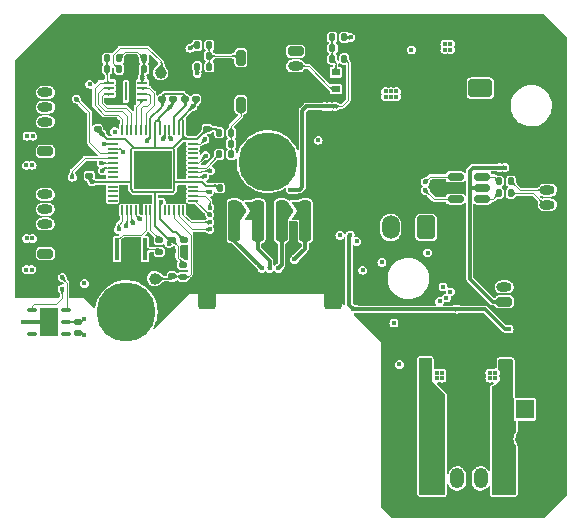
<source format=gtl>
%TF.GenerationSoftware,KiCad,Pcbnew,(6.0.6)*%
%TF.CreationDate,2022-08-27T18:47:02+08:00*%
%TF.ProjectId,Stealthburner_Toolhead_PCB,53746561-6c74-4686-9275-726e65725f54,rev?*%
%TF.SameCoordinates,Original*%
%TF.FileFunction,Copper,L1,Top*%
%TF.FilePolarity,Positive*%
%FSLAX46Y46*%
G04 Gerber Fmt 4.6, Leading zero omitted, Abs format (unit mm)*
G04 Created by KiCad (PCBNEW (6.0.6)) date 2022-08-27 18:47:02*
%MOMM*%
%LPD*%
G01*
G04 APERTURE LIST*
G04 Aperture macros list*
%AMRoundRect*
0 Rectangle with rounded corners*
0 $1 Rounding radius*
0 $2 $3 $4 $5 $6 $7 $8 $9 X,Y pos of 4 corners*
0 Add a 4 corners polygon primitive as box body*
4,1,4,$2,$3,$4,$5,$6,$7,$8,$9,$2,$3,0*
0 Add four circle primitives for the rounded corners*
1,1,$1+$1,$2,$3*
1,1,$1+$1,$4,$5*
1,1,$1+$1,$6,$7*
1,1,$1+$1,$8,$9*
0 Add four rect primitives between the rounded corners*
20,1,$1+$1,$2,$3,$4,$5,0*
20,1,$1+$1,$4,$5,$6,$7,0*
20,1,$1+$1,$6,$7,$8,$9,0*
20,1,$1+$1,$8,$9,$2,$3,0*%
%AMFreePoly0*
4,1,6,1.000000,0.000000,0.500000,-0.750000,-0.500000,-0.750000,-0.500000,0.750000,0.500000,0.750000,1.000000,0.000000,1.000000,0.000000,$1*%
%AMFreePoly1*
4,1,6,0.500000,-0.750000,-0.650000,-0.750000,-0.150000,0.000000,-0.650000,0.750000,0.500000,0.750000,0.500000,-0.750000,0.500000,-0.750000,$1*%
G04 Aperture macros list end*
%TA.AperFunction,SMDPad,CuDef*%
%ADD10RoundRect,0.140000X-0.170000X0.140000X-0.170000X-0.140000X0.170000X-0.140000X0.170000X0.140000X0*%
%TD*%
%TA.AperFunction,SMDPad,CuDef*%
%ADD11RoundRect,0.140000X0.170000X-0.140000X0.170000X0.140000X-0.170000X0.140000X-0.170000X-0.140000X0*%
%TD*%
%TA.AperFunction,ComponentPad*%
%ADD12RoundRect,0.200000X-0.200000X-0.450000X0.200000X-0.450000X0.200000X0.450000X-0.200000X0.450000X0*%
%TD*%
%TA.AperFunction,ComponentPad*%
%ADD13O,0.800000X1.300000*%
%TD*%
%TA.AperFunction,SMDPad,CuDef*%
%ADD14R,0.812800X0.177800*%
%TD*%
%TA.AperFunction,SMDPad,CuDef*%
%ADD15R,0.177800X0.812800*%
%TD*%
%TA.AperFunction,SMDPad,CuDef*%
%ADD16R,3.200400X3.200400*%
%TD*%
%TA.AperFunction,SMDPad,CuDef*%
%ADD17RoundRect,0.140000X-0.140000X-0.170000X0.140000X-0.170000X0.140000X0.170000X-0.140000X0.170000X0*%
%TD*%
%TA.AperFunction,SMDPad,CuDef*%
%ADD18FreePoly0,0.000000*%
%TD*%
%TA.AperFunction,SMDPad,CuDef*%
%ADD19FreePoly1,0.000000*%
%TD*%
%TA.AperFunction,ComponentPad*%
%ADD20RoundRect,0.250001X0.499999X0.759999X-0.499999X0.759999X-0.499999X-0.759999X0.499999X-0.759999X0*%
%TD*%
%TA.AperFunction,ComponentPad*%
%ADD21O,1.500000X2.020000*%
%TD*%
%TA.AperFunction,SMDPad,CuDef*%
%ADD22RoundRect,0.135000X0.135000X0.185000X-0.135000X0.185000X-0.135000X-0.185000X0.135000X-0.185000X0*%
%TD*%
%TA.AperFunction,ComponentPad*%
%ADD23RoundRect,0.200000X0.450000X-0.200000X0.450000X0.200000X-0.450000X0.200000X-0.450000X-0.200000X0*%
%TD*%
%TA.AperFunction,ComponentPad*%
%ADD24O,1.300000X0.800000*%
%TD*%
%TA.AperFunction,ComponentPad*%
%ADD25R,1.600000X1.600000*%
%TD*%
%TA.AperFunction,ComponentPad*%
%ADD26C,1.600000*%
%TD*%
%TA.AperFunction,ComponentPad*%
%ADD27C,1.000000*%
%TD*%
%TA.AperFunction,SMDPad,CuDef*%
%ADD28RoundRect,0.135000X-0.135000X-0.185000X0.135000X-0.185000X0.135000X0.185000X-0.135000X0.185000X0*%
%TD*%
%TA.AperFunction,SMDPad,CuDef*%
%ADD29RoundRect,0.250000X-0.250000X-1.500000X0.250000X-1.500000X0.250000X1.500000X-0.250000X1.500000X0*%
%TD*%
%TA.AperFunction,SMDPad,CuDef*%
%ADD30RoundRect,0.250001X-0.499999X-1.449999X0.499999X-1.449999X0.499999X1.449999X-0.499999X1.449999X0*%
%TD*%
%TA.AperFunction,ComponentPad*%
%ADD31C,5.000000*%
%TD*%
%TA.AperFunction,SMDPad,CuDef*%
%ADD32R,0.700000X0.600000*%
%TD*%
%TA.AperFunction,ComponentPad*%
%ADD33RoundRect,0.200000X-0.450000X0.200000X-0.450000X-0.200000X0.450000X-0.200000X0.450000X0.200000X0*%
%TD*%
%TA.AperFunction,SMDPad,CuDef*%
%ADD34RoundRect,0.140000X0.140000X0.170000X-0.140000X0.170000X-0.140000X-0.170000X0.140000X-0.170000X0*%
%TD*%
%TA.AperFunction,SMDPad,CuDef*%
%ADD35RoundRect,0.135000X-0.185000X0.135000X-0.185000X-0.135000X0.185000X-0.135000X0.185000X0.135000X0*%
%TD*%
%TA.AperFunction,SMDPad,CuDef*%
%ADD36R,0.400000X1.900000*%
%TD*%
%TA.AperFunction,SMDPad,CuDef*%
%ADD37RoundRect,0.100000X-0.300000X-0.100000X0.300000X-0.100000X0.300000X0.100000X-0.300000X0.100000X0*%
%TD*%
%TA.AperFunction,SMDPad,CuDef*%
%ADD38R,1.500000X2.400000*%
%TD*%
%TA.AperFunction,ComponentPad*%
%ADD39RoundRect,0.250001X-0.759999X0.499999X-0.759999X-0.499999X0.759999X-0.499999X0.759999X0.499999X0*%
%TD*%
%TA.AperFunction,ComponentPad*%
%ADD40O,2.020000X1.500000*%
%TD*%
%TA.AperFunction,SMDPad,CuDef*%
%ADD41R,0.812800X0.254000*%
%TD*%
%TA.AperFunction,SMDPad,CuDef*%
%ADD42R,0.203200X1.600200*%
%TD*%
%TA.AperFunction,SMDPad,CuDef*%
%ADD43RoundRect,0.150000X-0.512500X-0.150000X0.512500X-0.150000X0.512500X0.150000X-0.512500X0.150000X0*%
%TD*%
%TA.AperFunction,ComponentPad*%
%ADD44RoundRect,0.250000X0.350000X0.625000X-0.350000X0.625000X-0.350000X-0.625000X0.350000X-0.625000X0*%
%TD*%
%TA.AperFunction,ComponentPad*%
%ADD45O,1.200000X1.750000*%
%TD*%
%TA.AperFunction,ViaPad*%
%ADD46C,0.450000*%
%TD*%
%TA.AperFunction,Conductor*%
%ADD47C,0.200000*%
%TD*%
%TA.AperFunction,Conductor*%
%ADD48C,0.300000*%
%TD*%
%TA.AperFunction,Conductor*%
%ADD49C,0.120000*%
%TD*%
G04 APERTURE END LIST*
D10*
%TO.P,C24,1*%
%TO.N,+3V3*%
X113434800Y-115296400D03*
%TO.P,C24,2*%
%TO.N,GND*%
X113434800Y-116256400D03*
%TD*%
D11*
%TO.P,C16,1*%
%TO.N,+1V1*%
X114554000Y-103400800D03*
%TO.P,C16,2*%
%TO.N,GND*%
X114554000Y-102440800D03*
%TD*%
D12*
%TO.P,J4,1,Pin_1*%
%TO.N,Net-(C13-Pad1)*%
X119278400Y-103835200D03*
D13*
%TO.P,J4,2,Pin_2*%
%TO.N,GND*%
X120528400Y-103835200D03*
%TD*%
D14*
%TO.P,U7,1,IOVDD*%
%TO.N,+3V3*%
X108407200Y-106772075D03*
%TO.P,U7,2,GPIO0*%
%TO.N,/FAN1_PWM*%
X108407200Y-107172125D03*
%TO.P,U7,3,GPIO1*%
%TO.N,/FAN2_PWM*%
X108407200Y-107572175D03*
%TO.P,U7,4,GPIO2*%
%TO.N,/FAN2_DET*%
X108407200Y-107972225D03*
%TO.P,U7,5,GPIO3*%
%TO.N,/FAN1_DET*%
X108407200Y-108372275D03*
%TO.P,U7,6,GPIO4*%
%TO.N,/IIC0_SDA*%
X108407200Y-108772325D03*
%TO.P,U7,7,GPIO5*%
%TO.N,/IIC0_SCL*%
X108407200Y-109172375D03*
%TO.P,U7,8,GPIO6*%
%TO.N,unconnected-(U7-Pad8)*%
X108407200Y-109572425D03*
%TO.P,U7,9,GPIO7*%
%TO.N,unconnected-(U7-Pad9)*%
X108407200Y-109972475D03*
%TO.P,U7,10,IOVDD*%
%TO.N,+3V3*%
X108407200Y-110372525D03*
%TO.P,U7,11,GPIO8*%
%TO.N,unconnected-(U7-Pad11)*%
X108407200Y-110772575D03*
%TO.P,U7,12,GPIO9*%
%TO.N,unconnected-(U7-Pad12)*%
X108407200Y-111172625D03*
%TO.P,U7,13,GPIO10*%
%TO.N,unconnected-(U7-Pad13)*%
X108407200Y-111572675D03*
%TO.P,U7,14,GPIO11*%
%TO.N,unconnected-(U7-Pad14)*%
X108407200Y-111972725D03*
D15*
%TO.P,U7,15,GPIO12*%
%TO.N,/E-EN*%
X109210475Y-112776000D03*
%TO.P,U7,16,GPIO13*%
%TO.N,/UART*%
X109610525Y-112776000D03*
%TO.P,U7,17,GPIO14*%
%TO.N,/E-STEP*%
X110010575Y-112776000D03*
%TO.P,U7,18,GPIO15*%
%TO.N,/E-DIR*%
X110410625Y-112776000D03*
%TO.P,U7,19,TESTEN*%
%TO.N,GND*%
X110810675Y-112776000D03*
%TO.P,U7,20,XIN*%
%TO.N,Net-(U7-Pad20)*%
X111210725Y-112776000D03*
%TO.P,U7,21,XOUT*%
%TO.N,Net-(R11-Pad1)*%
X111610775Y-112776000D03*
%TO.P,U7,22,IOVDD*%
%TO.N,+3V3*%
X112010825Y-112776000D03*
%TO.P,U7,23,DVDD*%
%TO.N,+1V1*%
X112410875Y-112776000D03*
%TO.P,U7,24,SWCLK*%
%TO.N,unconnected-(U7-Pad24)*%
X112810925Y-112776000D03*
%TO.P,U7,25,SWD*%
%TO.N,unconnected-(U7-Pad25)*%
X113210975Y-112776000D03*
%TO.P,U7,26,RUN*%
%TO.N,/RUN*%
X113611025Y-112776000D03*
%TO.P,U7,27,GPIO16*%
%TO.N,/SPI0_MISO*%
X114011075Y-112776000D03*
%TO.P,U7,28,GPIO17*%
%TO.N,/SPI0_CS1*%
X114411125Y-112776000D03*
D14*
%TO.P,U7,29,GPIO18*%
%TO.N,/SPI0_CLK*%
X115214400Y-111972725D03*
%TO.P,U7,30,GPIO19*%
%TO.N,/SPI0_MOSI*%
X115214400Y-111572675D03*
%TO.P,U7,31,GPIO20*%
%TO.N,/SPI0_CS2*%
X115214400Y-111172625D03*
%TO.P,U7,32,GPIO21*%
%TO.N,unconnected-(U7-Pad32)*%
X115214400Y-110772575D03*
%TO.P,U7,33,IOVDD*%
%TO.N,+3V3*%
X115214400Y-110372525D03*
%TO.P,U7,34,GPIO22*%
%TO.N,/NEO*%
X115214400Y-109972475D03*
%TO.P,U7,35,GPIO23*%
%TO.N,/HE*%
X115214400Y-109572425D03*
%TO.P,U7,36,GPIO24*%
%TO.N,/X-*%
X115214400Y-109172375D03*
%TO.P,U7,37,GPIO25*%
%TO.N,/PROBE*%
X115214400Y-108772325D03*
%TO.P,U7,38,GPIO26_ADC0*%
%TO.N,unconnected-(U7-Pad38)*%
X115214400Y-108372275D03*
%TO.P,U7,39,GPIO27_ADC1*%
%TO.N,unconnected-(U7-Pad39)*%
X115214400Y-107972225D03*
%TO.P,U7,40,GPIO28_ADC2*%
%TO.N,unconnected-(U7-Pad40)*%
X115214400Y-107572175D03*
%TO.P,U7,41,GPIO29_ADC3*%
%TO.N,/NTC*%
X115214400Y-107172125D03*
%TO.P,U7,42,IOVDD*%
%TO.N,+3V3*%
X115214400Y-106772075D03*
D15*
%TO.P,U7,43,ADC_AVDD*%
X114411125Y-105968800D03*
%TO.P,U7,44,VREG_IN*%
X114011075Y-105968800D03*
%TO.P,U7,45,VREG_VOUT*%
%TO.N,+1V1*%
X113611025Y-105968800D03*
%TO.P,U7,46,USB_DM*%
%TO.N,/D-*%
X113210975Y-105968800D03*
%TO.P,U7,47,USB_DP*%
%TO.N,/D+*%
X112810925Y-105968800D03*
%TO.P,U7,48,USB_VDD*%
%TO.N,+3V3*%
X112410875Y-105968800D03*
%TO.P,U7,49,IOVDD*%
X112010825Y-105968800D03*
%TO.P,U7,50,DVDD*%
%TO.N,+1V1*%
X111610775Y-105968800D03*
%TO.P,U7,51,QSPI_SD3*%
%TO.N,/QSPI_SD3*%
X111210725Y-105968800D03*
%TO.P,U7,52,QSPI_SCLK*%
%TO.N,/QSPI_CLK*%
X110810675Y-105968800D03*
%TO.P,U7,53,QSPI_SD0*%
%TO.N,/QSPI_SD0*%
X110410625Y-105968800D03*
%TO.P,U7,54,QSPI_SD2*%
%TO.N,/QSPI_SD2*%
X110010575Y-105968800D03*
%TO.P,U7,55,QSPI_SD1*%
%TO.N,/QSPI_SD1*%
X109610525Y-105968800D03*
%TO.P,U7,56,QSPI_SS*%
%TO.N,/QSPI_CS*%
X109210475Y-105968800D03*
D16*
%TO.P,U7,57,GND*%
%TO.N,GND*%
X111810800Y-109372400D03*
%TD*%
D17*
%TO.P,C19,1*%
%TO.N,+3V3*%
X117477600Y-110896400D03*
%TO.P,C19,2*%
%TO.N,GND*%
X118437600Y-110896400D03*
%TD*%
D18*
%TO.P,JP4,1,A*%
%TO.N,/FORCE-*%
X118793600Y-112826800D03*
D19*
%TO.P,JP4,2,B*%
%TO.N,/RTDIN-*%
X120243600Y-112826800D03*
%TD*%
D20*
%TO.P,J9,1,Pin_1*%
%TO.N,Net-(J9-Pad1)*%
X134951600Y-114241600D03*
D21*
%TO.P,J9,2,Pin_2*%
%TO.N,+24V*%
X131951600Y-114241600D03*
%TD*%
D22*
%TO.P,R5,1*%
%TO.N,Net-(J3-Pad1)*%
X108968000Y-100838000D03*
%TO.P,R5,2*%
%TO.N,/QSPI_CS*%
X107948000Y-100838000D03*
%TD*%
D23*
%TO.P,J7,1,Pin_1*%
%TO.N,Net-(J7-Pad1)*%
X102710400Y-116444400D03*
D24*
%TO.P,J7,2,Pin_2*%
%TO.N,GND*%
X102710400Y-115194400D03*
%TO.P,J7,3,Pin_3*%
%TO.N,Net-(J7-Pad3)*%
X102710400Y-113944400D03*
%TO.P,J7,4,Pin_4*%
%TO.N,Net-(D3-Pad2)*%
X102710400Y-112694400D03*
%TO.P,J7,5,Pin_5*%
%TO.N,/FAN1_DET*%
X102710400Y-111444400D03*
%TD*%
D18*
%TO.P,JP3,1,A*%
%TO.N,/RTDIN+*%
X122756000Y-112826800D03*
D19*
%TO.P,JP3,2,B*%
%TO.N,/FORCE+*%
X124206000Y-112826800D03*
%TD*%
D25*
%TO.P,C32,1*%
%TO.N,+24V*%
X143306800Y-129641600D03*
D26*
%TO.P,C32,2*%
%TO.N,GND*%
X143306800Y-132141600D03*
%TD*%
D27*
%TO.P,J3,1,Pin_1*%
%TO.N,Net-(J3-Pad1)*%
X112471200Y-101142800D03*
%TD*%
D11*
%TO.P,C18,1*%
%TO.N,+3V3*%
X115468400Y-103400800D03*
%TO.P,C18,2*%
%TO.N,GND*%
X115468400Y-102440800D03*
%TD*%
D28*
%TO.P,R14,1*%
%TO.N,/NTC*%
X115579600Y-98806000D03*
%TO.P,R14,2*%
%TO.N,Net-(C17-Pad1)*%
X116599600Y-98806000D03*
%TD*%
D22*
%TO.P,R7,1*%
%TO.N,/PROBE*%
X128018000Y-98145600D03*
%TO.P,R7,2*%
%TO.N,Net-(C11-Pad1)*%
X126998000Y-98145600D03*
%TD*%
D29*
%TO.P,J11,1,Pin_1*%
%TO.N,/FORCE-*%
X118716800Y-113685200D03*
%TO.P,J11,2,Pin_2*%
%TO.N,/RTDIN-*%
X120716800Y-113685200D03*
%TO.P,J11,3,Pin_3*%
%TO.N,/RTDIN+*%
X122716800Y-113685200D03*
%TO.P,J11,4,Pin_4*%
%TO.N,/FORCE+*%
X124716800Y-113685200D03*
D30*
%TO.P,J11,MP,MountPin*%
%TO.N,GND*%
X116366800Y-119435200D03*
X127066800Y-119435200D03*
%TD*%
D11*
%TO.P,C15,1*%
%TO.N,+1V1*%
X112623600Y-103400800D03*
%TO.P,C15,2*%
%TO.N,GND*%
X112623600Y-102440800D03*
%TD*%
%TO.P,C23,1*%
%TO.N,+3V3*%
X106426000Y-109852400D03*
%TO.P,C23,2*%
%TO.N,GND*%
X106426000Y-108892400D03*
%TD*%
D31*
%TO.P,H2,1,1*%
%TO.N,unconnected-(H2-Pad1)*%
X121564400Y-108661200D03*
%TD*%
D32*
%TO.P,D2,1,K*%
%TO.N,Net-(D2-Pad1)*%
X127304800Y-102503200D03*
%TO.P,D2,2,A*%
%TO.N,Net-(C11-Pad1)*%
X127304800Y-101103200D03*
%TD*%
D28*
%TO.P,R12,1*%
%TO.N,/X-*%
X117447600Y-108051600D03*
%TO.P,R12,2*%
%TO.N,Net-(C13-Pad1)*%
X118467600Y-108051600D03*
%TD*%
D33*
%TO.P,J2,1,Pin_1*%
%TO.N,+24V*%
X123901200Y-99314000D03*
D24*
%TO.P,J2,2,Pin_2*%
%TO.N,Net-(D2-Pad1)*%
X123901200Y-100564000D03*
%TO.P,J2,3,Pin_3*%
%TO.N,GND*%
X123901200Y-101814000D03*
%TD*%
D11*
%TO.P,C4,1*%
%TO.N,/RUN*%
X113436400Y-118386800D03*
%TO.P,C4,2*%
%TO.N,GND*%
X113436400Y-117426800D03*
%TD*%
D23*
%TO.P,J8,1,Pin_1*%
%TO.N,+5V*%
X141572400Y-120528400D03*
D24*
%TO.P,J8,2,Pin_2*%
%TO.N,Net-(J8-Pad2)*%
X141572400Y-119278400D03*
%TO.P,J8,3,Pin_3*%
%TO.N,GND*%
X141572400Y-118028400D03*
%TD*%
D31*
%TO.P,H1,1,1*%
%TO.N,unconnected-(H1-Pad1)*%
X109575600Y-121361200D03*
%TD*%
D10*
%TO.P,C29,1*%
%TO.N,+3V3*%
X105511600Y-122252800D03*
%TO.P,C29,2*%
%TO.N,GND*%
X105511600Y-123212800D03*
%TD*%
D34*
%TO.P,C13,1*%
%TO.N,Net-(C13-Pad1)*%
X118437600Y-107137200D03*
%TO.P,C13,2*%
%TO.N,GND*%
X117477600Y-107137200D03*
%TD*%
D27*
%TO.P,TP1,1,1*%
%TO.N,/RUN*%
X111963200Y-118567200D03*
%TD*%
D22*
%TO.P,R4,1*%
%TO.N,+3V3*%
X108968000Y-99923600D03*
%TO.P,R4,2*%
%TO.N,/QSPI_CS*%
X107948000Y-99923600D03*
%TD*%
D35*
%TO.P,R11,1*%
%TO.N,Net-(R11-Pad1)*%
X112369600Y-115266400D03*
%TO.P,R11,2*%
%TO.N,Net-(R11-Pad2)*%
X112369600Y-116286400D03*
%TD*%
D28*
%TO.P,R8,1*%
%TO.N,Net-(R8-Pad1)*%
X141120400Y-110337600D03*
%TO.P,R8,2*%
%TO.N,Net-(J5-Pad3)*%
X142140400Y-110337600D03*
%TD*%
D36*
%TO.P,Y1,1,1*%
%TO.N,Net-(U7-Pad20)*%
X108780400Y-116081200D03*
%TO.P,Y1,2,2*%
%TO.N,GND*%
X109980400Y-116081200D03*
%TO.P,Y1,3,3*%
%TO.N,Net-(R11-Pad2)*%
X111180400Y-116081200D03*
%TD*%
D22*
%TO.P,R6,1*%
%TO.N,+3V3*%
X128018000Y-99974400D03*
%TO.P,R6,2*%
%TO.N,Net-(C11-Pad1)*%
X126998000Y-99974400D03*
%TD*%
D34*
%TO.P,C17,1*%
%TO.N,Net-(C17-Pad1)*%
X116558000Y-99720400D03*
%TO.P,C17,2*%
%TO.N,GND*%
X115598000Y-99720400D03*
%TD*%
D37*
%TO.P,U9,1,SDA*%
%TO.N,/IIC0_SDA*%
X101572400Y-121224800D03*
%TO.P,U9,2,GND*%
%TO.N,GND*%
X101572400Y-122224800D03*
%TO.P,U9,3,NC*%
%TO.N,unconnected-(U9-Pad3)*%
X101572400Y-123224800D03*
%TO.P,U9,4,NC*%
%TO.N,unconnected-(U9-Pad4)*%
X104472400Y-123224800D03*
%TO.P,U9,5,VDD*%
%TO.N,+3V3*%
X104472400Y-122224800D03*
%TO.P,U9,6,SCL*%
%TO.N,/IIC0_SCL*%
X104472400Y-121224800D03*
D38*
%TO.P,U9,7,PAD*%
%TO.N,GND*%
X103022400Y-122224800D03*
%TD*%
D23*
%TO.P,J10,1,Pin_1*%
%TO.N,Net-(J10-Pad1)*%
X102717600Y-107797600D03*
D24*
%TO.P,J10,2,Pin_2*%
%TO.N,GND*%
X102717600Y-106547600D03*
%TO.P,J10,3,Pin_3*%
%TO.N,Net-(J10-Pad3)*%
X102717600Y-105297600D03*
%TO.P,J10,4,Pin_4*%
%TO.N,Net-(D5-Pad2)*%
X102717600Y-104047600D03*
%TO.P,J10,5,Pin_5*%
%TO.N,/FAN2_DET*%
X102717600Y-102797600D03*
%TD*%
D23*
%TO.P,J5,1,Pin_1*%
%TO.N,GND*%
X145230000Y-113568800D03*
D24*
%TO.P,J5,2,Pin_2*%
%TO.N,Net-(J5-Pad2)*%
X145230000Y-112318800D03*
%TO.P,J5,3,Pin_3*%
%TO.N,Net-(J5-Pad3)*%
X145230000Y-111068800D03*
%TD*%
D22*
%TO.P,R10,1*%
%TO.N,Net-(J5-Pad2)*%
X142140400Y-111353600D03*
%TO.P,R10,2*%
%TO.N,Net-(R10-Pad2)*%
X141120400Y-111353600D03*
%TD*%
D39*
%TO.P,J1,1,Pin_1*%
%TO.N,+24V*%
X139540000Y-102436800D03*
D40*
%TO.P,J1,2,Pin_2*%
%TO.N,GND*%
X139540000Y-105436800D03*
%TD*%
D11*
%TO.P,C21,1*%
%TO.N,+3V3*%
X113538000Y-103400800D03*
%TO.P,C21,2*%
%TO.N,GND*%
X113538000Y-102440800D03*
%TD*%
%TO.P,C20,1*%
%TO.N,+3V3*%
X116433600Y-105890000D03*
%TO.P,C20,2*%
%TO.N,GND*%
X116433600Y-104930000D03*
%TD*%
D41*
%TO.P,U4,1,~{CS}*%
%TO.N,/QSPI_CS*%
X108126400Y-101967599D03*
%TO.P,U4,2,DO_IO1*%
%TO.N,/QSPI_SD1*%
X108126400Y-102467600D03*
%TO.P,U4,3,~{WP}_IO2*%
%TO.N,/QSPI_SD2*%
X108126400Y-102967600D03*
%TO.P,U4,4,GND*%
%TO.N,GND*%
X108126400Y-103467601D03*
%TO.P,U4,5,DI_IO0*%
%TO.N,/QSPI_SD0*%
X110923200Y-103467601D03*
%TO.P,U4,6,CLK*%
%TO.N,/QSPI_CLK*%
X110923200Y-102967600D03*
%TO.P,U4,7,~{HOLD}_IO3*%
%TO.N,/QSPI_SD3*%
X110923200Y-102467600D03*
%TO.P,U4,8,VCC*%
%TO.N,+3V3*%
X110923200Y-101967599D03*
D42*
%TO.P,U4,9,EPAD*%
%TO.N,unconnected-(U4-Pad9)*%
X109524800Y-102717600D03*
%TD*%
D28*
%TO.P,R15,1*%
%TO.N,+3V3*%
X115590800Y-100634800D03*
%TO.P,R15,2*%
%TO.N,Net-(C17-Pad1)*%
X116610800Y-100634800D03*
%TD*%
D34*
%TO.P,C3,1*%
%TO.N,+3V3*%
X111071600Y-99923600D03*
%TO.P,C3,2*%
%TO.N,GND*%
X110111600Y-99923600D03*
%TD*%
D17*
%TO.P,C11,1*%
%TO.N,Net-(C11-Pad1)*%
X127028000Y-99060000D03*
%TO.P,C11,2*%
%TO.N,GND*%
X127988000Y-99060000D03*
%TD*%
D11*
%TO.P,C22,1*%
%TO.N,+3V3*%
X107137200Y-105940800D03*
%TO.P,C22,2*%
%TO.N,GND*%
X107137200Y-104980800D03*
%TD*%
D43*
%TO.P,U5,1,I/O1*%
%TO.N,/D-*%
X137444900Y-109946400D03*
%TO.P,U5,2,GND*%
%TO.N,GND*%
X137444900Y-110896400D03*
%TO.P,U5,3,I/O2*%
%TO.N,/D+*%
X137444900Y-111846400D03*
%TO.P,U5,4,I/O2*%
%TO.N,Net-(R10-Pad2)*%
X139719900Y-111846400D03*
%TO.P,U5,5,VBUS*%
%TO.N,+5V*%
X139719900Y-110896400D03*
%TO.P,U5,6,I/O1*%
%TO.N,Net-(R8-Pad1)*%
X139719900Y-109946400D03*
%TD*%
D35*
%TO.P,R1,1*%
%TO.N,+3V3*%
X114350800Y-117396800D03*
%TO.P,R1,2*%
%TO.N,/RUN*%
X114350800Y-118416800D03*
%TD*%
D34*
%TO.P,C2,1*%
%TO.N,+3V3*%
X111071600Y-100838000D03*
%TO.P,C2,2*%
%TO.N,GND*%
X110111600Y-100838000D03*
%TD*%
D10*
%TO.P,C14,1*%
%TO.N,+1V1*%
X114452400Y-115293200D03*
%TO.P,C14,2*%
%TO.N,GND*%
X114452400Y-116253200D03*
%TD*%
D12*
%TO.P,J6,1,Pin_1*%
%TO.N,Net-(C17-Pad1)*%
X119278400Y-99872800D03*
D13*
%TO.P,J6,2,Pin_2*%
%TO.N,GND*%
X120528400Y-99872800D03*
%TD*%
D28*
%TO.P,R9,1*%
%TO.N,+3V3*%
X117447600Y-106220800D03*
%TO.P,R9,2*%
%TO.N,Net-(C13-Pad1)*%
X118467600Y-106220800D03*
%TD*%
D44*
%TO.P,J12,1,Pin_1*%
%TO.N,/E-A2*%
X141582400Y-135492400D03*
D45*
%TO.P,J12,2,Pin_2*%
%TO.N,/E-A1*%
X139582400Y-135492400D03*
%TO.P,J12,3,Pin_3*%
%TO.N,/E-B1*%
X137582400Y-135492400D03*
%TO.P,J12,4,Pin_4*%
%TO.N,/E-B2*%
X135582400Y-135492400D03*
%TD*%
D46*
%TO.N,+24V*%
X135839200Y-127000000D03*
X137007600Y-98704400D03*
X140817600Y-126542800D03*
X137007600Y-99187000D03*
X132232400Y-122326400D03*
X140817600Y-127000000D03*
X101168200Y-106502200D03*
X101625400Y-115163600D03*
X140360400Y-127000000D03*
X140360400Y-126542800D03*
X136296400Y-127000000D03*
X136550400Y-98704400D03*
X135839200Y-126542800D03*
X136550400Y-99187000D03*
X101142800Y-115163600D03*
X136296400Y-126542800D03*
X101650800Y-106502200D03*
%TO.N,GND*%
X130048000Y-96875600D03*
X137007600Y-125577600D03*
X137668000Y-124942600D03*
X123850400Y-106781600D03*
X144627600Y-106883200D03*
X112217200Y-109778800D03*
X125730000Y-105562400D03*
X144983200Y-133807200D03*
X137668000Y-123621800D03*
X138988800Y-124942600D03*
X113893600Y-120142000D03*
X139649200Y-124282200D03*
X138988800Y-123621800D03*
X101498400Y-112725200D03*
X113030000Y-110591600D03*
X138328400Y-122961400D03*
X112572800Y-99060000D03*
X137007600Y-124942600D03*
X111353600Y-96621600D03*
X110591600Y-108966000D03*
X110591600Y-109778800D03*
X137668000Y-125577600D03*
X137007600Y-122961400D03*
X133426200Y-128752600D03*
X145542000Y-133807200D03*
X130657600Y-96875600D03*
X118059200Y-103225600D03*
X101549200Y-102666800D03*
X126288800Y-111201200D03*
X100634800Y-119583200D03*
X112979200Y-99415600D03*
X113487200Y-101701600D03*
X138379200Y-119786400D03*
X133426200Y-128244600D03*
X112217200Y-108966000D03*
X107645200Y-99060000D03*
X111404400Y-110591600D03*
X114198400Y-109016800D03*
X110591600Y-110591600D03*
X139649200Y-125577600D03*
X138328400Y-125577600D03*
X143510000Y-106883200D03*
X133299200Y-100584000D03*
X135788400Y-110845600D03*
X137007600Y-124282200D03*
X133934200Y-128752600D03*
X133934200Y-128244600D03*
X105664000Y-115519200D03*
X111404400Y-108153200D03*
X145999200Y-114858800D03*
X115011200Y-112674400D03*
X142544800Y-99872800D03*
X133299200Y-101142800D03*
X112217200Y-110591600D03*
X113030000Y-109778800D03*
X112217200Y-108153200D03*
X113030000Y-108966000D03*
X118059200Y-102666800D03*
X145186400Y-106883200D03*
X111404400Y-108966000D03*
X101549200Y-103733600D03*
X144068800Y-106883200D03*
X101498400Y-112217200D03*
X126339600Y-107594400D03*
X137007600Y-123621800D03*
X105613200Y-107137200D03*
X128981200Y-118110000D03*
X114046000Y-101701600D03*
X133299200Y-100025200D03*
X107086400Y-99060000D03*
X125730000Y-105003600D03*
X142951200Y-106883200D03*
X114604800Y-101701600D03*
X126339600Y-108153200D03*
X111404400Y-109778800D03*
X133426200Y-127736600D03*
X105664000Y-114401600D03*
X136245600Y-117754400D03*
X123494800Y-106426000D03*
X110591600Y-108153200D03*
X100634800Y-119024400D03*
X111810800Y-102108000D03*
X129438400Y-96875600D03*
X138988800Y-124282200D03*
X138988800Y-125577600D03*
X108204000Y-99060000D03*
X139649200Y-123621800D03*
X105664000Y-114960400D03*
X101549200Y-103225600D03*
X109626400Y-100380800D03*
X139649200Y-122961400D03*
X133934200Y-127736600D03*
X144881600Y-114858800D03*
X114300000Y-119735600D03*
X118059200Y-102158800D03*
X137668000Y-124282200D03*
X113030000Y-108153200D03*
X138328400Y-124282200D03*
X142544800Y-100431600D03*
X138328400Y-123621800D03*
X137668000Y-122961400D03*
X138328400Y-124942600D03*
X115366800Y-105003600D03*
X145440400Y-114858800D03*
X106019600Y-123342400D03*
X139649200Y-124942600D03*
X105613200Y-106578400D03*
X114503200Y-116636800D03*
X142087600Y-121970800D03*
X101498400Y-113233200D03*
X138988800Y-122961400D03*
X100838000Y-122224800D03*
X142544800Y-99314000D03*
X113436400Y-116789200D03*
%TO.N,+12V*%
X133705600Y-99212400D03*
X132435600Y-103174800D03*
X131978400Y-103174800D03*
X101574600Y-117805200D03*
X131521200Y-102717600D03*
X101092000Y-117805200D03*
X132435600Y-102717600D03*
X101600000Y-108966000D03*
X131521200Y-103174800D03*
X131978400Y-102717600D03*
X101117400Y-108966000D03*
%TO.N,+5V*%
X125816400Y-106847600D03*
X141173200Y-109169200D03*
X108585000Y-106121200D03*
X141630400Y-109169200D03*
%TO.N,+1V1*%
X112522000Y-112064800D03*
X111285427Y-106902277D03*
%TO.N,/FAN1_DET*%
X105003600Y-109982000D03*
%TO.N,/D+*%
X134874000Y-111099600D03*
X112674400Y-106730800D03*
%TO.N,/D-*%
X113334800Y-106745381D03*
X134874000Y-110388400D03*
%TO.N,/NEO*%
X136396000Y-119280400D03*
X116211661Y-109911035D03*
%TO.N,/FAN1_PWM*%
X107641673Y-107162600D03*
%TO.N,/FORCE+*%
X123799600Y-116941600D03*
%TO.N,/RTDIN+*%
X122428000Y-117703600D03*
%TO.N,/PROBE*%
X116281200Y-108153200D03*
X128574800Y-98145600D03*
%TO.N,/E-EN*%
X108915200Y-114401600D03*
X132689600Y-125831600D03*
%TO.N,/E-STEP*%
X110134400Y-113842800D03*
X136675951Y-120201243D03*
%TO.N,/E-DIR*%
X137007600Y-119684800D03*
X110744000Y-113538000D03*
%TO.N,/UART*%
X109524800Y-114096800D03*
X136093200Y-120497600D03*
%TO.N,/IIC0_SDA*%
X104140000Y-119430800D03*
X107442000Y-108813600D03*
%TO.N,/IIC0_SCL*%
X104140000Y-118465600D03*
X107543600Y-109423200D03*
%TO.N,/SPI0_MISO*%
X116636800Y-114401600D03*
X129590800Y-117856000D03*
%TO.N,/SPI0_CS1*%
X116636800Y-113792000D03*
%TO.N,/SPI0_CLK*%
X131216400Y-117195600D03*
X116636800Y-113182400D03*
%TO.N,/SPI0_MOSI*%
X116636800Y-112572800D03*
X129082800Y-115417600D03*
%TO.N,/E-B2*%
X134670800Y-126034800D03*
X135128000Y-126034800D03*
X134670800Y-125577600D03*
X135128000Y-125577600D03*
%TO.N,/E-A2*%
X141528800Y-126085600D03*
X141986000Y-126085600D03*
X141528800Y-125628400D03*
X141986000Y-125628400D03*
%TO.N,/RTDIN-*%
X121716800Y-117703600D03*
%TO.N,/FORCE-*%
X121056400Y-117703600D03*
%TO.N,/FAN2_DET*%
X105333800Y-103352600D03*
%TO.N,/FAN2_PWM*%
X109321600Y-107873800D03*
%TO.N,/HE*%
X135077200Y-116382800D03*
X116687600Y-109423200D03*
%TO.N,/NTC*%
X116230400Y-106781600D03*
X114960400Y-99060000D03*
%TO.N,/SPI0_CS2*%
X127660400Y-114909600D03*
X116621374Y-111234152D03*
%TO.N,+3V3*%
X106645075Y-110372525D03*
X126337997Y-103986478D03*
X128795431Y-121151326D03*
X110923200Y-101522400D03*
X106021600Y-118971600D03*
X126795197Y-103986478D03*
X123444000Y-111048800D03*
X107506800Y-106310400D03*
X127252397Y-103986478D03*
X128524000Y-114858800D03*
X106019600Y-121970800D03*
X113309400Y-104013000D03*
X137566400Y-121158000D03*
X115570000Y-101193600D03*
X113182400Y-115620800D03*
X141986000Y-122834400D03*
X106476800Y-102108000D03*
X123901200Y-111048800D03*
X115214400Y-103987600D03*
%TD*%
D47*
%TO.N,GND*%
X105511600Y-123212800D02*
X105890000Y-123212800D01*
X105890000Y-123212800D02*
X106019600Y-123342400D01*
D48*
X101572400Y-122224800D02*
X100838000Y-122224800D01*
X101572400Y-122224800D02*
X103022400Y-122224800D01*
D49*
%TO.N,/RUN*%
X113436400Y-118386800D02*
X114320800Y-118386800D01*
X114320800Y-118386800D02*
X114350800Y-118416800D01*
X113611025Y-112776000D02*
X113611025Y-113458625D01*
X114755200Y-118416800D02*
X114350800Y-118416800D01*
X113256000Y-118567200D02*
X113436400Y-118386800D01*
X111963200Y-118567200D02*
X113256000Y-118567200D01*
X113611025Y-113458625D02*
X115011200Y-114858800D01*
X115011200Y-118160800D02*
X114755200Y-118416800D01*
X115011200Y-114858800D02*
X115011200Y-118160800D01*
%TO.N,Net-(C11-Pad1)*%
X126998000Y-98145600D02*
X126998000Y-99974400D01*
X127304800Y-100281200D02*
X127304800Y-101103200D01*
X126998000Y-99974400D02*
X127304800Y-100281200D01*
%TO.N,Net-(C13-Pad1)*%
X118467600Y-105611200D02*
X118467600Y-106220800D01*
X119278400Y-103835200D02*
X119278400Y-104800400D01*
X118467600Y-106220800D02*
X118467600Y-108051600D01*
X119278400Y-104800400D02*
X118467600Y-105611200D01*
D48*
%TO.N,+5V*%
X138633200Y-111302800D02*
X138633200Y-110896400D01*
X138633200Y-110896400D02*
X139719900Y-110896400D01*
X138938000Y-109169200D02*
X141630400Y-109169200D01*
X138633200Y-110896400D02*
X138633200Y-109474000D01*
X138633200Y-109474000D02*
X138938000Y-109169200D01*
X141572400Y-120528400D02*
X140594400Y-120528400D01*
X138633200Y-118567200D02*
X138633200Y-111302800D01*
X140594400Y-120528400D02*
X138633200Y-118567200D01*
D47*
%TO.N,+1V1*%
X112471200Y-104140000D02*
X111610775Y-105000425D01*
X113611025Y-105968800D02*
X113611025Y-104879775D01*
X112623600Y-103400800D02*
X112623600Y-103987600D01*
X112623600Y-103400800D02*
X112623600Y-103124000D01*
X111610775Y-105000425D02*
X111610775Y-105968800D01*
X114350800Y-102920800D02*
X114554000Y-103124000D01*
X113538000Y-114655600D02*
X113814800Y-114655600D01*
X113814800Y-114655600D02*
X114452400Y-115293200D01*
X112410875Y-112776000D02*
X112410875Y-112175925D01*
X112410875Y-112776000D02*
X112410875Y-113528475D01*
X114554000Y-103936800D02*
X114554000Y-103400800D01*
X112471200Y-113588800D02*
X113538000Y-114655600D01*
X114452400Y-104038400D02*
X114554000Y-103936800D01*
X112410875Y-113528475D02*
X112471200Y-113588800D01*
X111610775Y-106576929D02*
X111285427Y-106902277D01*
X111610775Y-105968800D02*
X111610775Y-106576929D01*
X114554000Y-103124000D02*
X114554000Y-103400800D01*
X112826800Y-102920800D02*
X114350800Y-102920800D01*
X112623600Y-103124000D02*
X112826800Y-102920800D01*
X112623600Y-103987600D02*
X112471200Y-104140000D01*
X112410875Y-112175925D02*
X112522000Y-112064800D01*
X113611025Y-104879775D02*
X114452400Y-104038400D01*
D49*
%TO.N,Net-(C17-Pad1)*%
X119126000Y-99720400D02*
X119278400Y-99872800D01*
X116599600Y-98806000D02*
X116599600Y-100623600D01*
X116599600Y-100623600D02*
X116610800Y-100634800D01*
X116558000Y-99720400D02*
X119126000Y-99720400D01*
%TO.N,/FAN1_DET*%
X105968800Y-108483400D02*
X105003600Y-109448600D01*
X106079925Y-108372275D02*
X105968800Y-108483400D01*
X108407200Y-108372275D02*
X106079925Y-108372275D01*
X105003600Y-109448600D02*
X105003600Y-109982000D01*
%TO.N,/D+*%
X112810925Y-105968800D02*
X112810925Y-106594275D01*
X134874000Y-111099600D02*
X135620800Y-111846400D01*
X112810925Y-106594275D02*
X112674400Y-106730800D01*
X135620800Y-111846400D02*
X137444900Y-111846400D01*
%TO.N,/D-*%
X135316000Y-109946400D02*
X137444900Y-109946400D01*
X134874000Y-110388400D02*
X135316000Y-109946400D01*
X113210975Y-105968800D02*
X113210975Y-106621556D01*
X113210975Y-106621556D02*
X113334800Y-106745381D01*
%TO.N,Net-(J3-Pad1)*%
X112471200Y-100177600D02*
X112471200Y-101142800D01*
X108483400Y-100353400D02*
X108483400Y-99618800D01*
X108968000Y-100838000D02*
X108483400Y-100353400D01*
X108483400Y-99618800D02*
X109042200Y-99060000D01*
X111353600Y-99060000D02*
X112471200Y-100177600D01*
X109042200Y-99060000D02*
X111353600Y-99060000D01*
%TO.N,/NEO*%
X115214400Y-109972475D02*
X116150221Y-109972475D01*
X116150221Y-109972475D02*
X116211661Y-109911035D01*
%TO.N,/FAN1_PWM*%
X108407200Y-107172125D02*
X107651198Y-107172125D01*
X107651198Y-107172125D02*
X107641673Y-107162600D01*
D48*
%TO.N,/FORCE+*%
X124716800Y-113685200D02*
X124716800Y-116024400D01*
X124716800Y-116024400D02*
X123799600Y-116941600D01*
%TO.N,/RTDIN+*%
X122716800Y-113685200D02*
X122716800Y-117414800D01*
X122716800Y-117414800D02*
X122428000Y-117703600D01*
D49*
%TO.N,/QSPI_CS*%
X109210475Y-105044875D02*
X109210475Y-105968800D01*
X108063599Y-101967599D02*
X107950000Y-101854000D01*
X107948000Y-100838000D02*
X107948000Y-101598000D01*
X107328401Y-101967599D02*
X106883200Y-102412800D01*
X107948000Y-101598000D02*
X107950000Y-101600000D01*
X106883200Y-103886000D02*
X107696000Y-104698800D01*
X108864400Y-104698800D02*
X109210475Y-105044875D01*
X107950000Y-101854000D02*
X107950000Y-101600000D01*
X107948000Y-99923600D02*
X107948000Y-100838000D01*
X107696000Y-104698800D02*
X108864400Y-104698800D01*
X108126400Y-101967599D02*
X108063599Y-101967599D01*
X106883200Y-102412800D02*
X106883200Y-103886000D01*
X108126400Y-101967599D02*
X107328401Y-101967599D01*
%TO.N,/PROBE*%
X128018000Y-98145600D02*
X128574800Y-98145600D01*
X115662075Y-108772325D02*
X116281200Y-108153200D01*
X115214400Y-108772325D02*
X115662075Y-108772325D01*
%TO.N,/X-*%
X117447600Y-108051600D02*
X116326825Y-109172375D01*
X116326825Y-109172375D02*
X115214400Y-109172375D01*
%TO.N,/E-EN*%
X109210475Y-112776000D02*
X109210475Y-113699925D01*
X109210475Y-113699925D02*
X108915200Y-113995200D01*
X108915200Y-113995200D02*
X108915200Y-114401600D01*
%TO.N,/E-STEP*%
X110010575Y-113718975D02*
X110134400Y-113842800D01*
X110010575Y-112776000D02*
X110010575Y-113718975D01*
%TO.N,/E-DIR*%
X110410625Y-112776000D02*
X110410625Y-113204625D01*
X110410625Y-113204625D02*
X110744000Y-113538000D01*
%TO.N,/UART*%
X109524800Y-114096800D02*
X109610525Y-114011075D01*
X109610525Y-114011075D02*
X109610525Y-112776000D01*
%TO.N,/QSPI_SD1*%
X109220000Y-104394000D02*
X107797600Y-104394000D01*
X107188000Y-102870000D02*
X107590400Y-102467600D01*
X107590400Y-102467600D02*
X108126400Y-102467600D01*
X109610525Y-104784525D02*
X109220000Y-104394000D01*
X109610525Y-105968800D02*
X109610525Y-104784525D01*
X107797600Y-104394000D02*
X107188000Y-103784400D01*
X107188000Y-103784400D02*
X107188000Y-102870000D01*
%TO.N,/QSPI_SD2*%
X107649200Y-102967600D02*
X107492800Y-103124000D01*
X109524800Y-104089200D02*
X110010575Y-104574975D01*
X107899200Y-104089200D02*
X109524800Y-104089200D01*
X107492800Y-103682800D02*
X107899200Y-104089200D01*
X107492800Y-103124000D02*
X107492800Y-103682800D01*
X108126400Y-102967600D02*
X107649200Y-102967600D01*
X110010575Y-104574975D02*
X110010575Y-105968800D01*
%TO.N,/QSPI_SD0*%
X110410625Y-104016175D02*
X110410625Y-105968800D01*
X110923200Y-103503600D02*
X110410625Y-104016175D01*
X110923200Y-103467601D02*
X110923200Y-103503600D01*
%TO.N,/QSPI_CLK*%
X111353600Y-103987600D02*
X110947200Y-103987600D01*
X110810675Y-104124125D02*
X110810675Y-105968800D01*
X111451200Y-102967600D02*
X111607600Y-103124000D01*
X110923200Y-102967600D02*
X111451200Y-102967600D01*
X111607600Y-103733600D02*
X111353600Y-103987600D01*
X110947200Y-103987600D02*
X110810675Y-104124125D01*
X111607600Y-103124000D02*
X111607600Y-103733600D01*
%TO.N,/QSPI_SD3*%
X110923200Y-102467600D02*
X111510000Y-102467600D01*
X111210725Y-104587675D02*
X111210725Y-105968800D01*
X111912400Y-103886000D02*
X111210725Y-104587675D01*
X111510000Y-102467600D02*
X111912400Y-102870000D01*
X111912400Y-102870000D02*
X111912400Y-103886000D01*
%TO.N,/IIC0_SDA*%
X101752400Y-120751600D02*
X103581200Y-120751600D01*
X104140000Y-120192800D02*
X104140000Y-119430800D01*
X107483275Y-108772325D02*
X107442000Y-108813600D01*
X108407200Y-108772325D02*
X107483275Y-108772325D01*
X101600000Y-121197200D02*
X101600000Y-120904000D01*
X101600000Y-120904000D02*
X101752400Y-120751600D01*
X103581200Y-120751600D02*
X104140000Y-120192800D01*
X101572400Y-121224800D02*
X101600000Y-121197200D01*
%TO.N,/IIC0_SCL*%
X104550000Y-121147200D02*
X104550000Y-118926400D01*
X107543600Y-109423200D02*
X107794425Y-109172375D01*
X107794425Y-109172375D02*
X108407200Y-109172375D01*
X104140000Y-118516400D02*
X104140000Y-118465600D01*
X104550000Y-118926400D02*
X104444800Y-118821200D01*
X104444800Y-118821200D02*
X104140000Y-118516400D01*
X104472400Y-121224800D02*
X104550000Y-121147200D01*
%TO.N,/SPI0_MISO*%
X116636800Y-114401600D02*
X115110275Y-114401600D01*
X115110275Y-114401600D02*
X114011075Y-113302400D01*
X114011075Y-113302400D02*
X114011075Y-112776000D01*
%TO.N,/SPI0_CS1*%
X116636800Y-113792000D02*
X115011200Y-113792000D01*
X115011200Y-113792000D02*
X114411125Y-113191925D01*
X114411125Y-113191925D02*
X114411125Y-112776000D01*
%TO.N,/SPI0_CLK*%
X116636800Y-113182400D02*
X115427125Y-111972725D01*
X115427125Y-111972725D02*
X115214400Y-111972725D01*
%TO.N,/SPI0_MOSI*%
X116246275Y-111572675D02*
X115214400Y-111572675D01*
X116636800Y-112572800D02*
X116636800Y-111963200D01*
X116636800Y-111963200D02*
X116246275Y-111572675D01*
D48*
%TO.N,/RTDIN-*%
X120716800Y-113685200D02*
X120716800Y-116094000D01*
X121716800Y-117094000D02*
X121716800Y-117703600D01*
X120716800Y-116094000D02*
X121716800Y-117094000D01*
%TO.N,/FORCE-*%
X118716800Y-113685200D02*
X118716800Y-115364000D01*
X118716800Y-115364000D02*
X121056400Y-117703600D01*
D49*
%TO.N,/FAN2_DET*%
X107362625Y-107972225D02*
X108407200Y-107972225D01*
X105333800Y-103352600D02*
X106426000Y-104444800D01*
X106426000Y-107035600D02*
X107362625Y-107972225D01*
X106426000Y-104444800D02*
X106426000Y-107035600D01*
%TO.N,/FAN2_PWM*%
X108407200Y-107572175D02*
X109019975Y-107572175D01*
X109019975Y-107572175D02*
X109321600Y-107873800D01*
%TO.N,Net-(D2-Pad1)*%
X124022800Y-100584000D02*
X125018800Y-100584000D01*
X126938000Y-102503200D02*
X127304800Y-102503200D01*
X125018800Y-100584000D02*
X126938000Y-102503200D01*
%TO.N,/HE*%
X115214400Y-109572425D02*
X115827175Y-109572425D01*
X115976400Y-109423200D02*
X116687600Y-109423200D01*
X115827175Y-109572425D02*
X115976400Y-109423200D01*
%TO.N,Net-(U7-Pad20)*%
X109252800Y-114858800D02*
X110845600Y-114858800D01*
X108780400Y-116081200D02*
X108780400Y-115331200D01*
X110845600Y-114858800D02*
X111210725Y-114493675D01*
X111210725Y-114493675D02*
X111210725Y-112776000D01*
X108780400Y-115331200D02*
X109252800Y-114858800D01*
%TO.N,Net-(J5-Pad2)*%
X142140400Y-111353600D02*
X144018000Y-111353600D01*
X144983200Y-112318800D02*
X145230000Y-112318800D01*
X144018000Y-111353600D02*
X144983200Y-112318800D01*
%TO.N,/NTC*%
X115214400Y-98806000D02*
X114960400Y-99060000D01*
X116230400Y-106781600D02*
X115839875Y-107172125D01*
X115839875Y-107172125D02*
X115214400Y-107172125D01*
X115579600Y-98806000D02*
X115214400Y-98806000D01*
%TO.N,Net-(J5-Pad3)*%
X142871600Y-111068800D02*
X145230000Y-111068800D01*
X142140400Y-110337600D02*
X142871600Y-111068800D01*
%TO.N,/SPI0_CS2*%
X116559847Y-111172625D02*
X116621374Y-111234152D01*
X115214400Y-111172625D02*
X116559847Y-111172625D01*
%TO.N,Net-(R8-Pad1)*%
X140729200Y-109946400D02*
X139719900Y-109946400D01*
X141120400Y-110337600D02*
X140729200Y-109946400D01*
%TO.N,Net-(R10-Pad2)*%
X140627600Y-111846400D02*
X139719900Y-111846400D01*
X141120400Y-111353600D02*
X140627600Y-111846400D01*
%TO.N,Net-(R11-Pad1)*%
X112369600Y-115266400D02*
X112369600Y-115214400D01*
X111610775Y-114455575D02*
X111610775Y-112776000D01*
X112369600Y-115214400D02*
X111610775Y-114455575D01*
%TO.N,Net-(R11-Pad2)*%
X111180400Y-116081200D02*
X112164400Y-116081200D01*
X112164400Y-116081200D02*
X112369600Y-116286400D01*
D48*
%TO.N,+3V3*%
X137559726Y-121151326D02*
X128795431Y-121151326D01*
D49*
X128018000Y-99974400D02*
X128371600Y-100328000D01*
D48*
X128422400Y-114960400D02*
X128422400Y-120778295D01*
D47*
X112014000Y-107543600D02*
X110236000Y-107543600D01*
X113674525Y-110372525D02*
X113639600Y-110337600D01*
X105737600Y-122252800D02*
X106019600Y-121970800D01*
X114258725Y-106772075D02*
X113487200Y-107543600D01*
X104472400Y-122224800D02*
X105483600Y-122224800D01*
D49*
X108968000Y-99923600D02*
X108968000Y-99870800D01*
D47*
X106645075Y-110372525D02*
X108407200Y-110372525D01*
X113434800Y-115368400D02*
X113434800Y-115296400D01*
X115214400Y-110372525D02*
X116011325Y-110372525D01*
X113487200Y-107543600D02*
X112014000Y-107543600D01*
X115214400Y-110372525D02*
X113674525Y-110372525D01*
X112010825Y-111255175D02*
X112064800Y-111201200D01*
D48*
X139954000Y-121158000D02*
X137566400Y-121158000D01*
D47*
X115551525Y-106772075D02*
X116433600Y-105890000D01*
D49*
X128371600Y-103428800D02*
X127813922Y-103986478D01*
D48*
X124460000Y-110845600D02*
X124460000Y-104343200D01*
D47*
X106426000Y-109852400D02*
X106426000Y-110153450D01*
D49*
X114350800Y-117195600D02*
X113944400Y-116789200D01*
D47*
X109931200Y-110337600D02*
X109931200Y-107652578D01*
X114411125Y-106486325D02*
X114696875Y-106772075D01*
X108407200Y-110372525D02*
X109896275Y-110372525D01*
X114696875Y-106772075D02*
X114258725Y-106772075D01*
X112217200Y-105105200D02*
X112010825Y-105311575D01*
X112010825Y-114114543D02*
X112010825Y-112776000D01*
X114249200Y-104952800D02*
X115214400Y-103987600D01*
X113639600Y-110337600D02*
X113639600Y-107696000D01*
X110923200Y-101522400D02*
X110923200Y-100986400D01*
D49*
X114350800Y-117396800D02*
X114350800Y-117195600D01*
D47*
X107506800Y-106310400D02*
X107137200Y-105940800D01*
D48*
X141630400Y-122834400D02*
X139954000Y-121158000D01*
X123901200Y-111048800D02*
X124256800Y-111048800D01*
X137566400Y-121158000D02*
X137559726Y-121151326D01*
D47*
X108407200Y-106772075D02*
X109464475Y-106772075D01*
D48*
X124460000Y-104343200D02*
X124815600Y-103987600D01*
D49*
X115590800Y-100634800D02*
X115590800Y-101172800D01*
D47*
X112010825Y-112776000D02*
X112010825Y-111255175D01*
X113309400Y-104013000D02*
X112420400Y-104902000D01*
D48*
X141986000Y-122834400D02*
X141630400Y-122834400D01*
D47*
X105511600Y-122252800D02*
X105737600Y-122252800D01*
X116969600Y-105890000D02*
X117116800Y-105890000D01*
X116332000Y-110693200D02*
X117274400Y-110693200D01*
X115214400Y-106772075D02*
X115551525Y-106772075D01*
X114011075Y-105968800D02*
X114011075Y-105190925D01*
D49*
X109474000Y-99364800D02*
X110512800Y-99364800D01*
D48*
X124815600Y-103987600D02*
X127251275Y-103987600D01*
D47*
X113182400Y-115620800D02*
X113182400Y-115286118D01*
X109931200Y-107652578D02*
X110040178Y-107543600D01*
X109931200Y-110998000D02*
X110134400Y-111201200D01*
X114011075Y-105190925D02*
X114249200Y-104952800D01*
D49*
X127813922Y-103986478D02*
X127252397Y-103986478D01*
D47*
X113538000Y-103400800D02*
X113538000Y-103784400D01*
X106426000Y-110153450D02*
X106645075Y-110372525D01*
X114249200Y-105054400D02*
X114249200Y-104952800D01*
X110040178Y-107543600D02*
X110236000Y-107543600D01*
X112410875Y-105968800D02*
X112410875Y-105298875D01*
X117274400Y-110693200D02*
X117477600Y-110896400D01*
X116433600Y-105890000D02*
X116969600Y-105890000D01*
D48*
X124256800Y-111048800D02*
X124460000Y-110845600D01*
X128422400Y-120778295D02*
X128795431Y-121151326D01*
D47*
X107968475Y-106772075D02*
X107506800Y-106310400D01*
D48*
X127251275Y-103987600D02*
X127252397Y-103986478D01*
D47*
X112010825Y-107540425D02*
X112014000Y-107543600D01*
D49*
X115590800Y-101172800D02*
X115570000Y-101193600D01*
D47*
X105483600Y-122224800D02*
X105511600Y-122252800D01*
X110923200Y-100986400D02*
X111071600Y-100838000D01*
D49*
X113944400Y-115806000D02*
X113434800Y-115296400D01*
D47*
X112410875Y-105298875D02*
X112217200Y-105105200D01*
X111071600Y-99923600D02*
X111071600Y-100838000D01*
X113487200Y-111201200D02*
X113639600Y-111048800D01*
X112420400Y-104902000D02*
X112217200Y-105105200D01*
X114411125Y-105968800D02*
X114411125Y-105216325D01*
X113639600Y-107696000D02*
X113487200Y-107543600D01*
X109931200Y-110490000D02*
X109931200Y-110998000D01*
X117116800Y-105890000D02*
X117447600Y-106220800D01*
D49*
X110512800Y-99364800D02*
X111071600Y-99923600D01*
D47*
X115214400Y-103987600D02*
X115468400Y-103733600D01*
X112010825Y-105311575D02*
X112010825Y-105968800D01*
X112010825Y-105968800D02*
X112010825Y-107540425D01*
X110923200Y-101967599D02*
X110923200Y-101522400D01*
X108407200Y-106772075D02*
X107968475Y-106772075D01*
D49*
X128371600Y-100328000D02*
X128371600Y-103428800D01*
D47*
X114411125Y-106619675D02*
X114411125Y-105968800D01*
X114411125Y-105216325D02*
X114249200Y-105054400D01*
X112064800Y-111201200D02*
X113487200Y-111201200D01*
X109931200Y-110490000D02*
X109931200Y-110337600D01*
X116011325Y-110372525D02*
X116332000Y-110693200D01*
X113182400Y-115286118D02*
X112010825Y-114114543D01*
D48*
X128524000Y-114858800D02*
X128422400Y-114960400D01*
D47*
X109896275Y-110372525D02*
X109931200Y-110337600D01*
X109464475Y-106772075D02*
X110236000Y-107543600D01*
X114411125Y-105968800D02*
X114411125Y-106486325D01*
D48*
X123444000Y-111048800D02*
X123901200Y-111048800D01*
D47*
X114696875Y-106772075D02*
X115214400Y-106772075D01*
X113182400Y-115620800D02*
X113434800Y-115368400D01*
X113538000Y-103784400D02*
X113309400Y-104013000D01*
D49*
X108968000Y-99870800D02*
X109474000Y-99364800D01*
D47*
X110134400Y-111201200D02*
X112064800Y-111201200D01*
D49*
X113944400Y-116789200D02*
X113944400Y-115806000D01*
D47*
X114258725Y-106772075D02*
X114411125Y-106619675D01*
X113639600Y-111048800D02*
X113639600Y-110337600D01*
X115468400Y-103733600D02*
X115468400Y-103400800D01*
%TD*%
%TA.AperFunction,Conductor*%
%TO.N,/QSPI_CS*%
G36*
X107956433Y-99797369D02*
G01*
X108185102Y-100035157D01*
X108188367Y-100043496D01*
X108186983Y-100048791D01*
X108165266Y-100089339D01*
X108164814Y-100090110D01*
X108139244Y-100130170D01*
X108138880Y-100130707D01*
X108113759Y-100165632D01*
X108113621Y-100165820D01*
X108089572Y-100197883D01*
X108067372Y-100229199D01*
X108047741Y-100261975D01*
X108047600Y-100262290D01*
X108047599Y-100262291D01*
X108031502Y-100298134D01*
X108031500Y-100298140D01*
X108031335Y-100298507D01*
X108018807Y-100341090D01*
X108010810Y-100392023D01*
X108008000Y-100453600D01*
X107888000Y-100453600D01*
X107885189Y-100392023D01*
X107877192Y-100341090D01*
X107864664Y-100298507D01*
X107864499Y-100298140D01*
X107864497Y-100298134D01*
X107848400Y-100262291D01*
X107848399Y-100262290D01*
X107848258Y-100261975D01*
X107828627Y-100229199D01*
X107806427Y-100197883D01*
X107782378Y-100165820D01*
X107782240Y-100165632D01*
X107757119Y-100130707D01*
X107756755Y-100130170D01*
X107731185Y-100090110D01*
X107730733Y-100089339D01*
X107709017Y-100048791D01*
X107708132Y-100039880D01*
X107710898Y-100035157D01*
X107939567Y-99797369D01*
X107947771Y-99793781D01*
X107956433Y-99797369D01*
G37*
%TD.AperFunction*%
%TD*%
%TA.AperFunction,Conductor*%
%TO.N,+3V3*%
G36*
X128900732Y-120952112D02*
G01*
X128925340Y-120963303D01*
X128955186Y-120974841D01*
X128955379Y-120974901D01*
X128955394Y-120974906D01*
X128974714Y-120980888D01*
X128984025Y-120983772D01*
X128993273Y-120985908D01*
X129012661Y-120990388D01*
X129012669Y-120990389D01*
X129012844Y-120990430D01*
X129013021Y-120990458D01*
X129013031Y-120990460D01*
X129042449Y-120995121D01*
X129042626Y-120995149D01*
X129042807Y-120995167D01*
X129042809Y-120995167D01*
X129074209Y-120998248D01*
X129074223Y-120998249D01*
X129074355Y-120998262D01*
X129109016Y-121000103D01*
X129109088Y-121000105D01*
X129109096Y-121000105D01*
X129122401Y-121000416D01*
X129147593Y-121001004D01*
X129191069Y-121001301D01*
X129228737Y-121001320D01*
X129237008Y-121004751D01*
X129240431Y-121013020D01*
X129240431Y-121289632D01*
X129237004Y-121297905D01*
X129228738Y-121301332D01*
X129191069Y-121301350D01*
X129147593Y-121301647D01*
X129122401Y-121302235D01*
X129109096Y-121302546D01*
X129109088Y-121302546D01*
X129109016Y-121302548D01*
X129074355Y-121304389D01*
X129074223Y-121304402D01*
X129074209Y-121304403D01*
X129042809Y-121307484D01*
X129042626Y-121307502D01*
X129042450Y-121307530D01*
X129042449Y-121307530D01*
X129013031Y-121312191D01*
X129013021Y-121312193D01*
X129012844Y-121312221D01*
X129012669Y-121312262D01*
X129012661Y-121312263D01*
X128993273Y-121316743D01*
X128984025Y-121318879D01*
X128974714Y-121321763D01*
X128955394Y-121327745D01*
X128955379Y-121327750D01*
X128955186Y-121327810D01*
X128925340Y-121339348D01*
X128905611Y-121348321D01*
X128900736Y-121350538D01*
X128891786Y-121350844D01*
X128887782Y-121348321D01*
X128764976Y-121230224D01*
X128763384Y-121228693D01*
X128763383Y-121228693D01*
X128682931Y-121151326D01*
X128869910Y-120971517D01*
X128887783Y-120954330D01*
X128896121Y-120951065D01*
X128900732Y-120952112D01*
G37*
%TD.AperFunction*%
%TD*%
%TA.AperFunction,Conductor*%
%TO.N,/QSPI_SD1*%
G36*
X108076971Y-102359002D02*
G01*
X108181131Y-102459167D01*
X108184719Y-102467371D01*
X108181131Y-102476033D01*
X108076972Y-102576197D01*
X108068633Y-102579462D01*
X108063669Y-102578248D01*
X108050807Y-102571877D01*
X108050712Y-102571830D01*
X108032819Y-102562763D01*
X108032804Y-102562755D01*
X108032777Y-102562742D01*
X108016434Y-102554655D01*
X108000884Y-102547587D01*
X108000738Y-102547531D01*
X108000730Y-102547527D01*
X107985526Y-102541633D01*
X107985523Y-102541632D01*
X107985327Y-102541556D01*
X107968960Y-102536580D01*
X107968730Y-102536530D01*
X107968722Y-102536528D01*
X107951217Y-102532729D01*
X107951209Y-102532728D01*
X107950985Y-102532679D01*
X107940831Y-102531279D01*
X107930784Y-102529894D01*
X107930773Y-102529893D01*
X107930600Y-102529869D01*
X107930431Y-102529857D01*
X107930423Y-102529856D01*
X107907135Y-102528179D01*
X107907121Y-102528178D01*
X107907005Y-102528170D01*
X107906894Y-102528168D01*
X107906879Y-102528167D01*
X107898781Y-102528000D01*
X107890858Y-102527837D01*
X107882658Y-102524240D01*
X107879400Y-102516139D01*
X107879400Y-102419060D01*
X107882827Y-102410787D01*
X107890858Y-102407363D01*
X107891103Y-102407358D01*
X107907005Y-102407029D01*
X107907134Y-102407020D01*
X107907151Y-102407019D01*
X107930423Y-102405343D01*
X107930431Y-102405342D01*
X107930600Y-102405330D01*
X107930773Y-102405306D01*
X107930784Y-102405305D01*
X107940831Y-102403920D01*
X107950985Y-102402520D01*
X107951209Y-102402471D01*
X107951217Y-102402470D01*
X107968722Y-102398671D01*
X107968730Y-102398669D01*
X107968960Y-102398619D01*
X107985327Y-102393643D01*
X107985526Y-102393566D01*
X108000730Y-102387672D01*
X108000738Y-102387668D01*
X108000884Y-102387612D01*
X108016434Y-102380544D01*
X108032777Y-102372457D01*
X108032804Y-102372444D01*
X108032819Y-102372436D01*
X108050617Y-102363417D01*
X108050712Y-102363370D01*
X108063670Y-102356952D01*
X108072605Y-102356350D01*
X108076971Y-102359002D01*
G37*
%TD.AperFunction*%
%TD*%
%TA.AperFunction,Conductor*%
%TO.N,Net-(U7-Pad20)*%
G36*
X111219158Y-112740319D02*
G01*
X111285228Y-112809023D01*
X111288493Y-112817362D01*
X111287444Y-112821979D01*
X111285640Y-112825939D01*
X111285417Y-112826431D01*
X111285346Y-112826586D01*
X111283540Y-112831238D01*
X111281092Y-112837540D01*
X111281088Y-112837553D01*
X111281023Y-112837719D01*
X111277649Y-112848512D01*
X111275107Y-112859325D01*
X111273278Y-112870520D01*
X111272045Y-112882460D01*
X111271291Y-112895506D01*
X111271289Y-112895590D01*
X111270898Y-112910020D01*
X111270748Y-112926364D01*
X111270739Y-112933215D01*
X111267301Y-112941484D01*
X111259039Y-112944900D01*
X111162410Y-112944900D01*
X111154137Y-112941473D01*
X111150710Y-112933215D01*
X111150701Y-112926364D01*
X111150551Y-112910020D01*
X111150160Y-112895590D01*
X111150158Y-112895506D01*
X111149404Y-112882460D01*
X111148171Y-112870520D01*
X111146342Y-112859325D01*
X111143800Y-112848512D01*
X111140426Y-112837719D01*
X111140361Y-112837553D01*
X111140357Y-112837540D01*
X111136158Y-112826727D01*
X111136155Y-112826720D01*
X111136103Y-112826586D01*
X111136040Y-112826448D01*
X111136033Y-112826431D01*
X111134007Y-112821981D01*
X111133697Y-112813031D01*
X111136222Y-112809023D01*
X111202292Y-112740319D01*
X111210496Y-112736731D01*
X111219158Y-112740319D01*
G37*
%TD.AperFunction*%
%TD*%
%TA.AperFunction,Conductor*%
%TO.N,/QSPI_CLK*%
G36*
X110985931Y-102856952D02*
G01*
X110998792Y-102863322D01*
X110998887Y-102863369D01*
X111016780Y-102872436D01*
X111016795Y-102872444D01*
X111016822Y-102872457D01*
X111033165Y-102880544D01*
X111048715Y-102887612D01*
X111048861Y-102887668D01*
X111048869Y-102887672D01*
X111064073Y-102893566D01*
X111064272Y-102893643D01*
X111080639Y-102898619D01*
X111080869Y-102898669D01*
X111080877Y-102898671D01*
X111098382Y-102902470D01*
X111098390Y-102902471D01*
X111098614Y-102902520D01*
X111108768Y-102903920D01*
X111118815Y-102905305D01*
X111118826Y-102905306D01*
X111118999Y-102905330D01*
X111119168Y-102905342D01*
X111119176Y-102905343D01*
X111142448Y-102907019D01*
X111142465Y-102907020D01*
X111142594Y-102907029D01*
X111158742Y-102907363D01*
X111166942Y-102910960D01*
X111170200Y-102919060D01*
X111170200Y-103016139D01*
X111166773Y-103024412D01*
X111158742Y-103027837D01*
X111150733Y-103028002D01*
X111142720Y-103028167D01*
X111142705Y-103028168D01*
X111142594Y-103028170D01*
X111142478Y-103028178D01*
X111142464Y-103028179D01*
X111119176Y-103029856D01*
X111119168Y-103029857D01*
X111118999Y-103029869D01*
X111118826Y-103029893D01*
X111118815Y-103029894D01*
X111108768Y-103031279D01*
X111098614Y-103032679D01*
X111098390Y-103032728D01*
X111098382Y-103032729D01*
X111080877Y-103036528D01*
X111080869Y-103036530D01*
X111080639Y-103036580D01*
X111064272Y-103041556D01*
X111064076Y-103041632D01*
X111064073Y-103041633D01*
X111048869Y-103047527D01*
X111048861Y-103047531D01*
X111048715Y-103047587D01*
X111033165Y-103054655D01*
X111016822Y-103062742D01*
X111016795Y-103062755D01*
X111016780Y-103062763D01*
X110998887Y-103071830D01*
X110985930Y-103078248D01*
X110976997Y-103078850D01*
X110972628Y-103076197D01*
X110868469Y-102976033D01*
X110864881Y-102967829D01*
X110868469Y-102959167D01*
X110972628Y-102859003D01*
X110980967Y-102855738D01*
X110985931Y-102856952D01*
G37*
%TD.AperFunction*%
%TD*%
%TA.AperFunction,Conductor*%
%TO.N,+3V3*%
G36*
X141894010Y-122637752D02*
G01*
X142087358Y-122823685D01*
X142090946Y-122831889D01*
X142087681Y-122840228D01*
X142085162Y-122842213D01*
X141833703Y-122989514D01*
X141824832Y-122990739D01*
X141820654Y-122988692D01*
X141816126Y-122985208D01*
X141796592Y-122970177D01*
X141764131Y-122956681D01*
X141729744Y-122950241D01*
X141693657Y-122948090D01*
X141693507Y-122948087D01*
X141693495Y-122948087D01*
X141656281Y-122947462D01*
X141655911Y-122947450D01*
X141617863Y-122945605D01*
X141616716Y-122945493D01*
X141578345Y-122939811D01*
X141576572Y-122939405D01*
X141568896Y-122937008D01*
X141537885Y-122927325D01*
X141535826Y-122926459D01*
X141496625Y-122905299D01*
X141494706Y-122904001D01*
X141463906Y-122878379D01*
X141459737Y-122870454D01*
X141462393Y-122861903D01*
X141463115Y-122861112D01*
X141658663Y-122665564D01*
X141666936Y-122662137D01*
X141674379Y-122664810D01*
X141689153Y-122676991D01*
X141689671Y-122677418D01*
X141695833Y-122680480D01*
X141712131Y-122688579D01*
X141712134Y-122688580D01*
X141712802Y-122688912D01*
X141735596Y-122693651D01*
X141736308Y-122693623D01*
X141736311Y-122693623D01*
X141750304Y-122693066D01*
X141758080Y-122692757D01*
X141758645Y-122692619D01*
X141758648Y-122692619D01*
X141779882Y-122687448D01*
X141779883Y-122687448D01*
X141780280Y-122687351D01*
X141802221Y-122678555D01*
X141802450Y-122678438D01*
X141802455Y-122678436D01*
X141823821Y-122667546D01*
X141823835Y-122667538D01*
X141823930Y-122667490D01*
X141845433Y-122655278D01*
X141866592Y-122643135D01*
X141866930Y-122642949D01*
X141880454Y-122635832D01*
X141889370Y-122635012D01*
X141894010Y-122637752D01*
G37*
%TD.AperFunction*%
%TD*%
%TA.AperFunction,Conductor*%
%TO.N,/PROBE*%
G36*
X115260381Y-108695607D02*
G01*
X115264831Y-108697633D01*
X115264848Y-108697640D01*
X115264986Y-108697703D01*
X115265120Y-108697755D01*
X115265127Y-108697758D01*
X115275940Y-108701957D01*
X115275953Y-108701961D01*
X115276119Y-108702026D01*
X115276308Y-108702085D01*
X115286719Y-108705340D01*
X115286727Y-108705342D01*
X115286912Y-108705400D01*
X115290706Y-108706292D01*
X115297532Y-108707897D01*
X115297542Y-108707899D01*
X115297725Y-108707942D01*
X115308920Y-108709771D01*
X115309087Y-108709788D01*
X115309100Y-108709790D01*
X115320177Y-108710933D01*
X115320860Y-108711004D01*
X115333906Y-108711758D01*
X115348420Y-108712151D01*
X115364764Y-108712301D01*
X115371615Y-108712310D01*
X115379884Y-108715748D01*
X115383300Y-108724010D01*
X115383300Y-108820639D01*
X115379873Y-108828912D01*
X115371615Y-108832339D01*
X115364764Y-108832348D01*
X115348420Y-108832498D01*
X115333906Y-108832891D01*
X115320860Y-108833645D01*
X115320743Y-108833657D01*
X115320744Y-108833657D01*
X115309100Y-108834859D01*
X115309087Y-108834861D01*
X115308920Y-108834878D01*
X115297725Y-108836707D01*
X115297542Y-108836750D01*
X115297532Y-108836752D01*
X115290706Y-108838357D01*
X115286912Y-108839249D01*
X115286727Y-108839307D01*
X115286719Y-108839309D01*
X115278387Y-108841914D01*
X115276119Y-108842623D01*
X115275953Y-108842688D01*
X115275940Y-108842692D01*
X115269638Y-108845140D01*
X115264986Y-108846946D01*
X115260380Y-108849043D01*
X115251432Y-108849353D01*
X115247423Y-108846828D01*
X115243123Y-108842692D01*
X115178719Y-108780758D01*
X115175131Y-108772554D01*
X115178719Y-108763892D01*
X115220191Y-108724010D01*
X115247424Y-108697822D01*
X115255762Y-108694557D01*
X115260381Y-108695607D01*
G37*
%TD.AperFunction*%
%TD*%
%TA.AperFunction,Conductor*%
%TO.N,/X-*%
G36*
X115260381Y-109095657D02*
G01*
X115264831Y-109097683D01*
X115264848Y-109097690D01*
X115264986Y-109097753D01*
X115265120Y-109097805D01*
X115265127Y-109097808D01*
X115275940Y-109102007D01*
X115275953Y-109102011D01*
X115276119Y-109102076D01*
X115276308Y-109102135D01*
X115286719Y-109105390D01*
X115286727Y-109105392D01*
X115286912Y-109105450D01*
X115290706Y-109106342D01*
X115297532Y-109107947D01*
X115297542Y-109107949D01*
X115297725Y-109107992D01*
X115308920Y-109109821D01*
X115309087Y-109109838D01*
X115309100Y-109109840D01*
X115320177Y-109110983D01*
X115320860Y-109111054D01*
X115333906Y-109111808D01*
X115348420Y-109112201D01*
X115364764Y-109112351D01*
X115371615Y-109112360D01*
X115379884Y-109115798D01*
X115383300Y-109124060D01*
X115383300Y-109220689D01*
X115379873Y-109228962D01*
X115371615Y-109232389D01*
X115364764Y-109232398D01*
X115348420Y-109232548D01*
X115333906Y-109232941D01*
X115320860Y-109233695D01*
X115320743Y-109233707D01*
X115320744Y-109233707D01*
X115309100Y-109234909D01*
X115309087Y-109234911D01*
X115308920Y-109234928D01*
X115297725Y-109236757D01*
X115297542Y-109236800D01*
X115297532Y-109236802D01*
X115290706Y-109238407D01*
X115286912Y-109239299D01*
X115286727Y-109239357D01*
X115286719Y-109239359D01*
X115278387Y-109241964D01*
X115276119Y-109242673D01*
X115275953Y-109242738D01*
X115275940Y-109242742D01*
X115269638Y-109245190D01*
X115264986Y-109246996D01*
X115260380Y-109249093D01*
X115251432Y-109249403D01*
X115247423Y-109246878D01*
X115243123Y-109242742D01*
X115178719Y-109180808D01*
X115175131Y-109172604D01*
X115178719Y-109163942D01*
X115220191Y-109124060D01*
X115247424Y-109097872D01*
X115255762Y-109094607D01*
X115260381Y-109095657D01*
G37*
%TD.AperFunction*%
%TD*%
%TA.AperFunction,Conductor*%
%TO.N,/SPI0_CLK*%
G36*
X116372826Y-112832929D02*
G01*
X116373181Y-112833256D01*
X116374413Y-112834392D01*
X116374753Y-112834719D01*
X116416311Y-112876277D01*
X116417129Y-112876694D01*
X116417132Y-112876696D01*
X116443680Y-112890222D01*
X116444269Y-112890545D01*
X116468879Y-112904966D01*
X116469213Y-112905110D01*
X116469214Y-112905110D01*
X116492380Y-112915064D01*
X116493073Y-112915389D01*
X116520882Y-112929558D01*
X116614443Y-112944377D01*
X116614843Y-112944447D01*
X116628408Y-112947105D01*
X116628853Y-112947202D01*
X116667025Y-112956400D01*
X116667684Y-112956581D01*
X116691589Y-112963972D01*
X116702562Y-112967365D01*
X116709454Y-112973083D01*
X116710804Y-112978314D01*
X116716111Y-113249784D01*
X116712846Y-113258123D01*
X116704184Y-113261711D01*
X116432714Y-113256404D01*
X116424510Y-113252816D01*
X116421765Y-113248162D01*
X116418372Y-113237189D01*
X116410981Y-113213284D01*
X116410800Y-113212625D01*
X116401602Y-113174453D01*
X116401504Y-113174002D01*
X116394662Y-113139082D01*
X116394641Y-113138971D01*
X116388625Y-113106610D01*
X116388620Y-113106584D01*
X116388608Y-113106521D01*
X116381781Y-113075558D01*
X116372569Y-113045207D01*
X116359366Y-113014479D01*
X116340561Y-112982388D01*
X116314546Y-112947946D01*
X116287327Y-112918424D01*
X116284239Y-112910020D01*
X116287656Y-112902221D01*
X116356621Y-112833256D01*
X116364894Y-112829829D01*
X116372826Y-112832929D01*
G37*
%TD.AperFunction*%
%TD*%
%TA.AperFunction,Conductor*%
%TO.N,+1V1*%
G36*
X114142466Y-114841333D02*
G01*
X114179811Y-114876363D01*
X114221119Y-114909490D01*
X114221351Y-114909643D01*
X114221357Y-114909647D01*
X114259108Y-114934481D01*
X114259356Y-114934644D01*
X114295751Y-114953506D01*
X114331534Y-114967758D01*
X114331752Y-114967826D01*
X114331761Y-114967829D01*
X114365584Y-114978350D01*
X114367933Y-114979081D01*
X114368042Y-114979110D01*
X114368043Y-114979110D01*
X114406179Y-114989156D01*
X114447397Y-114999638D01*
X114447633Y-114999701D01*
X114470710Y-115006086D01*
X114492909Y-115012228D01*
X114493347Y-115012359D01*
X114536330Y-115026153D01*
X114543160Y-115031944D01*
X114544452Y-115037064D01*
X114551156Y-115380029D01*
X114547891Y-115388368D01*
X114539229Y-115391956D01*
X114196264Y-115385252D01*
X114188060Y-115381664D01*
X114185353Y-115377129D01*
X114171561Y-115334155D01*
X114171425Y-115333700D01*
X114158901Y-115288433D01*
X114158838Y-115288197D01*
X114148356Y-115246979D01*
X114138310Y-115208843D01*
X114138310Y-115208842D01*
X114138281Y-115208733D01*
X114126958Y-115172334D01*
X114112706Y-115136551D01*
X114093844Y-115100156D01*
X114068690Y-115061919D01*
X114035563Y-115020611D01*
X114000533Y-114983266D01*
X113997373Y-114974890D01*
X114000794Y-114966991D01*
X114126191Y-114841594D01*
X114134464Y-114838167D01*
X114142466Y-114841333D01*
G37*
%TD.AperFunction*%
%TD*%
%TA.AperFunction,Conductor*%
%TO.N,Net-(C11-Pad1)*%
G36*
X127361917Y-100516627D02*
G01*
X127365331Y-100524342D01*
X127368079Y-100582044D01*
X127377395Y-100638826D01*
X127391959Y-100686161D01*
X127410986Y-100726660D01*
X127433688Y-100762936D01*
X127459279Y-100797603D01*
X127459318Y-100797653D01*
X127486893Y-100833172D01*
X127487063Y-100833397D01*
X127515775Y-100872281D01*
X127516177Y-100872862D01*
X127545256Y-100917670D01*
X127545733Y-100918473D01*
X127545743Y-100918491D01*
X127570755Y-100964924D01*
X127571661Y-100973833D01*
X127568887Y-100978583D01*
X127313233Y-101244431D01*
X127305029Y-101248019D01*
X127296367Y-101244431D01*
X127040713Y-100978583D01*
X127037448Y-100970244D01*
X127038845Y-100964925D01*
X127063856Y-100918491D01*
X127064343Y-100917670D01*
X127064347Y-100917665D01*
X127093422Y-100872862D01*
X127093824Y-100872281D01*
X127122536Y-100833397D01*
X127122706Y-100833172D01*
X127150281Y-100797653D01*
X127150320Y-100797603D01*
X127175911Y-100762936D01*
X127198613Y-100726660D01*
X127217640Y-100686161D01*
X127232204Y-100638826D01*
X127241520Y-100582044D01*
X127244269Y-100524343D01*
X127248086Y-100516243D01*
X127255956Y-100513200D01*
X127353644Y-100513200D01*
X127361917Y-100516627D01*
G37*
%TD.AperFunction*%
%TD*%
%TA.AperFunction,Conductor*%
%TO.N,/D+*%
G36*
X112819358Y-105933119D02*
G01*
X112885428Y-106001823D01*
X112888693Y-106010162D01*
X112887644Y-106014779D01*
X112885840Y-106018739D01*
X112885617Y-106019231D01*
X112885546Y-106019386D01*
X112883740Y-106024038D01*
X112881292Y-106030340D01*
X112881288Y-106030353D01*
X112881223Y-106030519D01*
X112877849Y-106041312D01*
X112875307Y-106052125D01*
X112873478Y-106063320D01*
X112872245Y-106075260D01*
X112871491Y-106088306D01*
X112871489Y-106088390D01*
X112871098Y-106102820D01*
X112870948Y-106119164D01*
X112870939Y-106126015D01*
X112867501Y-106134284D01*
X112859239Y-106137700D01*
X112762610Y-106137700D01*
X112754337Y-106134273D01*
X112750910Y-106126015D01*
X112750901Y-106119164D01*
X112750751Y-106102820D01*
X112750360Y-106088390D01*
X112750358Y-106088306D01*
X112749604Y-106075260D01*
X112748371Y-106063320D01*
X112746542Y-106052125D01*
X112744000Y-106041312D01*
X112740626Y-106030519D01*
X112740561Y-106030353D01*
X112740557Y-106030340D01*
X112736358Y-106019527D01*
X112736355Y-106019520D01*
X112736303Y-106019386D01*
X112736240Y-106019248D01*
X112736233Y-106019231D01*
X112734207Y-106014781D01*
X112733897Y-106005831D01*
X112736422Y-106001823D01*
X112802492Y-105933119D01*
X112810696Y-105929531D01*
X112819358Y-105933119D01*
G37*
%TD.AperFunction*%
%TD*%
%TA.AperFunction,Conductor*%
%TO.N,+3V3*%
G36*
X128572014Y-114762938D02*
G01*
X128578255Y-114770097D01*
X128658407Y-115030095D01*
X128657569Y-115039011D01*
X128654745Y-115042506D01*
X128648128Y-115048057D01*
X128640446Y-115054500D01*
X128630418Y-115064896D01*
X128623678Y-115071884D01*
X128623674Y-115071889D01*
X128623421Y-115072151D01*
X128609362Y-115090867D01*
X128598012Y-115111050D01*
X128589114Y-115133101D01*
X128582411Y-115157421D01*
X128577645Y-115184409D01*
X128574559Y-115214468D01*
X128572897Y-115247998D01*
X128572895Y-115248112D01*
X128572895Y-115248127D01*
X128572553Y-115273856D01*
X128569016Y-115282082D01*
X128560854Y-115285400D01*
X128284246Y-115285400D01*
X128275973Y-115281973D01*
X128272547Y-115273555D01*
X128272867Y-115247879D01*
X128273142Y-115225699D01*
X128273150Y-115225402D01*
X128274737Y-115184409D01*
X128275160Y-115173482D01*
X128275174Y-115173201D01*
X128277768Y-115133101D01*
X128278141Y-115127348D01*
X128278154Y-115127175D01*
X128281751Y-115086138D01*
X128281767Y-115085960D01*
X128285031Y-115054500D01*
X128285700Y-115048057D01*
X128289636Y-115012040D01*
X128293254Y-114976527D01*
X128296233Y-114940096D01*
X128298255Y-114901327D01*
X128298859Y-114866835D01*
X128302430Y-114858624D01*
X128306550Y-114856048D01*
X128563068Y-114762551D01*
X128572014Y-114762938D01*
G37*
%TD.AperFunction*%
%TD*%
%TA.AperFunction,Conductor*%
%TO.N,/IIC0_SDA*%
G36*
X108374176Y-108697821D02*
G01*
X108389258Y-108712325D01*
X108442881Y-108763892D01*
X108446469Y-108772096D01*
X108442881Y-108780758D01*
X108378478Y-108842692D01*
X108374177Y-108846828D01*
X108365838Y-108850093D01*
X108361219Y-108849043D01*
X108356759Y-108847012D01*
X108356746Y-108847006D01*
X108356613Y-108846946D01*
X108351961Y-108845140D01*
X108345659Y-108842692D01*
X108345646Y-108842688D01*
X108345480Y-108842623D01*
X108343212Y-108841914D01*
X108334880Y-108839309D01*
X108334872Y-108839307D01*
X108334687Y-108839249D01*
X108330893Y-108838357D01*
X108324067Y-108836752D01*
X108324057Y-108836750D01*
X108323874Y-108836707D01*
X108312679Y-108834878D01*
X108312512Y-108834861D01*
X108312499Y-108834859D01*
X108300855Y-108833657D01*
X108300856Y-108833657D01*
X108300739Y-108833645D01*
X108287693Y-108832891D01*
X108273179Y-108832498D01*
X108256835Y-108832348D01*
X108249985Y-108832339D01*
X108241716Y-108828901D01*
X108238300Y-108820639D01*
X108238300Y-108724010D01*
X108241727Y-108715737D01*
X108249985Y-108712310D01*
X108256835Y-108712301D01*
X108273179Y-108712151D01*
X108287693Y-108711758D01*
X108300739Y-108711004D01*
X108301422Y-108710933D01*
X108312499Y-108709790D01*
X108312512Y-108709788D01*
X108312679Y-108709771D01*
X108323874Y-108707942D01*
X108324057Y-108707899D01*
X108324067Y-108707897D01*
X108330893Y-108706292D01*
X108334687Y-108705400D01*
X108334872Y-108705342D01*
X108334880Y-108705340D01*
X108345291Y-108702085D01*
X108345480Y-108702026D01*
X108345646Y-108701961D01*
X108345659Y-108701957D01*
X108356472Y-108697758D01*
X108356480Y-108697755D01*
X108356613Y-108697703D01*
X108356744Y-108697643D01*
X108356752Y-108697640D01*
X108361220Y-108695606D01*
X108370169Y-108695298D01*
X108374176Y-108697821D01*
G37*
%TD.AperFunction*%
%TD*%
%TA.AperFunction,Conductor*%
%TO.N,/SPI0_MOSI*%
G36*
X116693838Y-112131227D02*
G01*
X116697255Y-112139026D01*
X116698883Y-112179147D01*
X116704842Y-112221897D01*
X116714237Y-112257886D01*
X116726628Y-112288950D01*
X116741577Y-112316925D01*
X116741689Y-112317100D01*
X116741694Y-112317109D01*
X116748341Y-112327517D01*
X116758643Y-112343647D01*
X116758685Y-112343708D01*
X116777349Y-112370895D01*
X116777413Y-112370989D01*
X116797235Y-112400474D01*
X116797506Y-112400897D01*
X116817961Y-112434337D01*
X116818328Y-112434982D01*
X116835355Y-112467249D01*
X116836185Y-112476165D01*
X116833440Y-112480819D01*
X116645233Y-112676531D01*
X116637029Y-112680119D01*
X116628367Y-112676531D01*
X116440160Y-112480819D01*
X116436895Y-112472480D01*
X116438245Y-112467249D01*
X116455271Y-112434982D01*
X116455638Y-112434337D01*
X116476093Y-112400897D01*
X116476364Y-112400474D01*
X116496186Y-112370989D01*
X116496250Y-112370895D01*
X116514914Y-112343708D01*
X116514956Y-112343647D01*
X116525258Y-112327517D01*
X116531905Y-112317109D01*
X116531910Y-112317100D01*
X116532022Y-112316925D01*
X116546971Y-112288950D01*
X116559362Y-112257886D01*
X116568757Y-112221897D01*
X116574716Y-112179147D01*
X116576344Y-112139025D01*
X116580103Y-112130898D01*
X116588034Y-112127800D01*
X116685565Y-112127800D01*
X116693838Y-112131227D01*
G37*
%TD.AperFunction*%
%TD*%
%TA.AperFunction,Conductor*%
%TO.N,+3V3*%
G36*
X117102699Y-105794426D02*
G01*
X117104660Y-105794745D01*
X117151341Y-105806478D01*
X117153235Y-105807131D01*
X117192080Y-105824392D01*
X117193556Y-105825179D01*
X117227201Y-105846330D01*
X117228041Y-105846911D01*
X117258932Y-105870325D01*
X117259082Y-105870440D01*
X117289397Y-105894198D01*
X117301896Y-105902824D01*
X117320762Y-105915846D01*
X117320768Y-105915849D01*
X117321083Y-105916067D01*
X117321427Y-105916242D01*
X117355968Y-105933835D01*
X117355972Y-105933836D01*
X117356442Y-105934076D01*
X117397830Y-105946297D01*
X117398407Y-105946349D01*
X117398411Y-105946350D01*
X117427334Y-105948966D01*
X117439412Y-105950059D01*
X117447343Y-105954217D01*
X117449677Y-105958752D01*
X117485768Y-106096924D01*
X117539152Y-106301302D01*
X117537927Y-106310173D01*
X117530789Y-106315579D01*
X117527604Y-106315957D01*
X117350814Y-106312501D01*
X117201410Y-106309580D01*
X117193206Y-106305992D01*
X117190318Y-106300835D01*
X117181535Y-106267162D01*
X117181262Y-106265777D01*
X117175461Y-106222879D01*
X117175382Y-106222103D01*
X117172443Y-106178811D01*
X117172433Y-106178644D01*
X117170188Y-106136701D01*
X117170181Y-106136561D01*
X117166368Y-106097260D01*
X117158733Y-106062155D01*
X117145008Y-106032560D01*
X117144328Y-106031859D01*
X117144326Y-106031856D01*
X117123701Y-106010591D01*
X117122926Y-106009792D01*
X117121910Y-106009338D01*
X117121909Y-106009337D01*
X117091039Y-105995533D01*
X117091038Y-105995533D01*
X117090220Y-105995167D01*
X117055004Y-105991176D01*
X117047170Y-105986840D01*
X117044622Y-105979551D01*
X117044622Y-105802625D01*
X117048049Y-105794352D01*
X117057210Y-105790959D01*
X117102699Y-105794426D01*
G37*
%TD.AperFunction*%
%TD*%
%TA.AperFunction,Conductor*%
%TO.N,/NTC*%
G36*
X115260381Y-107095407D02*
G01*
X115264831Y-107097433D01*
X115264848Y-107097440D01*
X115264986Y-107097503D01*
X115265120Y-107097555D01*
X115265127Y-107097558D01*
X115275940Y-107101757D01*
X115275953Y-107101761D01*
X115276119Y-107101826D01*
X115276308Y-107101885D01*
X115286719Y-107105140D01*
X115286727Y-107105142D01*
X115286912Y-107105200D01*
X115290706Y-107106092D01*
X115297532Y-107107697D01*
X115297542Y-107107699D01*
X115297725Y-107107742D01*
X115308920Y-107109571D01*
X115309087Y-107109588D01*
X115309100Y-107109590D01*
X115320177Y-107110733D01*
X115320860Y-107110804D01*
X115333906Y-107111558D01*
X115348420Y-107111951D01*
X115364764Y-107112101D01*
X115371615Y-107112110D01*
X115379884Y-107115548D01*
X115383300Y-107123810D01*
X115383300Y-107220439D01*
X115379873Y-107228712D01*
X115371615Y-107232139D01*
X115364764Y-107232148D01*
X115348420Y-107232298D01*
X115333906Y-107232691D01*
X115320860Y-107233445D01*
X115320743Y-107233457D01*
X115320744Y-107233457D01*
X115309100Y-107234659D01*
X115309087Y-107234661D01*
X115308920Y-107234678D01*
X115297725Y-107236507D01*
X115297542Y-107236550D01*
X115297532Y-107236552D01*
X115290706Y-107238157D01*
X115286912Y-107239049D01*
X115286727Y-107239107D01*
X115286719Y-107239109D01*
X115278387Y-107241714D01*
X115276119Y-107242423D01*
X115275953Y-107242488D01*
X115275940Y-107242492D01*
X115269638Y-107244940D01*
X115264986Y-107246746D01*
X115260380Y-107248843D01*
X115251432Y-107249153D01*
X115247423Y-107246628D01*
X115243123Y-107242492D01*
X115178719Y-107180558D01*
X115175131Y-107172354D01*
X115178719Y-107163692D01*
X115220191Y-107123810D01*
X115247424Y-107097622D01*
X115255762Y-107094357D01*
X115260381Y-107095407D01*
G37*
%TD.AperFunction*%
%TD*%
%TA.AperFunction,Conductor*%
%TO.N,/QSPI_SD1*%
G36*
X109667112Y-105803327D02*
G01*
X109670539Y-105811585D01*
X109670548Y-105818435D01*
X109670698Y-105834779D01*
X109671091Y-105849293D01*
X109671845Y-105862339D01*
X109673078Y-105874279D01*
X109674907Y-105885474D01*
X109677449Y-105896287D01*
X109680823Y-105907080D01*
X109680888Y-105907246D01*
X109680892Y-105907259D01*
X109683340Y-105913561D01*
X109685146Y-105918213D01*
X109685206Y-105918346D01*
X109685212Y-105918359D01*
X109687243Y-105922819D01*
X109687553Y-105931769D01*
X109685028Y-105935777D01*
X109618958Y-106004481D01*
X109610754Y-106008069D01*
X109602092Y-106004481D01*
X109536022Y-105935777D01*
X109532757Y-105927438D01*
X109533806Y-105922820D01*
X109535840Y-105918352D01*
X109535843Y-105918344D01*
X109535903Y-105918213D01*
X109535955Y-105918080D01*
X109535958Y-105918072D01*
X109540157Y-105907259D01*
X109540161Y-105907246D01*
X109540226Y-105907080D01*
X109543600Y-105896287D01*
X109546142Y-105885474D01*
X109547971Y-105874279D01*
X109549204Y-105862339D01*
X109549958Y-105849293D01*
X109550351Y-105834779D01*
X109550501Y-105818435D01*
X109550510Y-105811585D01*
X109553948Y-105803316D01*
X109562210Y-105799900D01*
X109658839Y-105799900D01*
X109667112Y-105803327D01*
G37*
%TD.AperFunction*%
%TD*%
%TA.AperFunction,Conductor*%
%TO.N,/QSPI_CS*%
G36*
X108164045Y-101942735D02*
G01*
X108164045Y-101942736D01*
X108164982Y-101943637D01*
X108181131Y-101959166D01*
X108184719Y-101967370D01*
X108181130Y-101976033D01*
X108179538Y-101977563D01*
X108179537Y-101977564D01*
X108164570Y-101991958D01*
X108164569Y-101991958D01*
X108163277Y-101993201D01*
X108163276Y-101993201D01*
X108076972Y-102076196D01*
X108068633Y-102079461D01*
X108063669Y-102078247D01*
X108050807Y-102071876D01*
X108050712Y-102071829D01*
X108032819Y-102062762D01*
X108032804Y-102062754D01*
X108032777Y-102062741D01*
X108016434Y-102054654D01*
X108000884Y-102047586D01*
X108000738Y-102047530D01*
X108000730Y-102047526D01*
X107985526Y-102041632D01*
X107985523Y-102041631D01*
X107985327Y-102041555D01*
X107968960Y-102036579D01*
X107968730Y-102036529D01*
X107968722Y-102036527D01*
X107951217Y-102032728D01*
X107951209Y-102032727D01*
X107950985Y-102032678D01*
X107940831Y-102031278D01*
X107930784Y-102029893D01*
X107930773Y-102029892D01*
X107930600Y-102029868D01*
X107930431Y-102029856D01*
X107930423Y-102029855D01*
X107907135Y-102028178D01*
X107907121Y-102028177D01*
X107907005Y-102028169D01*
X107906894Y-102028167D01*
X107906879Y-102028166D01*
X107898781Y-102027999D01*
X107890858Y-102027836D01*
X107882658Y-102024239D01*
X107879400Y-102016138D01*
X107879400Y-101919059D01*
X107882827Y-101910786D01*
X107890858Y-101907362D01*
X107891103Y-101907357D01*
X107907005Y-101907028D01*
X107907134Y-101907019D01*
X107907151Y-101907018D01*
X107930423Y-101905342D01*
X107930431Y-101905341D01*
X107930600Y-101905329D01*
X107930773Y-101905305D01*
X107930784Y-101905304D01*
X107950768Y-101902549D01*
X107950770Y-101902549D01*
X107950985Y-101902519D01*
X107951182Y-101902476D01*
X107951189Y-101902475D01*
X107951752Y-101902352D01*
X107968960Y-101898618D01*
X107985327Y-101893642D01*
X108000884Y-101887611D01*
X108016434Y-101880543D01*
X108032777Y-101872456D01*
X108050712Y-101863368D01*
X108071042Y-101853299D01*
X108164045Y-101942735D01*
G37*
%TD.AperFunction*%
%TD*%
%TA.AperFunction,Conductor*%
%TO.N,/D+*%
G36*
X112867661Y-106322702D02*
G01*
X112871087Y-106330810D01*
X112871722Y-106376108D01*
X112873886Y-106424174D01*
X112873894Y-106424276D01*
X112873894Y-106424278D01*
X112874980Y-106438330D01*
X112877075Y-106465456D01*
X112877081Y-106465511D01*
X112877082Y-106465524D01*
X112880947Y-106501924D01*
X112880948Y-106501932D01*
X112885162Y-106535584D01*
X112885162Y-106535585D01*
X112889365Y-106568311D01*
X112889385Y-106568474D01*
X112893232Y-106602186D01*
X112893264Y-106602510D01*
X112896420Y-106639189D01*
X112896448Y-106639592D01*
X112898593Y-106681379D01*
X112898606Y-106681790D01*
X112899258Y-106722044D01*
X112895966Y-106730371D01*
X112891039Y-106733404D01*
X112621177Y-106817461D01*
X112612260Y-106816649D01*
X112606527Y-106809769D01*
X112606103Y-106807853D01*
X112595657Y-106730371D01*
X112570025Y-106540248D01*
X112572316Y-106531592D01*
X112576271Y-106528281D01*
X112599969Y-106516105D01*
X112628860Y-106501601D01*
X112645031Y-106493023D01*
X112655195Y-106487632D01*
X112655203Y-106487628D01*
X112655332Y-106487559D01*
X112679124Y-106472991D01*
X112679368Y-106472803D01*
X112679375Y-106472798D01*
X112699619Y-106457183D01*
X112699973Y-106456910D01*
X112717618Y-106438330D01*
X112717913Y-106437871D01*
X112717916Y-106437867D01*
X112731489Y-106416743D01*
X112731491Y-106416740D01*
X112731797Y-106416263D01*
X112742249Y-106389723D01*
X112748712Y-106357722D01*
X112750290Y-106330302D01*
X112754187Y-106322240D01*
X112761971Y-106319275D01*
X112859388Y-106319275D01*
X112867661Y-106322702D01*
G37*
%TD.AperFunction*%
%TD*%
%TA.AperFunction,Conductor*%
%TO.N,+1V1*%
G36*
X111537467Y-106524994D02*
G01*
X111662710Y-106650237D01*
X111666137Y-106658510D01*
X111662895Y-106666593D01*
X111636194Y-106694520D01*
X111608384Y-106727038D01*
X111586263Y-106756892D01*
X111586141Y-106757088D01*
X111586135Y-106757097D01*
X111572451Y-106779102D01*
X111568727Y-106785090D01*
X111554673Y-106812644D01*
X111542995Y-106840564D01*
X111532589Y-106869860D01*
X111522352Y-106901544D01*
X111522328Y-106901620D01*
X111511195Y-106936572D01*
X111511142Y-106936733D01*
X111500583Y-106968291D01*
X111494709Y-106975050D01*
X111489717Y-106976277D01*
X111218043Y-106981588D01*
X111209704Y-106978323D01*
X111206116Y-106969661D01*
X111211427Y-106697987D01*
X111215015Y-106689783D01*
X111219412Y-106687121D01*
X111250990Y-106676554D01*
X111251152Y-106676501D01*
X111282250Y-106666596D01*
X111286159Y-106665351D01*
X111317748Y-106655145D01*
X111317764Y-106655140D01*
X111317843Y-106655114D01*
X111347139Y-106644708D01*
X111347273Y-106644652D01*
X111374854Y-106633116D01*
X111374860Y-106633113D01*
X111375059Y-106633030D01*
X111402613Y-106618976D01*
X111408601Y-106615252D01*
X111430606Y-106601568D01*
X111430615Y-106601562D01*
X111430811Y-106601440D01*
X111460665Y-106579319D01*
X111493183Y-106551509D01*
X111521110Y-106524810D01*
X111529457Y-106521570D01*
X111537467Y-106524994D01*
G37*
%TD.AperFunction*%
%TD*%
%TA.AperFunction,Conductor*%
%TO.N,Net-(C17-Pad1)*%
G36*
X116608033Y-98679769D02*
G01*
X116836702Y-98917557D01*
X116839967Y-98925896D01*
X116838583Y-98931191D01*
X116816866Y-98971739D01*
X116816414Y-98972510D01*
X116790844Y-99012570D01*
X116790480Y-99013107D01*
X116765359Y-99048032D01*
X116765221Y-99048220D01*
X116741172Y-99080283D01*
X116718972Y-99111599D01*
X116699341Y-99144375D01*
X116699200Y-99144690D01*
X116699199Y-99144691D01*
X116683102Y-99180534D01*
X116683100Y-99180540D01*
X116682935Y-99180907D01*
X116670407Y-99223490D01*
X116662410Y-99274423D01*
X116662396Y-99274739D01*
X116660110Y-99324833D01*
X116656309Y-99332942D01*
X116648422Y-99336000D01*
X116550778Y-99336000D01*
X116542505Y-99332573D01*
X116539090Y-99324833D01*
X116536804Y-99274740D01*
X116536803Y-99274731D01*
X116536789Y-99274423D01*
X116528792Y-99223490D01*
X116516264Y-99180907D01*
X116516099Y-99180540D01*
X116516097Y-99180534D01*
X116500000Y-99144691D01*
X116499999Y-99144690D01*
X116499858Y-99144375D01*
X116480227Y-99111599D01*
X116458027Y-99080283D01*
X116433978Y-99048220D01*
X116433840Y-99048032D01*
X116408719Y-99013107D01*
X116408355Y-99012570D01*
X116382785Y-98972510D01*
X116382333Y-98971739D01*
X116360617Y-98931191D01*
X116359732Y-98922280D01*
X116362498Y-98917557D01*
X116591167Y-98679769D01*
X116599371Y-98676181D01*
X116608033Y-98679769D01*
G37*
%TD.AperFunction*%
%TD*%
%TA.AperFunction,Conductor*%
%TO.N,/E-B2*%
G36*
X135346399Y-125278433D02*
G01*
X135375192Y-125290359D01*
X135412512Y-125324556D01*
X135415241Y-125330408D01*
X135427167Y-125359201D01*
X135432800Y-125387519D01*
X135432800Y-127212579D01*
X135440412Y-127250847D01*
X135462089Y-127283289D01*
X136515957Y-128337157D01*
X136525159Y-128348370D01*
X136534610Y-128362514D01*
X136545660Y-128389191D01*
X136548978Y-128405873D01*
X136550400Y-128420309D01*
X136550400Y-136791281D01*
X136544767Y-136819599D01*
X136532841Y-136848392D01*
X136498644Y-136885712D01*
X136492792Y-136888441D01*
X136463999Y-136900367D01*
X136435681Y-136906000D01*
X134480719Y-136906000D01*
X134452401Y-136900367D01*
X134423608Y-136888441D01*
X134386288Y-136854244D01*
X134383559Y-136848392D01*
X134371633Y-136819599D01*
X134366000Y-136791281D01*
X134366000Y-125387519D01*
X134371633Y-125359201D01*
X134383559Y-125330408D01*
X134417756Y-125293088D01*
X134423608Y-125290359D01*
X134452401Y-125278433D01*
X134480719Y-125272800D01*
X135318081Y-125272800D01*
X135346399Y-125278433D01*
G37*
%TD.AperFunction*%
%TD*%
%TA.AperFunction,Conductor*%
%TO.N,Net-(C11-Pad1)*%
G36*
X127240543Y-99967228D02*
G01*
X127259730Y-99972240D01*
X127266868Y-99977646D01*
X127268456Y-99982936D01*
X127270710Y-100025140D01*
X127278067Y-100067946D01*
X127288908Y-100105005D01*
X127302073Y-100138505D01*
X127302122Y-100138614D01*
X127316379Y-100170588D01*
X127316423Y-100170688D01*
X127330587Y-100203264D01*
X127330844Y-100203906D01*
X127343704Y-100239026D01*
X127344030Y-100240066D01*
X127344498Y-100241839D01*
X127354572Y-100280077D01*
X127354825Y-100281301D01*
X127358272Y-100304032D01*
X127361999Y-100328620D01*
X127362117Y-100329821D01*
X127362559Y-100339289D01*
X127364229Y-100375074D01*
X127361192Y-100383498D01*
X127352542Y-100387319D01*
X127255286Y-100387319D01*
X127247013Y-100383892D01*
X127243656Y-100376896D01*
X127239624Y-100340164D01*
X127239528Y-100339289D01*
X127224564Y-100304813D01*
X127201188Y-100281496D01*
X127170678Y-100266941D01*
X127170040Y-100266797D01*
X127170036Y-100266796D01*
X127134659Y-100258831D01*
X127134657Y-100258831D01*
X127134312Y-100258753D01*
X127133964Y-100258717D01*
X127133957Y-100258716D01*
X127093507Y-100254548D01*
X127093492Y-100254547D01*
X127093368Y-100254534D01*
X127093238Y-100254526D01*
X127093235Y-100254526D01*
X127087144Y-100254162D01*
X127049164Y-100251893D01*
X127049079Y-100251887D01*
X127003263Y-100248455D01*
X127002491Y-100248372D01*
X126956531Y-100241837D01*
X126955201Y-100241568D01*
X126917926Y-100231704D01*
X126910805Y-100226274D01*
X126909221Y-100220622D01*
X126905202Y-100015064D01*
X126902541Y-99878941D01*
X127240543Y-99967228D01*
G37*
%TD.AperFunction*%
%TD*%
%TA.AperFunction,Conductor*%
%TO.N,+1V1*%
G36*
X112824377Y-102825211D02*
G01*
X112829239Y-102832730D01*
X112829431Y-102834840D01*
X112829431Y-103010640D01*
X112826004Y-103018913D01*
X112819372Y-103022224D01*
X112804232Y-103024368D01*
X112796881Y-103025409D01*
X112778429Y-103038362D01*
X112777840Y-103040167D01*
X112772675Y-103055999D01*
X112771908Y-103058349D01*
X112775155Y-103084058D01*
X112775373Y-103084663D01*
X112784986Y-103111347D01*
X112786006Y-103114179D01*
X112802295Y-103147399D01*
X112821860Y-103182409D01*
X112842519Y-103217870D01*
X112842563Y-103217947D01*
X112862017Y-103252305D01*
X112862282Y-103252800D01*
X112874726Y-103277464D01*
X112875393Y-103286394D01*
X112872509Y-103291051D01*
X112620114Y-103540756D01*
X112622507Y-103252552D01*
X112622794Y-103217947D01*
X112623523Y-103130126D01*
X112627019Y-103121881D01*
X112632709Y-103118796D01*
X112660261Y-103112734D01*
X112661779Y-103112400D01*
X112662921Y-103111348D01*
X112662923Y-103111347D01*
X112685645Y-103090416D01*
X112685647Y-103090414D01*
X112686530Y-103089600D01*
X112701421Y-103055999D01*
X112707912Y-103025215D01*
X112709975Y-103015428D01*
X112709975Y-103015426D01*
X112710023Y-103015200D01*
X112715891Y-102970899D01*
X112715922Y-102970682D01*
X112722531Y-102927071D01*
X112722813Y-102925740D01*
X112733392Y-102887024D01*
X112734511Y-102884318D01*
X112751700Y-102854136D01*
X112754889Y-102850535D01*
X112778858Y-102832730D01*
X112781423Y-102830825D01*
X112786290Y-102828709D01*
X112815621Y-102823332D01*
X112824377Y-102825211D01*
G37*
%TD.AperFunction*%
%TD*%
%TA.AperFunction,Conductor*%
%TO.N,+3V3*%
G36*
X115474228Y-103271619D02*
G01*
X115476213Y-103274138D01*
X115661954Y-103591218D01*
X115663179Y-103600089D01*
X115660364Y-103605166D01*
X115628978Y-103638390D01*
X115598850Y-103674464D01*
X115573991Y-103708087D01*
X115552388Y-103740331D01*
X115552330Y-103740422D01*
X115550666Y-103743033D01*
X115532030Y-103772269D01*
X115510903Y-103804976D01*
X115486994Y-103839526D01*
X115458292Y-103876991D01*
X115422784Y-103918446D01*
X115378457Y-103964965D01*
X115237035Y-103823543D01*
X115263849Y-103792321D01*
X115281133Y-103762346D01*
X115287054Y-103743034D01*
X115287055Y-103743033D01*
X115289852Y-103733909D01*
X115289852Y-103733907D01*
X115290055Y-103733246D01*
X115291781Y-103704649D01*
X115287479Y-103676185D01*
X115278316Y-103647481D01*
X115274329Y-103638390D01*
X115265533Y-103618335D01*
X115265529Y-103618327D01*
X115265459Y-103618167D01*
X115250076Y-103587871D01*
X115233388Y-103556323D01*
X115233296Y-103556146D01*
X115220161Y-103530261D01*
X115219474Y-103521333D01*
X115222162Y-103516857D01*
X115457685Y-103271942D01*
X115465889Y-103268354D01*
X115474228Y-103271619D01*
G37*
%TD.AperFunction*%
%TD*%
%TA.AperFunction,Conductor*%
%TO.N,Net-(R10-Pad2)*%
G36*
X141212033Y-111261644D02*
G01*
X141215621Y-111270306D01*
X141209173Y-111600139D01*
X141205585Y-111608343D01*
X141200862Y-111611109D01*
X141156842Y-111624422D01*
X141155978Y-111624648D01*
X141109557Y-111634898D01*
X141108923Y-111635019D01*
X141092243Y-111637743D01*
X141066439Y-111641957D01*
X141066207Y-111641992D01*
X141026647Y-111647641D01*
X141026622Y-111647645D01*
X141026559Y-111647654D01*
X141009141Y-111650620D01*
X140988949Y-111654059D01*
X140988937Y-111654062D01*
X140988717Y-111654099D01*
X140988495Y-111654155D01*
X140988484Y-111654157D01*
X140951999Y-111663310D01*
X140951996Y-111663311D01*
X140951661Y-111663395D01*
X140914228Y-111677625D01*
X140875258Y-111698878D01*
X140874958Y-111699097D01*
X140874951Y-111699101D01*
X140844896Y-111721000D01*
X140833589Y-111729238D01*
X140833355Y-111729452D01*
X140796317Y-111763257D01*
X140787897Y-111766303D01*
X140780157Y-111762888D01*
X140711112Y-111693843D01*
X140707685Y-111685570D01*
X140710743Y-111677683D01*
X140744547Y-111640645D01*
X140744551Y-111640640D01*
X140744761Y-111640410D01*
X140756245Y-111624648D01*
X140774898Y-111599048D01*
X140774902Y-111599041D01*
X140775121Y-111598741D01*
X140796374Y-111559771D01*
X140810604Y-111522338D01*
X140819900Y-111485282D01*
X140826345Y-111447440D01*
X140832007Y-111407792D01*
X140832042Y-111407560D01*
X140838979Y-111365079D01*
X140839101Y-111364443D01*
X140849350Y-111318023D01*
X140849576Y-111317158D01*
X140862891Y-111273138D01*
X140868566Y-111266211D01*
X140873861Y-111264827D01*
X141203694Y-111258379D01*
X141212033Y-111261644D01*
G37*
%TD.AperFunction*%
%TD*%
%TA.AperFunction,Conductor*%
%TO.N,/QSPI_SD0*%
G36*
X110955222Y-103418861D02*
G01*
X110960461Y-103426637D01*
X110986422Y-103568786D01*
X110984537Y-103577540D01*
X110980779Y-103581011D01*
X110965950Y-103589606D01*
X110965876Y-103589648D01*
X110946516Y-103600511D01*
X110946484Y-103600515D01*
X110946490Y-103600526D01*
X110928933Y-103610316D01*
X110912621Y-103619689D01*
X110896916Y-103629347D01*
X110896814Y-103629416D01*
X110896800Y-103629425D01*
X110881305Y-103639909D01*
X110881178Y-103639995D01*
X110864768Y-103652335D01*
X110847047Y-103667070D01*
X110827375Y-103684903D01*
X110827291Y-103684985D01*
X110813385Y-103698499D01*
X110805064Y-103701808D01*
X110796958Y-103698382D01*
X110728342Y-103629766D01*
X110724915Y-103621493D01*
X110728148Y-103613418D01*
X110738141Y-103602941D01*
X110738154Y-103602926D01*
X110738266Y-103602809D01*
X110752776Y-103585653D01*
X110764244Y-103569719D01*
X110773123Y-103554509D01*
X110779865Y-103539527D01*
X110784921Y-103524275D01*
X110788745Y-103508255D01*
X110791788Y-103490969D01*
X110794503Y-103471920D01*
X110794516Y-103471826D01*
X110794517Y-103471826D01*
X110796265Y-103458705D01*
X110800754Y-103450957D01*
X110805312Y-103448831D01*
X110946401Y-103417320D01*
X110955222Y-103418861D01*
G37*
%TD.AperFunction*%
%TD*%
%TA.AperFunction,Conductor*%
%TO.N,/RUN*%
G36*
X113398112Y-118286383D02*
G01*
X113398113Y-118286383D01*
X113400614Y-118286583D01*
X113544736Y-118298126D01*
X113469705Y-118553460D01*
X113469307Y-118554814D01*
X113438916Y-118658237D01*
X113433296Y-118665208D01*
X113427476Y-118666636D01*
X113376168Y-118665695D01*
X113375702Y-118665677D01*
X113352988Y-118664352D01*
X113324561Y-118662694D01*
X113324128Y-118662660D01*
X113279318Y-118658262D01*
X113278961Y-118658221D01*
X113238032Y-118652875D01*
X113237871Y-118652853D01*
X113198178Y-118647000D01*
X113157481Y-118641139D01*
X113113457Y-118635763D01*
X113113432Y-118635760D01*
X113113371Y-118635753D01*
X113113280Y-118635745D01*
X113113271Y-118635744D01*
X113093893Y-118634025D01*
X113063391Y-118631318D01*
X113005085Y-118628308D01*
X113004986Y-118628306D01*
X113004975Y-118628306D01*
X112949506Y-118627416D01*
X112949495Y-118627416D01*
X112949294Y-118627413D01*
X112949291Y-118627413D01*
X112936000Y-118627200D01*
X112936000Y-118507200D01*
X112943903Y-118506693D01*
X112943906Y-118506693D01*
X112944248Y-118506671D01*
X112944253Y-118506671D01*
X112982366Y-118504225D01*
X112982372Y-118504224D01*
X112982826Y-118504195D01*
X112983272Y-118504094D01*
X113020811Y-118495585D01*
X113020815Y-118495584D01*
X113021365Y-118495459D01*
X113052875Y-118481407D01*
X113053379Y-118481036D01*
X113078145Y-118462801D01*
X113078149Y-118462797D01*
X113078614Y-118462455D01*
X113083772Y-118456760D01*
X113099530Y-118439362D01*
X113099533Y-118439358D01*
X113099841Y-118439018D01*
X113117814Y-118411511D01*
X113133792Y-118380350D01*
X113149033Y-118345951D01*
X113164783Y-118308760D01*
X113164859Y-118308587D01*
X113178980Y-118276690D01*
X113185462Y-118270512D01*
X113190612Y-118269763D01*
X113398112Y-118286383D01*
G37*
%TD.AperFunction*%
%TD*%
%TA.AperFunction,Conductor*%
%TO.N,/FAN1_PWM*%
G36*
X107755356Y-106968560D02*
G01*
X107787387Y-106987079D01*
X107787951Y-106987427D01*
X107821217Y-107009261D01*
X107821520Y-107009468D01*
X107850980Y-107030316D01*
X107878310Y-107049720D01*
X107878393Y-107049774D01*
X107878396Y-107049776D01*
X107904978Y-107067059D01*
X107904984Y-107067062D01*
X107905180Y-107067190D01*
X107905391Y-107067303D01*
X107905399Y-107067308D01*
X107933103Y-107082182D01*
X107933405Y-107082344D01*
X107933713Y-107082466D01*
X107933717Y-107082468D01*
X107964472Y-107094667D01*
X107964476Y-107094668D01*
X107964803Y-107094798D01*
X107965150Y-107094887D01*
X107965152Y-107094888D01*
X107990450Y-107101402D01*
X108001191Y-107104168D01*
X108035692Y-107108884D01*
X108044097Y-107110033D01*
X108044099Y-107110033D01*
X108044383Y-107110072D01*
X108067240Y-107110978D01*
X108084961Y-107111680D01*
X108093092Y-107115432D01*
X108096198Y-107123371D01*
X108096198Y-107220859D01*
X108092771Y-107229132D01*
X108084941Y-107232551D01*
X108043049Y-107234137D01*
X108043042Y-107234138D01*
X108042793Y-107234147D01*
X108042541Y-107234180D01*
X108042537Y-107234180D01*
X108013919Y-107237891D01*
X107998233Y-107239925D01*
X107997921Y-107240000D01*
X107997918Y-107240001D01*
X107985862Y-107242916D01*
X107960610Y-107249022D01*
X107960299Y-107249136D01*
X107960300Y-107249136D01*
X107928308Y-107260894D01*
X107928301Y-107260897D01*
X107928018Y-107261001D01*
X107898547Y-107275427D01*
X107898368Y-107275531D01*
X107898357Y-107275537D01*
X107882280Y-107284889D01*
X107870291Y-107291863D01*
X107870206Y-107291916D01*
X107870184Y-107291929D01*
X107853185Y-107302506D01*
X107841343Y-107309874D01*
X107810067Y-107328857D01*
X107809995Y-107328901D01*
X107809567Y-107329148D01*
X107774059Y-107348697D01*
X107773425Y-107349022D01*
X107738894Y-107365379D01*
X107729950Y-107365823D01*
X107725432Y-107362895D01*
X107537682Y-107166725D01*
X107534438Y-107158378D01*
X107538382Y-107149873D01*
X107577306Y-107115432D01*
X107741747Y-106969927D01*
X107750213Y-106967011D01*
X107755356Y-106968560D01*
G37*
%TD.AperFunction*%
%TD*%
%TA.AperFunction,Conductor*%
%TO.N,/QSPI_CS*%
G36*
X108007929Y-101811081D02*
G01*
X108011268Y-101817918D01*
X108011916Y-101823160D01*
X108017328Y-101834148D01*
X108025724Y-101841295D01*
X108036596Y-101845277D01*
X108049436Y-101846771D01*
X108060214Y-101846532D01*
X108063511Y-101846459D01*
X108063513Y-101846459D01*
X108063734Y-101846454D01*
X108063947Y-101846434D01*
X108063959Y-101846433D01*
X108078581Y-101845040D01*
X108078980Y-101845002D01*
X108079065Y-101844992D01*
X108079071Y-101844991D01*
X108094569Y-101843104D01*
X108094723Y-101843086D01*
X108098396Y-101842688D01*
X108109967Y-101841434D01*
X108110590Y-101841384D01*
X108116793Y-101841055D01*
X108125235Y-101844040D01*
X108128351Y-101848591D01*
X108161448Y-101935886D01*
X108177861Y-101979176D01*
X108178312Y-101980366D01*
X108176883Y-101983635D01*
X108176778Y-101983589D01*
X108175977Y-101987146D01*
X108169073Y-101991513D01*
X108169128Y-101991730D01*
X108168467Y-101991896D01*
X108168409Y-101991933D01*
X108168317Y-101991934D01*
X108166871Y-101992298D01*
X108164569Y-101991958D01*
X107999401Y-101967599D01*
X107996337Y-101946655D01*
X107988023Y-101930112D01*
X107975770Y-101916734D01*
X107960891Y-101905280D01*
X107953424Y-101900314D01*
X107953423Y-101900313D01*
X107944806Y-101894583D01*
X107944581Y-101894430D01*
X107929043Y-101883569D01*
X107928021Y-101882766D01*
X107914500Y-101870855D01*
X107912924Y-101869160D01*
X107902311Y-101855185D01*
X107900794Y-101852525D01*
X107893661Y-101835022D01*
X107892877Y-101831980D01*
X107891546Y-101820728D01*
X107893977Y-101812110D01*
X107901791Y-101807735D01*
X107903165Y-101807654D01*
X107999656Y-101807654D01*
X108007929Y-101811081D01*
G37*
%TD.AperFunction*%
%TD*%
%TA.AperFunction,Conductor*%
%TO.N,/RUN*%
G36*
X113565952Y-118138827D02*
G01*
X113569449Y-118140703D01*
X113608458Y-118161638D01*
X113609247Y-118162102D01*
X113650905Y-118188852D01*
X113651450Y-118189224D01*
X113687719Y-118215559D01*
X113687867Y-118215670D01*
X113721026Y-118240853D01*
X113721067Y-118240883D01*
X113721122Y-118240925D01*
X113753555Y-118264255D01*
X113753738Y-118264366D01*
X113753748Y-118264373D01*
X113787200Y-118284729D01*
X113787204Y-118284731D01*
X113787498Y-118284910D01*
X113825352Y-118302189D01*
X113869519Y-118315396D01*
X113869888Y-118315455D01*
X113869893Y-118315456D01*
X113900660Y-118320364D01*
X113900662Y-118320364D01*
X113922401Y-118323832D01*
X113986400Y-118326800D01*
X113986400Y-118446800D01*
X113922401Y-118449767D01*
X113897439Y-118453749D01*
X113896524Y-118453895D01*
X113869893Y-118458143D01*
X113869888Y-118458144D01*
X113869519Y-118458203D01*
X113825352Y-118471410D01*
X113787498Y-118488689D01*
X113787204Y-118488868D01*
X113787200Y-118488870D01*
X113753748Y-118509226D01*
X113753738Y-118509233D01*
X113753555Y-118509344D01*
X113721122Y-118532674D01*
X113721067Y-118532716D01*
X113721026Y-118532746D01*
X113687867Y-118557929D01*
X113687719Y-118558040D01*
X113651457Y-118584370D01*
X113650905Y-118584747D01*
X113609247Y-118611497D01*
X113608461Y-118611959D01*
X113565952Y-118634773D01*
X113557043Y-118635666D01*
X113552312Y-118632898D01*
X113296400Y-118386800D01*
X113400613Y-118286583D01*
X113400614Y-118286583D01*
X113402423Y-118284843D01*
X113402424Y-118284843D01*
X113530315Y-118161855D01*
X113552311Y-118140703D01*
X113560649Y-118137438D01*
X113565952Y-118138827D01*
G37*
%TD.AperFunction*%
%TD*%
%TA.AperFunction,Conductor*%
%TO.N,/FORCE-*%
G36*
X118725233Y-113443969D02*
G01*
X119160966Y-113897077D01*
X119164231Y-113905416D01*
X119162905Y-113910602D01*
X119120939Y-113990946D01*
X119120628Y-113991502D01*
X119076298Y-114066166D01*
X119076094Y-114066499D01*
X119033762Y-114132527D01*
X119033755Y-114132522D01*
X119033746Y-114132552D01*
X118994355Y-114193650D01*
X118958775Y-114253673D01*
X118927836Y-114316536D01*
X118902355Y-114386179D01*
X118883145Y-114466544D01*
X118871022Y-114561570D01*
X118871012Y-114561837D01*
X118871012Y-114561838D01*
X118867219Y-114663934D01*
X118863487Y-114672075D01*
X118855527Y-114675200D01*
X118578073Y-114675200D01*
X118569800Y-114671773D01*
X118566381Y-114663934D01*
X118562587Y-114561839D01*
X118562587Y-114561838D01*
X118562577Y-114561570D01*
X118550454Y-114466544D01*
X118531244Y-114386179D01*
X118505763Y-114316536D01*
X118474824Y-114253673D01*
X118439244Y-114193650D01*
X118399853Y-114132552D01*
X118399847Y-114132520D01*
X118399837Y-114132527D01*
X118357511Y-114066508D01*
X118357301Y-114066166D01*
X118312971Y-113991502D01*
X118312660Y-113990946D01*
X118270696Y-113910604D01*
X118269904Y-113901684D01*
X118272634Y-113897077D01*
X118708367Y-113443969D01*
X118716571Y-113440381D01*
X118725233Y-113443969D01*
G37*
%TD.AperFunction*%
%TD*%
%TA.AperFunction,Conductor*%
%TO.N,/PROBE*%
G36*
X128143191Y-97906617D02*
G01*
X128183739Y-97928333D01*
X128184510Y-97928785D01*
X128224570Y-97954355D01*
X128225107Y-97954719D01*
X128260032Y-97979840D01*
X128260220Y-97979978D01*
X128292243Y-98003997D01*
X128292283Y-98004027D01*
X128323599Y-98026227D01*
X128332980Y-98031846D01*
X128356375Y-98045858D01*
X128392907Y-98062264D01*
X128435490Y-98074792D01*
X128486423Y-98082789D01*
X128548000Y-98085600D01*
X128548000Y-98205600D01*
X128486423Y-98208410D01*
X128435490Y-98216407D01*
X128392907Y-98228935D01*
X128356375Y-98245341D01*
X128332980Y-98259353D01*
X128331816Y-98260050D01*
X128323924Y-98264777D01*
X128323599Y-98264972D01*
X128292283Y-98287172D01*
X128292243Y-98287202D01*
X128260220Y-98311221D01*
X128260032Y-98311359D01*
X128225107Y-98336480D01*
X128224570Y-98336844D01*
X128184510Y-98362414D01*
X128183739Y-98362866D01*
X128160668Y-98375223D01*
X128143190Y-98384583D01*
X128134280Y-98385468D01*
X128129557Y-98382702D01*
X127982573Y-98241355D01*
X127891769Y-98154033D01*
X127888181Y-98145829D01*
X127891769Y-98137167D01*
X127945393Y-98085600D01*
X128129557Y-97908498D01*
X128137896Y-97905233D01*
X128143191Y-97906617D01*
G37*
%TD.AperFunction*%
%TD*%
%TA.AperFunction,Conductor*%
%TO.N,+3V3*%
G36*
X127357948Y-103787923D02*
G01*
X127390214Y-103804949D01*
X127390859Y-103805316D01*
X127424299Y-103825771D01*
X127424722Y-103826042D01*
X127454244Y-103845889D01*
X127481549Y-103864634D01*
X127488049Y-103868785D01*
X127508087Y-103881583D01*
X127508096Y-103881588D01*
X127508271Y-103881700D01*
X127536246Y-103896649D01*
X127567310Y-103909040D01*
X127567656Y-103909130D01*
X127567658Y-103909131D01*
X127602980Y-103918352D01*
X127602984Y-103918353D01*
X127603299Y-103918435D01*
X127603626Y-103918481D01*
X127603628Y-103918481D01*
X127645753Y-103924353D01*
X127645758Y-103924353D01*
X127646049Y-103924394D01*
X127686172Y-103926022D01*
X127694299Y-103929781D01*
X127697397Y-103937712D01*
X127697397Y-104035243D01*
X127693970Y-104043516D01*
X127686171Y-104046933D01*
X127663198Y-104047865D01*
X127646049Y-104048561D01*
X127645758Y-104048602D01*
X127645753Y-104048602D01*
X127603628Y-104054474D01*
X127603626Y-104054474D01*
X127603299Y-104054520D01*
X127602984Y-104054602D01*
X127602980Y-104054603D01*
X127567658Y-104063824D01*
X127567656Y-104063825D01*
X127567310Y-104063915D01*
X127536246Y-104076306D01*
X127508271Y-104091255D01*
X127508096Y-104091367D01*
X127508087Y-104091372D01*
X127500091Y-104096479D01*
X127481549Y-104108321D01*
X127481488Y-104108363D01*
X127454301Y-104127027D01*
X127454207Y-104127091D01*
X127424722Y-104146913D01*
X127424299Y-104147184D01*
X127390859Y-104167639D01*
X127390225Y-104168000D01*
X127357948Y-104185033D01*
X127349032Y-104185863D01*
X127344378Y-104183118D01*
X127328664Y-104168006D01*
X127139897Y-103986478D01*
X127252123Y-103878556D01*
X127262327Y-103868744D01*
X127344378Y-103789838D01*
X127352717Y-103786573D01*
X127357948Y-103787923D01*
G37*
%TD.AperFunction*%
%TD*%
%TA.AperFunction,Conductor*%
%TO.N,+3V3*%
G36*
X137671701Y-120958786D02*
G01*
X137696309Y-120969977D01*
X137726155Y-120981515D01*
X137726348Y-120981575D01*
X137726363Y-120981580D01*
X137745683Y-120987562D01*
X137754994Y-120990446D01*
X137764242Y-120992582D01*
X137783630Y-120997062D01*
X137783638Y-120997063D01*
X137783813Y-120997104D01*
X137783990Y-120997132D01*
X137784000Y-120997134D01*
X137813418Y-121001795D01*
X137813595Y-121001823D01*
X137813776Y-121001841D01*
X137813778Y-121001841D01*
X137845178Y-121004922D01*
X137845192Y-121004923D01*
X137845324Y-121004936D01*
X137879985Y-121006777D01*
X137880057Y-121006779D01*
X137880065Y-121006779D01*
X137893370Y-121007090D01*
X137918562Y-121007678D01*
X137962038Y-121007975D01*
X137999706Y-121007994D01*
X138007977Y-121011425D01*
X138011400Y-121019694D01*
X138011400Y-121296306D01*
X138007973Y-121304579D01*
X137999707Y-121308006D01*
X137962038Y-121308024D01*
X137918562Y-121308321D01*
X137893370Y-121308909D01*
X137880065Y-121309220D01*
X137880057Y-121309220D01*
X137879985Y-121309222D01*
X137845324Y-121311063D01*
X137845192Y-121311076D01*
X137845178Y-121311077D01*
X137813778Y-121314158D01*
X137813595Y-121314176D01*
X137813419Y-121314204D01*
X137813418Y-121314204D01*
X137784000Y-121318865D01*
X137783990Y-121318867D01*
X137783813Y-121318895D01*
X137783638Y-121318936D01*
X137783630Y-121318937D01*
X137764242Y-121323417D01*
X137754994Y-121325553D01*
X137745683Y-121328437D01*
X137726363Y-121334419D01*
X137726348Y-121334424D01*
X137726155Y-121334484D01*
X137696309Y-121346022D01*
X137696156Y-121346092D01*
X137696155Y-121346092D01*
X137671704Y-121357212D01*
X137662754Y-121357518D01*
X137658750Y-121354995D01*
X137649420Y-121346022D01*
X137453900Y-121158000D01*
X137568015Y-121048261D01*
X137658752Y-120961004D01*
X137667090Y-120957739D01*
X137671701Y-120958786D01*
G37*
%TD.AperFunction*%
%TD*%
%TA.AperFunction,Conductor*%
%TO.N,Net-(R11-Pad1)*%
G36*
X111619208Y-112740319D02*
G01*
X111685278Y-112809023D01*
X111688543Y-112817362D01*
X111687494Y-112821979D01*
X111685690Y-112825939D01*
X111685467Y-112826431D01*
X111685396Y-112826586D01*
X111683590Y-112831238D01*
X111681142Y-112837540D01*
X111681138Y-112837553D01*
X111681073Y-112837719D01*
X111677699Y-112848512D01*
X111675157Y-112859325D01*
X111673328Y-112870520D01*
X111672095Y-112882460D01*
X111671341Y-112895506D01*
X111671339Y-112895590D01*
X111670948Y-112910020D01*
X111670798Y-112926364D01*
X111670789Y-112933215D01*
X111667351Y-112941484D01*
X111659089Y-112944900D01*
X111562460Y-112944900D01*
X111554187Y-112941473D01*
X111550760Y-112933215D01*
X111550751Y-112926364D01*
X111550601Y-112910020D01*
X111550210Y-112895590D01*
X111550208Y-112895506D01*
X111549454Y-112882460D01*
X111548221Y-112870520D01*
X111546392Y-112859325D01*
X111543850Y-112848512D01*
X111540476Y-112837719D01*
X111540411Y-112837553D01*
X111540407Y-112837540D01*
X111536208Y-112826727D01*
X111536205Y-112826720D01*
X111536153Y-112826586D01*
X111536090Y-112826448D01*
X111536083Y-112826431D01*
X111534057Y-112821981D01*
X111533747Y-112813031D01*
X111536272Y-112809023D01*
X111602342Y-112740319D01*
X111610546Y-112736731D01*
X111619208Y-112740319D01*
G37*
%TD.AperFunction*%
%TD*%
%TA.AperFunction,Conductor*%
%TO.N,/HE*%
G36*
X115260381Y-109495707D02*
G01*
X115264831Y-109497733D01*
X115264848Y-109497740D01*
X115264986Y-109497803D01*
X115265120Y-109497855D01*
X115265127Y-109497858D01*
X115275940Y-109502057D01*
X115275953Y-109502061D01*
X115276119Y-109502126D01*
X115276308Y-109502185D01*
X115286719Y-109505440D01*
X115286727Y-109505442D01*
X115286912Y-109505500D01*
X115290706Y-109506392D01*
X115297532Y-109507997D01*
X115297542Y-109507999D01*
X115297725Y-109508042D01*
X115308920Y-109509871D01*
X115309087Y-109509888D01*
X115309100Y-109509890D01*
X115320177Y-109511033D01*
X115320860Y-109511104D01*
X115333906Y-109511858D01*
X115348420Y-109512251D01*
X115364764Y-109512401D01*
X115371615Y-109512410D01*
X115379884Y-109515848D01*
X115383300Y-109524110D01*
X115383300Y-109620739D01*
X115379873Y-109629012D01*
X115371615Y-109632439D01*
X115364764Y-109632448D01*
X115348420Y-109632598D01*
X115333906Y-109632991D01*
X115320860Y-109633745D01*
X115320743Y-109633757D01*
X115320744Y-109633757D01*
X115309100Y-109634959D01*
X115309087Y-109634961D01*
X115308920Y-109634978D01*
X115297725Y-109636807D01*
X115297542Y-109636850D01*
X115297532Y-109636852D01*
X115290706Y-109638457D01*
X115286912Y-109639349D01*
X115286727Y-109639407D01*
X115286719Y-109639409D01*
X115278387Y-109642014D01*
X115276119Y-109642723D01*
X115275953Y-109642788D01*
X115275940Y-109642792D01*
X115269638Y-109645240D01*
X115264986Y-109647046D01*
X115260380Y-109649143D01*
X115251432Y-109649453D01*
X115247423Y-109646928D01*
X115243123Y-109642792D01*
X115178719Y-109580858D01*
X115175131Y-109572654D01*
X115178719Y-109563992D01*
X115220191Y-109524110D01*
X115247424Y-109497922D01*
X115255762Y-109494657D01*
X115260381Y-109495707D01*
G37*
%TD.AperFunction*%
%TD*%
%TA.AperFunction,Conductor*%
%TO.N,Net-(R8-Pad1)*%
G36*
X139858175Y-109680445D02*
G01*
X139882536Y-109693567D01*
X139904614Y-109705460D01*
X139905434Y-109705947D01*
X139950237Y-109735022D01*
X139950818Y-109735424D01*
X139989702Y-109764136D01*
X139989918Y-109764299D01*
X140025496Y-109791920D01*
X140060163Y-109817511D01*
X140060344Y-109817624D01*
X140096146Y-109840030D01*
X140096150Y-109840032D01*
X140096439Y-109840213D01*
X140136938Y-109859240D01*
X140137328Y-109859360D01*
X140183892Y-109873687D01*
X140183895Y-109873688D01*
X140184273Y-109873804D01*
X140184662Y-109873868D01*
X140184667Y-109873869D01*
X140240737Y-109883068D01*
X140240740Y-109883068D01*
X140241055Y-109883120D01*
X140298757Y-109885869D01*
X140306857Y-109889686D01*
X140309900Y-109897556D01*
X140309900Y-109995244D01*
X140306473Y-110003517D01*
X140298758Y-110006931D01*
X140241055Y-110009679D01*
X140240740Y-110009731D01*
X140240737Y-110009731D01*
X140184667Y-110018930D01*
X140184662Y-110018931D01*
X140184273Y-110018995D01*
X140183895Y-110019111D01*
X140183892Y-110019112D01*
X140137328Y-110033439D01*
X140136938Y-110033559D01*
X140096439Y-110052586D01*
X140096150Y-110052767D01*
X140096146Y-110052769D01*
X140075679Y-110065578D01*
X140060163Y-110075288D01*
X140025496Y-110100879D01*
X140025446Y-110100918D01*
X139989927Y-110128493D01*
X139989702Y-110128663D01*
X139950818Y-110157375D01*
X139950237Y-110157777D01*
X139905421Y-110186861D01*
X139904626Y-110187333D01*
X139858175Y-110212355D01*
X139849267Y-110213261D01*
X139844517Y-110210487D01*
X139789705Y-110157777D01*
X139578669Y-109954833D01*
X139575081Y-109946629D01*
X139578669Y-109937967D01*
X139620692Y-109897556D01*
X139844517Y-109682313D01*
X139852856Y-109679048D01*
X139858175Y-109680445D01*
G37*
%TD.AperFunction*%
%TD*%
%TA.AperFunction,Conductor*%
%TO.N,+3V3*%
G36*
X127159046Y-103789953D02*
G01*
X127364895Y-103985908D01*
X127252672Y-104094929D01*
X127251078Y-104096478D01*
X127251077Y-104096478D01*
X127239246Y-104107972D01*
X127181964Y-104163620D01*
X127161048Y-104183939D01*
X127152726Y-104187246D01*
X127148106Y-104186222D01*
X127123261Y-104175074D01*
X127093194Y-104163620D01*
X127064156Y-104154774D01*
X127063946Y-104154726D01*
X127063937Y-104154724D01*
X127035353Y-104148243D01*
X127035343Y-104148241D01*
X127035153Y-104148198D01*
X127034964Y-104148169D01*
X127034955Y-104148167D01*
X127005371Y-104143585D01*
X127005358Y-104143583D01*
X127005194Y-104143558D01*
X126997248Y-104142801D01*
X126973414Y-104140528D01*
X126973394Y-104140527D01*
X126973283Y-104140516D01*
X126938430Y-104138735D01*
X126938347Y-104138733D01*
X126938316Y-104138732D01*
X126899639Y-104137880D01*
X126855918Y-104137614D01*
X126817972Y-104137603D01*
X126809699Y-104134174D01*
X126806275Y-104125903D01*
X126806275Y-103849294D01*
X126809702Y-103841021D01*
X126817968Y-103837594D01*
X126855613Y-103837573D01*
X126855667Y-103837573D01*
X126899179Y-103837270D01*
X126899212Y-103837269D01*
X126899238Y-103837269D01*
X126925643Y-103836642D01*
X126937792Y-103836354D01*
X126965921Y-103834840D01*
X126972376Y-103834493D01*
X126972380Y-103834493D01*
X126972486Y-103834487D01*
X126972577Y-103834478D01*
X126972590Y-103834477D01*
X126987079Y-103833038D01*
X127004243Y-103831334D01*
X127004412Y-103831307D01*
X127004419Y-103831306D01*
X127015040Y-103829603D01*
X127034043Y-103826556D01*
X127062867Y-103819819D01*
X127064143Y-103819419D01*
X127091510Y-103810844D01*
X127091520Y-103810841D01*
X127091697Y-103810785D01*
X127121513Y-103799117D01*
X127146085Y-103787800D01*
X127155033Y-103787452D01*
X127159046Y-103789953D01*
G37*
%TD.AperFunction*%
%TD*%
%TA.AperFunction,Conductor*%
%TO.N,Net-(C17-Pad1)*%
G36*
X116687552Y-99472427D02*
G01*
X116691049Y-99474303D01*
X116730058Y-99495238D01*
X116730847Y-99495702D01*
X116772505Y-99522452D01*
X116773050Y-99522824D01*
X116809319Y-99549159D01*
X116809467Y-99549270D01*
X116842626Y-99574453D01*
X116842667Y-99574483D01*
X116842722Y-99574525D01*
X116875155Y-99597855D01*
X116875338Y-99597966D01*
X116875348Y-99597973D01*
X116908800Y-99618329D01*
X116908804Y-99618331D01*
X116909098Y-99618510D01*
X116946952Y-99635789D01*
X116991119Y-99648996D01*
X116991488Y-99649055D01*
X116991493Y-99649056D01*
X117020443Y-99653674D01*
X117044001Y-99657432D01*
X117058176Y-99658089D01*
X117096842Y-99659883D01*
X117104948Y-99663689D01*
X117108000Y-99671570D01*
X117108000Y-99769230D01*
X117104573Y-99777503D01*
X117096842Y-99780917D01*
X117063149Y-99782479D01*
X117044001Y-99783367D01*
X117020443Y-99787125D01*
X116991493Y-99791743D01*
X116991488Y-99791744D01*
X116991119Y-99791803D01*
X116946952Y-99805010D01*
X116909098Y-99822289D01*
X116908804Y-99822468D01*
X116908800Y-99822470D01*
X116875348Y-99842826D01*
X116875338Y-99842833D01*
X116875155Y-99842944D01*
X116842722Y-99866274D01*
X116842667Y-99866316D01*
X116842626Y-99866346D01*
X116809467Y-99891529D01*
X116809319Y-99891640D01*
X116773057Y-99917970D01*
X116772505Y-99918347D01*
X116730847Y-99945097D01*
X116730061Y-99945559D01*
X116687552Y-99968373D01*
X116678643Y-99969266D01*
X116673912Y-99966498D01*
X116426769Y-99728833D01*
X116423181Y-99720629D01*
X116426769Y-99711967D01*
X116476972Y-99663689D01*
X116673911Y-99474303D01*
X116682249Y-99471038D01*
X116687552Y-99472427D01*
G37*
%TD.AperFunction*%
%TD*%
%TA.AperFunction,Conductor*%
%TO.N,/SPI0_MISO*%
G36*
X114019508Y-112740319D02*
G01*
X114085578Y-112809023D01*
X114088843Y-112817362D01*
X114087794Y-112821979D01*
X114085990Y-112825939D01*
X114085767Y-112826431D01*
X114085696Y-112826586D01*
X114083890Y-112831238D01*
X114081442Y-112837540D01*
X114081438Y-112837553D01*
X114081373Y-112837719D01*
X114077999Y-112848512D01*
X114075457Y-112859325D01*
X114073628Y-112870520D01*
X114072395Y-112882460D01*
X114071641Y-112895506D01*
X114071639Y-112895590D01*
X114071248Y-112910020D01*
X114071098Y-112926364D01*
X114071089Y-112933215D01*
X114067651Y-112941484D01*
X114059389Y-112944900D01*
X113962760Y-112944900D01*
X113954487Y-112941473D01*
X113951060Y-112933215D01*
X113951051Y-112926364D01*
X113950901Y-112910020D01*
X113950510Y-112895590D01*
X113950508Y-112895506D01*
X113949754Y-112882460D01*
X113948521Y-112870520D01*
X113946692Y-112859325D01*
X113944150Y-112848512D01*
X113940776Y-112837719D01*
X113940711Y-112837553D01*
X113940707Y-112837540D01*
X113936508Y-112826727D01*
X113936505Y-112826720D01*
X113936453Y-112826586D01*
X113936390Y-112826448D01*
X113936383Y-112826431D01*
X113934357Y-112821981D01*
X113934047Y-112813031D01*
X113936572Y-112809023D01*
X114002642Y-112740319D01*
X114010846Y-112736731D01*
X114019508Y-112740319D01*
G37*
%TD.AperFunction*%
%TD*%
%TA.AperFunction,Conductor*%
%TO.N,+1V1*%
G36*
X114361979Y-102823332D02*
G01*
X114391309Y-102828709D01*
X114396176Y-102830825D01*
X114401581Y-102834840D01*
X114422710Y-102850535D01*
X114425899Y-102854136D01*
X114443088Y-102884318D01*
X114444207Y-102887024D01*
X114454786Y-102925740D01*
X114455068Y-102927071D01*
X114461677Y-102970682D01*
X114461708Y-102970899D01*
X114467576Y-103015200D01*
X114467624Y-103015426D01*
X114467624Y-103015428D01*
X114469688Y-103025215D01*
X114476178Y-103055999D01*
X114491069Y-103089600D01*
X114491952Y-103090414D01*
X114491954Y-103090416D01*
X114514676Y-103111347D01*
X114514678Y-103111348D01*
X114515820Y-103112400D01*
X114517338Y-103112734D01*
X114544891Y-103118796D01*
X114552235Y-103123921D01*
X114554077Y-103130126D01*
X114554511Y-103182375D01*
X114557486Y-103540756D01*
X114305090Y-103291050D01*
X114301619Y-103282797D01*
X114302873Y-103277464D01*
X114315317Y-103252800D01*
X114315582Y-103252305D01*
X114335036Y-103217947D01*
X114335080Y-103217870D01*
X114355739Y-103182409D01*
X114375304Y-103147399D01*
X114391593Y-103114179D01*
X114392614Y-103111347D01*
X114402226Y-103084663D01*
X114402444Y-103084058D01*
X114405691Y-103058349D01*
X114404925Y-103055999D01*
X114399759Y-103040167D01*
X114399170Y-103038362D01*
X114380718Y-103025409D01*
X114358228Y-103022224D01*
X114350518Y-103017673D01*
X114348169Y-103010641D01*
X114348169Y-102834840D01*
X114351596Y-102826567D01*
X114359869Y-102823140D01*
X114361979Y-102823332D01*
G37*
%TD.AperFunction*%
%TD*%
%TA.AperFunction,Conductor*%
%TO.N,+3V3*%
G36*
X106434196Y-109721557D02*
G01*
X106436715Y-109723542D01*
X106672331Y-109968554D01*
X106675596Y-109976893D01*
X106674412Y-109981797D01*
X106662237Y-110006734D01*
X106647704Y-110037384D01*
X106647658Y-110037493D01*
X106647652Y-110037506D01*
X106635357Y-110066543D01*
X106635269Y-110066751D01*
X106625799Y-110095184D01*
X106620161Y-110123036D01*
X106619223Y-110150656D01*
X106623852Y-110178396D01*
X106634915Y-110206607D01*
X106653280Y-110235639D01*
X106679815Y-110265844D01*
X106540957Y-110404702D01*
X106534918Y-110403509D01*
X106534513Y-110403273D01*
X106492881Y-110360450D01*
X106455457Y-110319493D01*
X106424295Y-110283124D01*
X106397568Y-110250073D01*
X106386338Y-110235639D01*
X106373473Y-110219105D01*
X106373447Y-110219072D01*
X106350107Y-110188851D01*
X106325771Y-110158204D01*
X106325721Y-110158141D01*
X106323146Y-110155074D01*
X106298518Y-110125741D01*
X106298499Y-110125719D01*
X106298461Y-110125674D01*
X106271007Y-110095184D01*
X106266567Y-110090253D01*
X106266557Y-110090242D01*
X106266500Y-110090179D01*
X106234187Y-110056774D01*
X106230898Y-110048445D01*
X106232501Y-110042725D01*
X106418187Y-109725738D01*
X106425325Y-109720332D01*
X106434196Y-109721557D01*
G37*
%TD.AperFunction*%
%TD*%
%TA.AperFunction,Conductor*%
%TO.N,/QSPI_SD3*%
G36*
X110985931Y-102356952D02*
G01*
X110998792Y-102363322D01*
X110998887Y-102363369D01*
X111016780Y-102372436D01*
X111016795Y-102372444D01*
X111016822Y-102372457D01*
X111033165Y-102380544D01*
X111048715Y-102387612D01*
X111048861Y-102387668D01*
X111048869Y-102387672D01*
X111064073Y-102393566D01*
X111064272Y-102393643D01*
X111080639Y-102398619D01*
X111080869Y-102398669D01*
X111080877Y-102398671D01*
X111098382Y-102402470D01*
X111098390Y-102402471D01*
X111098614Y-102402520D01*
X111108768Y-102403920D01*
X111118815Y-102405305D01*
X111118826Y-102405306D01*
X111118999Y-102405330D01*
X111119168Y-102405342D01*
X111119176Y-102405343D01*
X111142448Y-102407019D01*
X111142465Y-102407020D01*
X111142594Y-102407029D01*
X111158742Y-102407363D01*
X111166942Y-102410960D01*
X111170200Y-102419060D01*
X111170200Y-102516139D01*
X111166773Y-102524412D01*
X111158742Y-102527837D01*
X111150733Y-102528002D01*
X111142720Y-102528167D01*
X111142705Y-102528168D01*
X111142594Y-102528170D01*
X111142478Y-102528178D01*
X111142464Y-102528179D01*
X111119176Y-102529856D01*
X111119168Y-102529857D01*
X111118999Y-102529869D01*
X111118826Y-102529893D01*
X111118815Y-102529894D01*
X111108768Y-102531279D01*
X111098614Y-102532679D01*
X111098390Y-102532728D01*
X111098382Y-102532729D01*
X111080877Y-102536528D01*
X111080869Y-102536530D01*
X111080639Y-102536580D01*
X111064272Y-102541556D01*
X111064076Y-102541632D01*
X111064073Y-102541633D01*
X111048869Y-102547527D01*
X111048861Y-102547531D01*
X111048715Y-102547587D01*
X111033165Y-102554655D01*
X111016822Y-102562742D01*
X111016795Y-102562755D01*
X111016780Y-102562763D01*
X110998887Y-102571830D01*
X110985930Y-102578248D01*
X110976997Y-102578850D01*
X110972628Y-102576197D01*
X110868469Y-102476033D01*
X110864881Y-102467829D01*
X110868469Y-102459167D01*
X110972628Y-102359003D01*
X110980967Y-102355738D01*
X110985931Y-102356952D01*
G37*
%TD.AperFunction*%
%TD*%
%TA.AperFunction,Conductor*%
%TO.N,/QSPI_SD2*%
G36*
X110067162Y-105803327D02*
G01*
X110070589Y-105811585D01*
X110070598Y-105818435D01*
X110070748Y-105834779D01*
X110071141Y-105849293D01*
X110071895Y-105862339D01*
X110073128Y-105874279D01*
X110074957Y-105885474D01*
X110077499Y-105896287D01*
X110080873Y-105907080D01*
X110080938Y-105907246D01*
X110080942Y-105907259D01*
X110083390Y-105913561D01*
X110085196Y-105918213D01*
X110085256Y-105918346D01*
X110085262Y-105918359D01*
X110087293Y-105922819D01*
X110087603Y-105931769D01*
X110085078Y-105935777D01*
X110019008Y-106004481D01*
X110010804Y-106008069D01*
X110002142Y-106004481D01*
X109936072Y-105935777D01*
X109932807Y-105927438D01*
X109933856Y-105922820D01*
X109935890Y-105918352D01*
X109935893Y-105918344D01*
X109935953Y-105918213D01*
X109936005Y-105918080D01*
X109936008Y-105918072D01*
X109940207Y-105907259D01*
X109940211Y-105907246D01*
X109940276Y-105907080D01*
X109943650Y-105896287D01*
X109946192Y-105885474D01*
X109948021Y-105874279D01*
X109949254Y-105862339D01*
X109950008Y-105849293D01*
X109950401Y-105834779D01*
X109950551Y-105818435D01*
X109950560Y-105811585D01*
X109953998Y-105803316D01*
X109962260Y-105799900D01*
X110058889Y-105799900D01*
X110067162Y-105803327D01*
G37*
%TD.AperFunction*%
%TD*%
%TA.AperFunction,Conductor*%
%TO.N,/SPI0_CS2*%
G36*
X116581621Y-111016179D02*
G01*
X116585370Y-111020069D01*
X116723577Y-111253786D01*
X116724838Y-111262651D01*
X116719063Y-111270037D01*
X116480066Y-111399036D01*
X116471158Y-111399950D01*
X116466543Y-111397310D01*
X116442123Y-111374611D01*
X116441773Y-111374271D01*
X116415527Y-111347749D01*
X116415413Y-111347632D01*
X116391802Y-111323100D01*
X116391777Y-111323075D01*
X116391736Y-111323032D01*
X116391698Y-111322995D01*
X116391674Y-111322970D01*
X116369361Y-111300883D01*
X116369353Y-111300876D01*
X116369216Y-111300740D01*
X116369069Y-111300614D01*
X116369062Y-111300607D01*
X116346658Y-111281324D01*
X116346656Y-111281322D01*
X116346401Y-111281103D01*
X116321775Y-111264403D01*
X116321390Y-111264217D01*
X116321386Y-111264215D01*
X116304367Y-111256008D01*
X116293823Y-111250923D01*
X116293391Y-111250792D01*
X116293387Y-111250790D01*
X116261417Y-111241063D01*
X116261412Y-111241062D01*
X116261028Y-111240945D01*
X116260632Y-111240882D01*
X116260626Y-111240881D01*
X116241885Y-111237917D01*
X116221874Y-111234752D01*
X116221551Y-111234737D01*
X116221547Y-111234737D01*
X116186018Y-111233130D01*
X116177908Y-111229333D01*
X116174847Y-111221442D01*
X116174847Y-111123939D01*
X116178274Y-111115666D01*
X116186155Y-111112246D01*
X116232247Y-111110703D01*
X116232478Y-111110677D01*
X116232482Y-111110677D01*
X116246549Y-111109111D01*
X116280348Y-111105348D01*
X116300753Y-111101270D01*
X116320987Y-111097227D01*
X116320997Y-111097225D01*
X116321240Y-111097176D01*
X116321479Y-111097107D01*
X116321486Y-111097105D01*
X116333975Y-111093483D01*
X116357010Y-111086803D01*
X116368230Y-111082704D01*
X116389670Y-111074872D01*
X116389691Y-111074864D01*
X116389748Y-111074843D01*
X116421542Y-111061912D01*
X116454283Y-111048707D01*
X116454695Y-111048550D01*
X116468908Y-111043432D01*
X116490330Y-111035718D01*
X116490986Y-111035504D01*
X116502695Y-111032076D01*
X116531765Y-111023565D01*
X116532561Y-111023362D01*
X116572808Y-111014592D01*
X116581621Y-111016179D01*
G37*
%TD.AperFunction*%
%TD*%
%TA.AperFunction,Conductor*%
%TO.N,/FORCE-*%
G36*
X120856077Y-117291137D02*
G01*
X120882724Y-117317757D01*
X120913677Y-117348291D01*
X120941592Y-117374931D01*
X120967402Y-117398138D01*
X120992039Y-117418373D01*
X121016435Y-117436095D01*
X121041521Y-117451765D01*
X121056064Y-117459431D01*
X121068050Y-117465749D01*
X121068058Y-117465753D01*
X121068229Y-117465843D01*
X121068399Y-117465918D01*
X121068413Y-117465925D01*
X121097332Y-117478718D01*
X121097342Y-117478722D01*
X121097491Y-117478788D01*
X121097645Y-117478846D01*
X121097653Y-117478849D01*
X121122802Y-117488275D01*
X121129347Y-117494388D01*
X121130394Y-117499002D01*
X121135711Y-117770984D01*
X121132446Y-117779323D01*
X121123784Y-117782911D01*
X120851802Y-117777594D01*
X120843598Y-117774006D01*
X120841075Y-117770002D01*
X120831649Y-117744853D01*
X120831646Y-117744845D01*
X120831588Y-117744691D01*
X120831518Y-117744532D01*
X120818725Y-117715613D01*
X120818718Y-117715599D01*
X120818643Y-117715429D01*
X120804565Y-117688721D01*
X120788895Y-117663635D01*
X120771173Y-117639239D01*
X120750938Y-117614602D01*
X120727731Y-117588792D01*
X120701091Y-117560877D01*
X120670557Y-117529924D01*
X120643937Y-117503277D01*
X120640514Y-117495002D01*
X120643941Y-117486735D01*
X120839535Y-117291141D01*
X120847808Y-117287714D01*
X120856077Y-117291137D01*
G37*
%TD.AperFunction*%
%TD*%
%TA.AperFunction,Conductor*%
%TO.N,+3V3*%
G36*
X110733374Y-99499790D02*
G01*
X110772470Y-99535421D01*
X110815828Y-99566849D01*
X110856398Y-99588741D01*
X110895383Y-99603289D01*
X110895720Y-99603371D01*
X110933774Y-99612633D01*
X110933782Y-99612635D01*
X110933989Y-99612685D01*
X110934202Y-99612720D01*
X110934208Y-99612721D01*
X110973295Y-99619102D01*
X110973323Y-99619106D01*
X110973420Y-99619122D01*
X111014802Y-99624779D01*
X111014974Y-99624805D01*
X111049742Y-99630322D01*
X111059235Y-99631829D01*
X111059892Y-99631952D01*
X111072778Y-99634760D01*
X111108271Y-99642495D01*
X111109140Y-99642721D01*
X111126705Y-99648017D01*
X111155335Y-99656650D01*
X111162266Y-99662320D01*
X111163655Y-99667623D01*
X111167548Y-99866767D01*
X111170594Y-100022594D01*
X110847838Y-100016285D01*
X110838337Y-100016099D01*
X110815623Y-100015655D01*
X110807419Y-100012067D01*
X110804650Y-100007335D01*
X110790723Y-99961149D01*
X110790493Y-99960262D01*
X110779952Y-99911892D01*
X110779829Y-99911235D01*
X110772811Y-99867016D01*
X110772774Y-99866767D01*
X110767143Y-99825571D01*
X110767139Y-99825544D01*
X110767122Y-99825420D01*
X110760685Y-99785989D01*
X110751289Y-99747383D01*
X110736741Y-99708398D01*
X110714849Y-99667828D01*
X110696485Y-99642493D01*
X110683609Y-99624729D01*
X110683607Y-99624726D01*
X110683421Y-99624470D01*
X110647790Y-99585374D01*
X110644750Y-99576952D01*
X110648164Y-99569221D01*
X110717221Y-99500164D01*
X110725494Y-99496737D01*
X110733374Y-99499790D01*
G37*
%TD.AperFunction*%
%TD*%
%TA.AperFunction,Conductor*%
%TO.N,/RTDIN-*%
G36*
X121863379Y-117262027D02*
G01*
X121866806Y-117270293D01*
X121866824Y-117307961D01*
X121867121Y-117351437D01*
X121868022Y-117390014D01*
X121869863Y-117424675D01*
X121872976Y-117456404D01*
X121877695Y-117486186D01*
X121884353Y-117515005D01*
X121884418Y-117515214D01*
X121893219Y-117543636D01*
X121893224Y-117543651D01*
X121893284Y-117543844D01*
X121904822Y-117573690D01*
X121904892Y-117573843D01*
X121904892Y-117573844D01*
X121916012Y-117598295D01*
X121916318Y-117607245D01*
X121913795Y-117611249D01*
X121725233Y-117807331D01*
X121717029Y-117810919D01*
X121708367Y-117807331D01*
X121519804Y-117611249D01*
X121516539Y-117602910D01*
X121517587Y-117598296D01*
X121517588Y-117598295D01*
X121528777Y-117573690D01*
X121540315Y-117543844D01*
X121540375Y-117543651D01*
X121540380Y-117543636D01*
X121549181Y-117515214D01*
X121549246Y-117515005D01*
X121555904Y-117486186D01*
X121560623Y-117456404D01*
X121563736Y-117424675D01*
X121565577Y-117390014D01*
X121566478Y-117351437D01*
X121566775Y-117307961D01*
X121566794Y-117270294D01*
X121570225Y-117262023D01*
X121578494Y-117258600D01*
X121855106Y-117258600D01*
X121863379Y-117262027D01*
G37*
%TD.AperFunction*%
%TD*%
%TA.AperFunction,Conductor*%
%TO.N,+3V3*%
G36*
X111023001Y-101748077D02*
G01*
X111022557Y-101773030D01*
X111022096Y-101795711D01*
X111021844Y-101816375D01*
X111022031Y-101835277D01*
X111022883Y-101852669D01*
X111024628Y-101868808D01*
X111027494Y-101883946D01*
X111031709Y-101898339D01*
X111031830Y-101898629D01*
X111031834Y-101898639D01*
X111034551Y-101905161D01*
X111034569Y-101914115D01*
X111032186Y-101917767D01*
X110993881Y-101957599D01*
X110992227Y-101959319D01*
X110931633Y-102022330D01*
X110923429Y-102025918D01*
X110914767Y-102022330D01*
X110854173Y-101959319D01*
X110854172Y-101959319D01*
X110814215Y-101917768D01*
X110810951Y-101909432D01*
X110811847Y-101905165D01*
X110814690Y-101898339D01*
X110818905Y-101883946D01*
X110821771Y-101868808D01*
X110823516Y-101852669D01*
X110824368Y-101835277D01*
X110824555Y-101816375D01*
X110824303Y-101795711D01*
X110823842Y-101773030D01*
X110823398Y-101748077D01*
X110823200Y-101720599D01*
X111023200Y-101720599D01*
X111023001Y-101748077D01*
G37*
%TD.AperFunction*%
%TD*%
%TA.AperFunction,Conductor*%
%TO.N,+3V3*%
G36*
X123549301Y-110849586D02*
G01*
X123573909Y-110860777D01*
X123603755Y-110872315D01*
X123603948Y-110872375D01*
X123603963Y-110872380D01*
X123623283Y-110878362D01*
X123632594Y-110881246D01*
X123641842Y-110883382D01*
X123661230Y-110887862D01*
X123661238Y-110887863D01*
X123661413Y-110887904D01*
X123661590Y-110887932D01*
X123661600Y-110887934D01*
X123671691Y-110889533D01*
X123672600Y-110889677D01*
X123672601Y-110889677D01*
X123691195Y-110892623D01*
X123722924Y-110895736D01*
X123757585Y-110897577D01*
X123796162Y-110898478D01*
X123839638Y-110898775D01*
X123877306Y-110898794D01*
X123885577Y-110902225D01*
X123889000Y-110910494D01*
X123889000Y-111187106D01*
X123885573Y-111195379D01*
X123877306Y-111198806D01*
X123857703Y-111198815D01*
X123839638Y-111198824D01*
X123796162Y-111199121D01*
X123757585Y-111200022D01*
X123722924Y-111201863D01*
X123691195Y-111204976D01*
X123672601Y-111207922D01*
X123672600Y-111207922D01*
X123671691Y-111208066D01*
X123661600Y-111209665D01*
X123661590Y-111209667D01*
X123661413Y-111209695D01*
X123661238Y-111209736D01*
X123661230Y-111209737D01*
X123641842Y-111214217D01*
X123632594Y-111216353D01*
X123623283Y-111219237D01*
X123603963Y-111225219D01*
X123603948Y-111225224D01*
X123603755Y-111225284D01*
X123573909Y-111236822D01*
X123554180Y-111245795D01*
X123549305Y-111248012D01*
X123540355Y-111248318D01*
X123536351Y-111245795D01*
X123514013Y-111224314D01*
X123340269Y-111057233D01*
X123336681Y-111049029D01*
X123340269Y-111040367D01*
X123454480Y-110930536D01*
X123536352Y-110851804D01*
X123544690Y-110848539D01*
X123549301Y-110849586D01*
G37*
%TD.AperFunction*%
%TD*%
%TA.AperFunction,Conductor*%
%TO.N,/E-A2*%
G36*
X142204399Y-125380033D02*
G01*
X142233192Y-125391959D01*
X142270512Y-125426156D01*
X142273241Y-125432008D01*
X142285167Y-125460801D01*
X142290800Y-125489119D01*
X142290800Y-128533379D01*
X142298412Y-128571647D01*
X142320089Y-128604089D01*
X142375701Y-128659701D01*
X142397093Y-128705577D01*
X142384904Y-128753139D01*
X142365033Y-128782878D01*
X142356300Y-128826780D01*
X142356300Y-130456420D01*
X142365033Y-130500322D01*
X142398296Y-130550104D01*
X142448078Y-130583367D01*
X142479249Y-130589567D01*
X142485238Y-130590759D01*
X142528512Y-130617020D01*
X142544800Y-130663337D01*
X142544800Y-131544005D01*
X142527488Y-131591570D01*
X142518735Y-131602001D01*
X142428935Y-131765346D01*
X142372572Y-131943024D01*
X142351794Y-132128265D01*
X142367392Y-132314014D01*
X142418771Y-132493195D01*
X142503976Y-132658985D01*
X142528793Y-132690296D01*
X142544800Y-132736261D01*
X142544800Y-136791281D01*
X142539167Y-136819599D01*
X142527241Y-136848392D01*
X142493044Y-136885712D01*
X142487192Y-136888441D01*
X142458399Y-136900367D01*
X142430081Y-136906000D01*
X140627519Y-136906000D01*
X140599201Y-136900367D01*
X140570408Y-136888441D01*
X140533088Y-136854244D01*
X140530359Y-136848392D01*
X140518433Y-136819599D01*
X140512800Y-136791281D01*
X140512800Y-127780534D01*
X140515439Y-127760948D01*
X140521435Y-127739102D01*
X140541431Y-127705419D01*
X140557738Y-127689695D01*
X140573668Y-127678000D01*
X140827280Y-127539665D01*
X141019485Y-127434826D01*
X141057590Y-127398083D01*
X141071600Y-127347037D01*
X141071600Y-127307690D01*
X141088913Y-127260124D01*
X141093274Y-127255364D01*
X141125173Y-127223465D01*
X141127817Y-127218276D01*
X141127819Y-127218273D01*
X141176528Y-127122676D01*
X141176529Y-127122673D01*
X141179174Y-127117482D01*
X141180085Y-127111730D01*
X141180086Y-127111727D01*
X141196870Y-127005752D01*
X141197781Y-127000000D01*
X141196870Y-126994248D01*
X141180086Y-126888273D01*
X141180085Y-126888270D01*
X141179174Y-126882518D01*
X141139674Y-126804995D01*
X141133505Y-126754754D01*
X141139674Y-126737805D01*
X141176528Y-126665476D01*
X141176529Y-126665473D01*
X141179174Y-126660282D01*
X141180085Y-126654530D01*
X141180086Y-126654527D01*
X141196870Y-126548552D01*
X141197781Y-126542800D01*
X141196870Y-126537048D01*
X141180086Y-126431073D01*
X141180085Y-126431070D01*
X141179174Y-126425318D01*
X141176528Y-126420124D01*
X141127819Y-126324527D01*
X141127817Y-126324524D01*
X141125173Y-126319335D01*
X141093274Y-126287436D01*
X141071882Y-126241560D01*
X141071600Y-126235110D01*
X141071600Y-125489119D01*
X141077233Y-125460801D01*
X141089159Y-125432008D01*
X141123356Y-125394688D01*
X141129208Y-125391959D01*
X141158001Y-125380033D01*
X141186319Y-125374400D01*
X142176081Y-125374400D01*
X142204399Y-125380033D01*
G37*
%TD.AperFunction*%
%TD*%
%TA.AperFunction,Conductor*%
%TO.N,+3V3*%
G36*
X111173599Y-100350501D02*
G01*
X111179384Y-100403135D01*
X111188635Y-100447959D01*
X111201032Y-100487032D01*
X111216256Y-100522411D01*
X111233988Y-100556156D01*
X111234056Y-100556272D01*
X111253864Y-100590249D01*
X111253908Y-100590324D01*
X111275622Y-100626850D01*
X111275745Y-100627061D01*
X111298919Y-100667961D01*
X111299145Y-100668380D01*
X111319779Y-100708518D01*
X111320513Y-100717442D01*
X111317807Y-100721974D01*
X111071600Y-100978000D01*
X110825394Y-100721976D01*
X110822129Y-100713637D01*
X110823421Y-100708518D01*
X110844064Y-100668362D01*
X110844280Y-100667961D01*
X110867454Y-100627061D01*
X110867577Y-100626850D01*
X110889291Y-100590324D01*
X110889335Y-100590249D01*
X110909143Y-100556272D01*
X110909211Y-100556156D01*
X110926943Y-100522411D01*
X110942167Y-100487032D01*
X110954564Y-100447959D01*
X110963815Y-100403135D01*
X110969600Y-100350501D01*
X110971600Y-100288000D01*
X111171600Y-100288000D01*
X111173599Y-100350501D01*
G37*
%TD.AperFunction*%
%TD*%
%TA.AperFunction,Conductor*%
%TO.N,/IIC0_SCL*%
G36*
X104353216Y-118424568D02*
G01*
X104360755Y-118429400D01*
X104362727Y-118434373D01*
X104367860Y-118469075D01*
X104367931Y-118469656D01*
X104371649Y-118507938D01*
X104371674Y-118508228D01*
X104374195Y-118543221D01*
X104376903Y-118575669D01*
X104381200Y-118606395D01*
X104388495Y-118636347D01*
X104400200Y-118666477D01*
X104417724Y-118697733D01*
X104417946Y-118698031D01*
X104417946Y-118698032D01*
X104429731Y-118713900D01*
X104442479Y-118731064D01*
X104442679Y-118731281D01*
X104442680Y-118731283D01*
X104468289Y-118759164D01*
X104471361Y-118767576D01*
X104467945Y-118775352D01*
X104399004Y-118844293D01*
X104390731Y-118847720D01*
X104382760Y-118844584D01*
X104350464Y-118814522D01*
X104350284Y-118814381D01*
X104350276Y-118814374D01*
X104314003Y-118785932D01*
X104313779Y-118785756D01*
X104279916Y-118764182D01*
X104247826Y-118748007D01*
X104247609Y-118747920D01*
X104247600Y-118747916D01*
X104216587Y-118735490D01*
X104216584Y-118735489D01*
X104216457Y-118735438D01*
X104216326Y-118735394D01*
X104216311Y-118735388D01*
X104184821Y-118724701D01*
X104184761Y-118724681D01*
X104151842Y-118713993D01*
X104151566Y-118713900D01*
X104116476Y-118701532D01*
X104115903Y-118701313D01*
X104077556Y-118685493D01*
X104076857Y-118685176D01*
X104041283Y-118667642D01*
X104035378Y-118660911D01*
X104034867Y-118655537D01*
X104072254Y-118386598D01*
X104076788Y-118378876D01*
X104085906Y-118376692D01*
X104353216Y-118424568D01*
G37*
%TD.AperFunction*%
%TD*%
%TA.AperFunction,Conductor*%
%TO.N,Net-(J5-Pad3)*%
G36*
X142386939Y-110248827D02*
G01*
X142395143Y-110252415D01*
X142397909Y-110257138D01*
X142411222Y-110301157D01*
X142411448Y-110302021D01*
X142421698Y-110348442D01*
X142421820Y-110349079D01*
X142428757Y-110391560D01*
X142428792Y-110391792D01*
X142434454Y-110431440D01*
X142440899Y-110469282D01*
X142450195Y-110506338D01*
X142464425Y-110543771D01*
X142485678Y-110582741D01*
X142485897Y-110583041D01*
X142485901Y-110583048D01*
X142504554Y-110608648D01*
X142516038Y-110624410D01*
X142516248Y-110624640D01*
X142516252Y-110624645D01*
X142550057Y-110661683D01*
X142553103Y-110670103D01*
X142549688Y-110677843D01*
X142480643Y-110746888D01*
X142472370Y-110750315D01*
X142464483Y-110747257D01*
X142427445Y-110713452D01*
X142427440Y-110713448D01*
X142427210Y-110713238D01*
X142415903Y-110705000D01*
X142385848Y-110683101D01*
X142385841Y-110683097D01*
X142385541Y-110682878D01*
X142346571Y-110661625D01*
X142309138Y-110647395D01*
X142308803Y-110647311D01*
X142308800Y-110647310D01*
X142272315Y-110638157D01*
X142272304Y-110638155D01*
X142272082Y-110638099D01*
X142271862Y-110638062D01*
X142271850Y-110638059D01*
X142251658Y-110634620D01*
X142234240Y-110631654D01*
X142234177Y-110631645D01*
X142234152Y-110631641D01*
X142194592Y-110625992D01*
X142194360Y-110625957D01*
X142168556Y-110621743D01*
X142151876Y-110619019D01*
X142151242Y-110618898D01*
X142104821Y-110608648D01*
X142103957Y-110608422D01*
X142059938Y-110595109D01*
X142053011Y-110589434D01*
X142051627Y-110584139D01*
X142045179Y-110254306D01*
X142048444Y-110245967D01*
X142057106Y-110242379D01*
X142386939Y-110248827D01*
G37*
%TD.AperFunction*%
%TD*%
%TA.AperFunction,Conductor*%
%TO.N,/RUN*%
G36*
X114261727Y-118165557D02*
G01*
X114266103Y-118168822D01*
X114484974Y-118431708D01*
X114379548Y-118512721D01*
X114378556Y-118513483D01*
X114355852Y-118530930D01*
X114247055Y-118614534D01*
X114213713Y-118640155D01*
X114205065Y-118642479D01*
X114199995Y-118640546D01*
X114162489Y-118614983D01*
X114161874Y-118614534D01*
X114124503Y-118585332D01*
X114124133Y-118585031D01*
X114091226Y-118557085D01*
X114091194Y-118557057D01*
X114060859Y-118531105D01*
X114060852Y-118531100D01*
X114060750Y-118531012D01*
X114030705Y-118507493D01*
X114030484Y-118507351D01*
X114030477Y-118507346D01*
X113999237Y-118487267D01*
X113998915Y-118487060D01*
X113998578Y-118486901D01*
X113998572Y-118486898D01*
X113963592Y-118470425D01*
X113963589Y-118470424D01*
X113963205Y-118470243D01*
X113921400Y-118457573D01*
X113871323Y-118449581D01*
X113810800Y-118446800D01*
X113810800Y-118326800D01*
X113876283Y-118324074D01*
X113930667Y-118316379D01*
X113930988Y-118316295D01*
X113930994Y-118316294D01*
X113954098Y-118310260D01*
X113976407Y-118304434D01*
X114015957Y-118288958D01*
X114036247Y-118278598D01*
X114051601Y-118270758D01*
X114051606Y-118270755D01*
X114051769Y-118270672D01*
X114086299Y-118250296D01*
X114086365Y-118250256D01*
X114121838Y-118228649D01*
X114122134Y-118228474D01*
X114161021Y-118206326D01*
X114161648Y-118205994D01*
X114206317Y-118184028D01*
X114207142Y-118183661D01*
X114252773Y-118165442D01*
X114261727Y-118165557D01*
G37*
%TD.AperFunction*%
%TD*%
%TA.AperFunction,Conductor*%
%TO.N,/E-STEP*%
G36*
X110019008Y-112740319D02*
G01*
X110085078Y-112809023D01*
X110088343Y-112817362D01*
X110087294Y-112821979D01*
X110085490Y-112825939D01*
X110085267Y-112826431D01*
X110085196Y-112826586D01*
X110083390Y-112831238D01*
X110080942Y-112837540D01*
X110080938Y-112837553D01*
X110080873Y-112837719D01*
X110077499Y-112848512D01*
X110074957Y-112859325D01*
X110073128Y-112870520D01*
X110071895Y-112882460D01*
X110071141Y-112895506D01*
X110071139Y-112895590D01*
X110070748Y-112910020D01*
X110070598Y-112926364D01*
X110070589Y-112933215D01*
X110067151Y-112941484D01*
X110058889Y-112944900D01*
X109962260Y-112944900D01*
X109953987Y-112941473D01*
X109950560Y-112933215D01*
X109950551Y-112926364D01*
X109950401Y-112910020D01*
X109950010Y-112895590D01*
X109950008Y-112895506D01*
X109949254Y-112882460D01*
X109948021Y-112870520D01*
X109946192Y-112859325D01*
X109943650Y-112848512D01*
X109940276Y-112837719D01*
X109940211Y-112837553D01*
X109940207Y-112837540D01*
X109936008Y-112826727D01*
X109936005Y-112826720D01*
X109935953Y-112826586D01*
X109935890Y-112826448D01*
X109935883Y-112826431D01*
X109933857Y-112821981D01*
X109933547Y-112813031D01*
X109936072Y-112809023D01*
X110002142Y-112740319D01*
X110010346Y-112736731D01*
X110019008Y-112740319D01*
G37*
%TD.AperFunction*%
%TD*%
%TA.AperFunction,Conductor*%
%TO.N,+3V3*%
G36*
X113512909Y-115200868D02*
G01*
X113690778Y-115204345D01*
X113698982Y-115207933D01*
X113701751Y-115212666D01*
X113715675Y-115258847D01*
X113715905Y-115259733D01*
X113726447Y-115308107D01*
X113726570Y-115308764D01*
X113733588Y-115352983D01*
X113733620Y-115353197D01*
X113739277Y-115394579D01*
X113745714Y-115434010D01*
X113755110Y-115472616D01*
X113769658Y-115511601D01*
X113791550Y-115552171D01*
X113791777Y-115552484D01*
X113822758Y-115595225D01*
X113822978Y-115595529D01*
X113855415Y-115631119D01*
X113858610Y-115634625D01*
X113861650Y-115643048D01*
X113858236Y-115650779D01*
X113789179Y-115719836D01*
X113780906Y-115723263D01*
X113773025Y-115720210D01*
X113734169Y-115684797D01*
X113733929Y-115684578D01*
X113690571Y-115653150D01*
X113650001Y-115631258D01*
X113611016Y-115616710D01*
X113608519Y-115616102D01*
X113572625Y-115607366D01*
X113572617Y-115607364D01*
X113572410Y-115607314D01*
X113572197Y-115607279D01*
X113572191Y-115607278D01*
X113533104Y-115600897D01*
X113533076Y-115600893D01*
X113532979Y-115600877D01*
X113491597Y-115595220D01*
X113491425Y-115595194D01*
X113456657Y-115589677D01*
X113447164Y-115588170D01*
X113446507Y-115588047D01*
X113418050Y-115581845D01*
X113418049Y-115581845D01*
X113397689Y-115577408D01*
X113342911Y-115560892D01*
X113335806Y-115197406D01*
X113512909Y-115200868D01*
G37*
%TD.AperFunction*%
%TD*%
%TA.AperFunction,Conductor*%
%TO.N,/FAN1_DET*%
G36*
X108374176Y-108297771D02*
G01*
X108389258Y-108312275D01*
X108442881Y-108363842D01*
X108446469Y-108372046D01*
X108442881Y-108380708D01*
X108378478Y-108442642D01*
X108374177Y-108446778D01*
X108365838Y-108450043D01*
X108361219Y-108448993D01*
X108356759Y-108446962D01*
X108356746Y-108446956D01*
X108356613Y-108446896D01*
X108351961Y-108445090D01*
X108345659Y-108442642D01*
X108345646Y-108442638D01*
X108345480Y-108442573D01*
X108343212Y-108441864D01*
X108334880Y-108439259D01*
X108334872Y-108439257D01*
X108334687Y-108439199D01*
X108330893Y-108438307D01*
X108324067Y-108436702D01*
X108324057Y-108436700D01*
X108323874Y-108436657D01*
X108312679Y-108434828D01*
X108312512Y-108434811D01*
X108312499Y-108434809D01*
X108300855Y-108433607D01*
X108300856Y-108433607D01*
X108300739Y-108433595D01*
X108287693Y-108432841D01*
X108273179Y-108432448D01*
X108256835Y-108432298D01*
X108249985Y-108432289D01*
X108241716Y-108428851D01*
X108238300Y-108420589D01*
X108238300Y-108323960D01*
X108241727Y-108315687D01*
X108249985Y-108312260D01*
X108256835Y-108312251D01*
X108273179Y-108312101D01*
X108287693Y-108311708D01*
X108300739Y-108310954D01*
X108301422Y-108310883D01*
X108312499Y-108309740D01*
X108312512Y-108309738D01*
X108312679Y-108309721D01*
X108323874Y-108307892D01*
X108324057Y-108307849D01*
X108324067Y-108307847D01*
X108330893Y-108306242D01*
X108334687Y-108305350D01*
X108334872Y-108305292D01*
X108334880Y-108305290D01*
X108345291Y-108302035D01*
X108345480Y-108301976D01*
X108345646Y-108301911D01*
X108345659Y-108301907D01*
X108356472Y-108297708D01*
X108356480Y-108297705D01*
X108356613Y-108297653D01*
X108356744Y-108297593D01*
X108356752Y-108297590D01*
X108361220Y-108295556D01*
X108370169Y-108295248D01*
X108374176Y-108297771D01*
G37*
%TD.AperFunction*%
%TD*%
%TA.AperFunction,Conductor*%
%TO.N,/IIC0_SDA*%
G36*
X104148433Y-119327069D02*
G01*
X104336640Y-119522781D01*
X104339905Y-119531120D01*
X104338556Y-119536350D01*
X104321528Y-119568618D01*
X104321161Y-119569262D01*
X104300706Y-119602702D01*
X104300435Y-119603125D01*
X104280588Y-119632647D01*
X104261843Y-119659952D01*
X104251541Y-119676082D01*
X104244894Y-119686490D01*
X104244889Y-119686499D01*
X104244777Y-119686674D01*
X104229828Y-119714649D01*
X104217437Y-119745713D01*
X104208042Y-119781702D01*
X104202083Y-119824452D01*
X104202071Y-119824755D01*
X104200455Y-119864574D01*
X104196696Y-119872702D01*
X104188765Y-119875800D01*
X104091234Y-119875800D01*
X104082961Y-119872373D01*
X104079544Y-119864574D01*
X104077928Y-119824755D01*
X104077916Y-119824452D01*
X104071957Y-119781702D01*
X104062562Y-119745713D01*
X104050171Y-119714649D01*
X104035222Y-119686674D01*
X104035110Y-119686499D01*
X104035105Y-119686490D01*
X104028458Y-119676082D01*
X104018156Y-119659952D01*
X103999411Y-119632647D01*
X103979564Y-119603125D01*
X103979293Y-119602702D01*
X103958838Y-119569262D01*
X103958471Y-119568617D01*
X103941445Y-119536351D01*
X103940615Y-119527435D01*
X103943360Y-119522781D01*
X104131567Y-119327069D01*
X104139771Y-119323481D01*
X104148433Y-119327069D01*
G37*
%TD.AperFunction*%
%TD*%
%TA.AperFunction,Conductor*%
%TO.N,+3V3*%
G36*
X106750533Y-110173706D02*
G01*
X106756485Y-110176673D01*
X106780417Y-110188604D01*
X106813124Y-110205510D01*
X106842767Y-110220675D01*
X106842824Y-110220702D01*
X106870689Y-110233961D01*
X106870699Y-110233966D01*
X106870841Y-110234033D01*
X106870974Y-110234087D01*
X106870993Y-110234096D01*
X106898636Y-110245434D01*
X106898841Y-110245518D01*
X106928263Y-110255064D01*
X106928501Y-110255119D01*
X106928510Y-110255122D01*
X106960361Y-110262547D01*
X106960365Y-110262548D01*
X106960602Y-110262603D01*
X106960827Y-110262637D01*
X106960835Y-110262638D01*
X106981834Y-110265762D01*
X106997353Y-110268071D01*
X106997549Y-110268086D01*
X106997555Y-110268087D01*
X107010881Y-110269127D01*
X107040012Y-110271400D01*
X107040176Y-110271404D01*
X107040182Y-110271404D01*
X107078638Y-110272268D01*
X107086832Y-110275880D01*
X107090075Y-110283965D01*
X107090075Y-110461085D01*
X107086648Y-110469358D01*
X107078639Y-110472782D01*
X107057665Y-110473253D01*
X107040182Y-110473645D01*
X107040176Y-110473645D01*
X107040012Y-110473649D01*
X107010881Y-110475922D01*
X106997555Y-110476962D01*
X106997549Y-110476963D01*
X106997353Y-110476978D01*
X106981834Y-110479287D01*
X106960835Y-110482411D01*
X106960827Y-110482412D01*
X106960602Y-110482446D01*
X106960365Y-110482501D01*
X106960361Y-110482502D01*
X106928510Y-110489927D01*
X106928501Y-110489930D01*
X106928263Y-110489985D01*
X106898841Y-110499531D01*
X106898638Y-110499614D01*
X106898636Y-110499615D01*
X106870993Y-110510953D01*
X106870974Y-110510962D01*
X106870841Y-110511016D01*
X106870699Y-110511083D01*
X106870689Y-110511088D01*
X106850424Y-110520731D01*
X106842767Y-110524374D01*
X106842719Y-110524399D01*
X106842712Y-110524402D01*
X106813124Y-110539539D01*
X106813081Y-110539561D01*
X106780483Y-110556411D01*
X106780331Y-110556488D01*
X106750533Y-110571344D01*
X106741600Y-110571968D01*
X106737203Y-110569306D01*
X106624666Y-110461085D01*
X106574527Y-110412868D01*
X106532575Y-110372525D01*
X106719554Y-110192716D01*
X106737203Y-110175744D01*
X106745542Y-110172479D01*
X106750533Y-110173706D01*
G37*
%TD.AperFunction*%
%TD*%
%TA.AperFunction,Conductor*%
%TO.N,+3V3*%
G36*
X115291639Y-104026195D02*
G01*
X115290638Y-104077428D01*
X115288400Y-104191890D01*
X115284812Y-104200094D01*
X115280414Y-104202756D01*
X115248856Y-104213315D01*
X115248695Y-104213368D01*
X115231530Y-104218835D01*
X115213667Y-104224525D01*
X115182078Y-104234731D01*
X115182062Y-104234736D01*
X115181983Y-104234762D01*
X115152687Y-104245168D01*
X115152554Y-104245223D01*
X115152553Y-104245224D01*
X115124972Y-104256760D01*
X115124966Y-104256763D01*
X115124767Y-104256846D01*
X115097213Y-104270900D01*
X115097009Y-104271027D01*
X115069220Y-104288308D01*
X115069211Y-104288314D01*
X115069015Y-104288436D01*
X115039161Y-104310557D01*
X115006643Y-104338367D01*
X114978716Y-104365068D01*
X114970371Y-104368307D01*
X114962360Y-104364883D01*
X114837117Y-104239640D01*
X114833690Y-104231367D01*
X114836933Y-104223283D01*
X114863632Y-104195356D01*
X114891442Y-104162838D01*
X114913563Y-104132984D01*
X114913685Y-104132788D01*
X114913691Y-104132779D01*
X114930972Y-104104990D01*
X114931099Y-104104786D01*
X114945153Y-104077232D01*
X114956831Y-104049312D01*
X114967237Y-104020016D01*
X114967606Y-104018876D01*
X114977474Y-103988332D01*
X114988628Y-103953312D01*
X114988677Y-103953163D01*
X114999244Y-103921585D01*
X115005119Y-103914827D01*
X115010110Y-103913600D01*
X115048527Y-103912849D01*
X115137902Y-103911102D01*
X115293949Y-103908051D01*
X115291639Y-104026195D01*
G37*
%TD.AperFunction*%
%TD*%
%TA.AperFunction,Conductor*%
%TO.N,GND*%
G36*
X144954575Y-96167813D02*
G01*
X144959335Y-96172174D01*
X146827826Y-98040665D01*
X146849218Y-98086541D01*
X146849500Y-98092991D01*
X146849500Y-136907009D01*
X146832187Y-136954575D01*
X146827826Y-136959335D01*
X144959335Y-138827826D01*
X144913459Y-138849218D01*
X144907009Y-138849500D01*
X132092991Y-138849500D01*
X132045425Y-138832187D01*
X132040665Y-138827826D01*
X131172174Y-137959335D01*
X131150782Y-137913459D01*
X131150500Y-137907009D01*
X131150500Y-136791281D01*
X134210500Y-136791281D01*
X134213488Y-136821619D01*
X134219121Y-136849937D01*
X134227969Y-136879104D01*
X134239895Y-136907897D01*
X134242630Y-136914112D01*
X134245359Y-136919964D01*
X134281235Y-136968891D01*
X134318555Y-137003088D01*
X134321277Y-137004822D01*
X134359526Y-137029189D01*
X134364103Y-137032105D01*
X134392896Y-137044031D01*
X134394633Y-137044558D01*
X134394636Y-137044559D01*
X134420309Y-137052347D01*
X134422063Y-137052879D01*
X134423859Y-137053236D01*
X134423858Y-137053236D01*
X134448590Y-137058156D01*
X134448595Y-137058157D01*
X134450381Y-137058512D01*
X134452188Y-137058690D01*
X134452195Y-137058691D01*
X134464090Y-137059862D01*
X134480719Y-137061500D01*
X136435681Y-137061500D01*
X136452310Y-137059862D01*
X136464205Y-137058691D01*
X136464212Y-137058690D01*
X136466019Y-137058512D01*
X136467805Y-137058157D01*
X136467810Y-137058156D01*
X136492542Y-137053236D01*
X136492541Y-137053236D01*
X136494337Y-137052879D01*
X136496091Y-137052347D01*
X136521764Y-137044559D01*
X136521767Y-137044558D01*
X136523504Y-137044031D01*
X136552297Y-137032105D01*
X136552663Y-137031944D01*
X136552691Y-137031932D01*
X136555566Y-137030667D01*
X136558512Y-137029370D01*
X136564364Y-137026641D01*
X136567295Y-137024492D01*
X136567298Y-137024490D01*
X136596729Y-137002910D01*
X136613291Y-136990765D01*
X136647488Y-136953445D01*
X136657543Y-136937661D01*
X136674766Y-136910627D01*
X136674767Y-136910625D01*
X136676505Y-136907897D01*
X136688431Y-136879104D01*
X136697279Y-136849937D01*
X136702912Y-136821619D01*
X136705900Y-136791281D01*
X136705900Y-135973094D01*
X136723213Y-135925528D01*
X136767050Y-135900218D01*
X136816900Y-135909008D01*
X136849459Y-135947845D01*
X136906769Y-136105731D01*
X137002723Y-136252085D01*
X137005847Y-136255044D01*
X137126652Y-136369485D01*
X137126655Y-136369487D01*
X137129772Y-136372440D01*
X137133483Y-136374596D01*
X137133485Y-136374597D01*
X137213710Y-136421195D01*
X137281102Y-136460339D01*
X137448593Y-136511067D01*
X137452880Y-136511333D01*
X137618968Y-136521637D01*
X137618971Y-136521637D01*
X137623262Y-136521903D01*
X137795740Y-136492266D01*
X137956773Y-136423746D01*
X137960237Y-136421197D01*
X137960240Y-136421195D01*
X138094265Y-136322563D01*
X138094267Y-136322561D01*
X138097724Y-136320017D01*
X138211032Y-136186645D01*
X138290619Y-136030784D01*
X138332215Y-135860794D01*
X138332900Y-135849752D01*
X138332900Y-135811222D01*
X138831900Y-135811222D01*
X138832148Y-135813347D01*
X138832148Y-135813351D01*
X138845227Y-135925528D01*
X138847057Y-135941228D01*
X138848524Y-135945269D01*
X138848524Y-135945270D01*
X138880955Y-136034614D01*
X138906769Y-136105731D01*
X139002723Y-136252085D01*
X139005847Y-136255044D01*
X139126652Y-136369485D01*
X139126655Y-136369487D01*
X139129772Y-136372440D01*
X139133483Y-136374596D01*
X139133485Y-136374597D01*
X139213710Y-136421195D01*
X139281102Y-136460339D01*
X139448593Y-136511067D01*
X139452880Y-136511333D01*
X139618968Y-136521637D01*
X139618971Y-136521637D01*
X139623262Y-136521903D01*
X139795740Y-136492266D01*
X139956773Y-136423746D01*
X139960237Y-136421197D01*
X139960240Y-136421195D01*
X140094265Y-136322563D01*
X140094267Y-136322561D01*
X140097724Y-136320017D01*
X140211032Y-136186645D01*
X140217395Y-136174184D01*
X140254446Y-136139694D01*
X140304998Y-136137089D01*
X140345397Y-136167588D01*
X140357300Y-136207837D01*
X140357300Y-136791281D01*
X140360288Y-136821619D01*
X140365921Y-136849937D01*
X140374769Y-136879104D01*
X140386695Y-136907897D01*
X140389430Y-136914112D01*
X140392159Y-136919964D01*
X140428035Y-136968891D01*
X140465355Y-137003088D01*
X140468077Y-137004822D01*
X140506326Y-137029189D01*
X140510903Y-137032105D01*
X140539696Y-137044031D01*
X140541433Y-137044558D01*
X140541436Y-137044559D01*
X140567109Y-137052347D01*
X140568863Y-137052879D01*
X140570659Y-137053236D01*
X140570658Y-137053236D01*
X140595390Y-137058156D01*
X140595395Y-137058157D01*
X140597181Y-137058512D01*
X140598988Y-137058690D01*
X140598995Y-137058691D01*
X140610890Y-137059862D01*
X140627519Y-137061500D01*
X142430081Y-137061500D01*
X142446710Y-137059862D01*
X142458605Y-137058691D01*
X142458612Y-137058690D01*
X142460419Y-137058512D01*
X142462205Y-137058157D01*
X142462210Y-137058156D01*
X142486942Y-137053236D01*
X142486941Y-137053236D01*
X142488737Y-137052879D01*
X142490491Y-137052347D01*
X142516164Y-137044559D01*
X142516167Y-137044558D01*
X142517904Y-137044031D01*
X142546697Y-137032105D01*
X142547063Y-137031944D01*
X142547091Y-137031932D01*
X142549966Y-137030667D01*
X142552912Y-137029370D01*
X142558764Y-137026641D01*
X142561695Y-137024492D01*
X142561698Y-137024490D01*
X142591129Y-137002910D01*
X142607691Y-136990765D01*
X142641888Y-136953445D01*
X142651943Y-136937661D01*
X142669166Y-136910627D01*
X142669167Y-136910625D01*
X142670905Y-136907897D01*
X142682831Y-136879104D01*
X142691679Y-136849937D01*
X142697312Y-136821619D01*
X142700300Y-136791281D01*
X142700300Y-132736261D01*
X142691650Y-132685121D01*
X142675643Y-132639156D01*
X142650657Y-132593707D01*
X142639817Y-132580030D01*
X142631994Y-132567892D01*
X142567356Y-132442120D01*
X142562043Y-132428699D01*
X142523071Y-132292786D01*
X142520464Y-132278581D01*
X142508632Y-132137678D01*
X142508833Y-132123238D01*
X142524594Y-131982720D01*
X142527597Y-131968592D01*
X142570352Y-131833813D01*
X142576042Y-131820539D01*
X142653787Y-131679124D01*
X142654546Y-131677776D01*
X142671996Y-131647550D01*
X142671999Y-131647543D01*
X142673610Y-131644753D01*
X142674714Y-131641720D01*
X142689815Y-131600231D01*
X142689817Y-131600225D01*
X142690922Y-131597188D01*
X142700300Y-131544005D01*
X142700300Y-130666100D01*
X142717613Y-130618534D01*
X142761450Y-130593224D01*
X142774300Y-130592100D01*
X144121620Y-130592100D01*
X144125189Y-130591390D01*
X144125190Y-130591390D01*
X144158375Y-130584789D01*
X144158376Y-130584788D01*
X144165522Y-130583367D01*
X144215304Y-130550104D01*
X144248567Y-130500322D01*
X144257300Y-130456420D01*
X144257300Y-128826780D01*
X144248567Y-128782878D01*
X144215304Y-128733096D01*
X144165522Y-128699833D01*
X144158376Y-128698412D01*
X144158375Y-128698411D01*
X144125190Y-128691810D01*
X144125189Y-128691810D01*
X144121620Y-128691100D01*
X142607775Y-128691100D01*
X142560209Y-128673787D01*
X142538198Y-128640847D01*
X142538024Y-128639861D01*
X142516632Y-128593985D01*
X142485656Y-128549746D01*
X142467974Y-128532064D01*
X142446582Y-128486188D01*
X142446300Y-128479738D01*
X142446300Y-125489119D01*
X142443312Y-125458781D01*
X142437679Y-125430463D01*
X142437147Y-125428709D01*
X142429359Y-125403036D01*
X142429358Y-125403033D01*
X142428831Y-125401296D01*
X142416905Y-125372503D01*
X142414170Y-125366288D01*
X142411441Y-125360436D01*
X142409055Y-125357181D01*
X142377714Y-125314440D01*
X142375565Y-125311509D01*
X142338245Y-125277312D01*
X142298860Y-125252221D01*
X142295427Y-125250034D01*
X142295425Y-125250033D01*
X142292697Y-125248295D01*
X142263904Y-125236369D01*
X142262167Y-125235842D01*
X142262164Y-125235841D01*
X142236491Y-125228053D01*
X142236489Y-125228053D01*
X142234737Y-125227521D01*
X142223848Y-125225355D01*
X142208210Y-125222244D01*
X142208205Y-125222243D01*
X142206419Y-125221888D01*
X142204612Y-125221710D01*
X142204605Y-125221709D01*
X142192710Y-125220538D01*
X142176081Y-125218900D01*
X141186319Y-125218900D01*
X141169690Y-125220538D01*
X141157795Y-125221709D01*
X141157788Y-125221710D01*
X141155981Y-125221888D01*
X141154195Y-125222243D01*
X141154190Y-125222244D01*
X141138552Y-125225355D01*
X141127663Y-125227521D01*
X141125911Y-125228053D01*
X141125909Y-125228053D01*
X141100236Y-125235841D01*
X141100233Y-125235842D01*
X141098496Y-125236369D01*
X141069703Y-125248295D01*
X141069337Y-125248456D01*
X141069309Y-125248468D01*
X141066434Y-125249733D01*
X141063488Y-125251030D01*
X141057636Y-125253759D01*
X141054705Y-125255908D01*
X141054702Y-125255910D01*
X141037978Y-125268173D01*
X141008709Y-125289635D01*
X141006254Y-125292314D01*
X141006253Y-125292315D01*
X140990916Y-125309053D01*
X140974512Y-125326955D01*
X140972778Y-125329677D01*
X140949214Y-125366666D01*
X140945495Y-125372503D01*
X140933569Y-125401296D01*
X140933042Y-125403033D01*
X140933041Y-125403036D01*
X140925253Y-125428709D01*
X140924721Y-125430463D01*
X140919088Y-125458781D01*
X140916100Y-125489119D01*
X140916100Y-126091577D01*
X140898787Y-126139143D01*
X140854950Y-126164453D01*
X140830524Y-126164666D01*
X140823352Y-126163530D01*
X140817600Y-126162619D01*
X140811848Y-126163530D01*
X140705873Y-126180314D01*
X140705870Y-126180315D01*
X140700118Y-126181226D01*
X140694927Y-126183871D01*
X140694924Y-126183872D01*
X140622595Y-126220726D01*
X140572354Y-126226895D01*
X140555405Y-126220726D01*
X140483076Y-126183872D01*
X140483073Y-126183871D01*
X140477882Y-126181226D01*
X140472130Y-126180315D01*
X140472127Y-126180314D01*
X140366152Y-126163530D01*
X140360400Y-126162619D01*
X140354648Y-126163530D01*
X140248673Y-126180314D01*
X140248670Y-126180315D01*
X140242918Y-126181226D01*
X140237727Y-126183871D01*
X140237724Y-126183872D01*
X140142127Y-126232581D01*
X140142124Y-126232583D01*
X140136935Y-126235227D01*
X140052827Y-126319335D01*
X140050183Y-126324524D01*
X140050181Y-126324527D01*
X140001472Y-126420124D01*
X139998826Y-126425318D01*
X139997915Y-126431070D01*
X139997914Y-126431073D01*
X139981130Y-126537048D01*
X139980219Y-126542800D01*
X139981130Y-126548552D01*
X139997914Y-126654527D01*
X139997915Y-126654530D01*
X139998826Y-126660282D01*
X140001471Y-126665473D01*
X140001472Y-126665476D01*
X140038326Y-126737805D01*
X140044495Y-126788046D01*
X140038326Y-126804994D01*
X139998826Y-126882518D01*
X139997915Y-126888270D01*
X139997914Y-126888273D01*
X139981130Y-126994248D01*
X139980219Y-127000000D01*
X139981130Y-127005752D01*
X139997914Y-127111727D01*
X139997915Y-127111730D01*
X139998826Y-127117482D01*
X140001471Y-127122673D01*
X140001472Y-127122676D01*
X140050181Y-127218273D01*
X140050183Y-127218276D01*
X140052827Y-127223465D01*
X140136935Y-127307573D01*
X140142124Y-127310217D01*
X140142127Y-127310219D01*
X140237724Y-127358928D01*
X140237727Y-127358929D01*
X140242918Y-127361574D01*
X140248670Y-127362485D01*
X140248673Y-127362486D01*
X140354648Y-127379270D01*
X140360400Y-127380181D01*
X140366152Y-127379270D01*
X140472127Y-127362486D01*
X140472130Y-127362485D01*
X140477882Y-127361574D01*
X140483073Y-127358929D01*
X140483076Y-127358928D01*
X140555405Y-127322074D01*
X140605646Y-127315905D01*
X140622595Y-127322074D01*
X140641750Y-127331834D01*
X140676272Y-127368854D01*
X140678922Y-127419404D01*
X140648458Y-127459830D01*
X140643590Y-127462732D01*
X140500294Y-127540893D01*
X140500282Y-127540900D01*
X140499206Y-127541487D01*
X140498171Y-127542145D01*
X140498166Y-127542148D01*
X140482686Y-127551990D01*
X140482676Y-127551997D01*
X140481644Y-127552653D01*
X140480651Y-127553382D01*
X140466709Y-127563617D01*
X140466699Y-127563625D01*
X140465714Y-127564348D01*
X140464771Y-127565142D01*
X140464768Y-127565145D01*
X140450733Y-127576972D01*
X140450725Y-127576979D01*
X140449802Y-127577757D01*
X140433495Y-127593481D01*
X140407718Y-127626040D01*
X140387722Y-127659723D01*
X140371481Y-127697945D01*
X140365485Y-127719791D01*
X140361332Y-127740184D01*
X140358693Y-127759770D01*
X140357300Y-127780534D01*
X140357300Y-134782646D01*
X140339987Y-134830212D01*
X140296150Y-134855522D01*
X140246300Y-134846732D01*
X140221415Y-134823220D01*
X140164435Y-134736312D01*
X140162077Y-134732715D01*
X140087679Y-134662237D01*
X140038148Y-134615315D01*
X140038145Y-134615313D01*
X140035028Y-134612360D01*
X140031317Y-134610204D01*
X140031315Y-134610203D01*
X139887413Y-134526619D01*
X139887414Y-134526619D01*
X139883698Y-134524461D01*
X139716207Y-134473733D01*
X139711920Y-134473467D01*
X139545832Y-134463163D01*
X139545829Y-134463163D01*
X139541538Y-134462897D01*
X139369060Y-134492534D01*
X139208027Y-134561054D01*
X139204563Y-134563603D01*
X139204560Y-134563605D01*
X139070535Y-134662237D01*
X139070533Y-134662239D01*
X139067076Y-134664783D01*
X138953768Y-134798155D01*
X138874181Y-134954016D01*
X138832585Y-135124006D01*
X138831900Y-135135048D01*
X138831900Y-135811222D01*
X138332900Y-135811222D01*
X138332900Y-135173578D01*
X138328277Y-135133920D01*
X138318241Y-135047843D01*
X138317743Y-135043572D01*
X138316276Y-135039530D01*
X138259500Y-134883115D01*
X138259499Y-134883112D01*
X138258031Y-134879069D01*
X138162077Y-134732715D01*
X138087679Y-134662237D01*
X138038148Y-134615315D01*
X138038145Y-134615313D01*
X138035028Y-134612360D01*
X138031317Y-134610204D01*
X138031315Y-134610203D01*
X137887413Y-134526619D01*
X137887414Y-134526619D01*
X137883698Y-134524461D01*
X137716207Y-134473733D01*
X137711920Y-134473467D01*
X137545832Y-134463163D01*
X137545829Y-134463163D01*
X137541538Y-134462897D01*
X137369060Y-134492534D01*
X137208027Y-134561054D01*
X137204563Y-134563603D01*
X137204560Y-134563605D01*
X137070535Y-134662237D01*
X137070533Y-134662239D01*
X137067076Y-134664783D01*
X136953768Y-134798155D01*
X136874181Y-134954016D01*
X136873159Y-134958193D01*
X136851779Y-135045566D01*
X136823657Y-135087654D01*
X136775060Y-135101819D01*
X136728728Y-135081432D01*
X136706340Y-135036033D01*
X136705900Y-135027977D01*
X136705900Y-128420309D01*
X136705151Y-128405065D01*
X136703729Y-128390629D01*
X136701491Y-128375539D01*
X136698173Y-128358857D01*
X136689323Y-128329684D01*
X136678273Y-128303007D01*
X136663902Y-128276121D01*
X136659724Y-128269868D01*
X136654950Y-128262723D01*
X136654940Y-128262709D01*
X136654451Y-128261977D01*
X136645364Y-128249724D01*
X136643672Y-128247663D01*
X136636733Y-128239206D01*
X136636720Y-128239191D01*
X136636162Y-128238511D01*
X136625912Y-128227202D01*
X135889833Y-127491123D01*
X135868441Y-127445247D01*
X135881542Y-127396352D01*
X135923006Y-127367318D01*
X135930582Y-127365708D01*
X135937252Y-127364651D01*
X135956682Y-127361574D01*
X135961873Y-127358929D01*
X135961876Y-127358928D01*
X136034205Y-127322074D01*
X136084446Y-127315905D01*
X136101395Y-127322074D01*
X136173724Y-127358928D01*
X136173727Y-127358929D01*
X136178918Y-127361574D01*
X136184670Y-127362485D01*
X136184673Y-127362486D01*
X136290648Y-127379270D01*
X136296400Y-127380181D01*
X136302152Y-127379270D01*
X136408127Y-127362486D01*
X136408130Y-127362485D01*
X136413882Y-127361574D01*
X136419073Y-127358929D01*
X136419076Y-127358928D01*
X136514673Y-127310219D01*
X136514676Y-127310217D01*
X136519865Y-127307573D01*
X136603973Y-127223465D01*
X136606617Y-127218276D01*
X136606619Y-127218273D01*
X136655328Y-127122676D01*
X136655329Y-127122673D01*
X136657974Y-127117482D01*
X136658885Y-127111730D01*
X136658886Y-127111727D01*
X136675670Y-127005752D01*
X136676581Y-127000000D01*
X136675670Y-126994248D01*
X136658886Y-126888273D01*
X136658885Y-126888270D01*
X136657974Y-126882518D01*
X136618474Y-126804995D01*
X136612305Y-126754754D01*
X136618474Y-126737805D01*
X136655328Y-126665476D01*
X136655329Y-126665473D01*
X136657974Y-126660282D01*
X136658885Y-126654530D01*
X136658886Y-126654527D01*
X136675670Y-126548552D01*
X136676581Y-126542800D01*
X136675670Y-126537048D01*
X136658886Y-126431073D01*
X136658885Y-126431070D01*
X136657974Y-126425318D01*
X136655328Y-126420124D01*
X136606619Y-126324527D01*
X136606617Y-126324524D01*
X136603973Y-126319335D01*
X136519865Y-126235227D01*
X136514676Y-126232583D01*
X136514673Y-126232581D01*
X136419076Y-126183872D01*
X136419073Y-126183871D01*
X136413882Y-126181226D01*
X136408130Y-126180315D01*
X136408127Y-126180314D01*
X136302152Y-126163530D01*
X136296400Y-126162619D01*
X136290648Y-126163530D01*
X136184673Y-126180314D01*
X136184670Y-126180315D01*
X136178918Y-126181226D01*
X136173727Y-126183871D01*
X136173724Y-126183872D01*
X136101395Y-126220726D01*
X136051154Y-126226895D01*
X136034205Y-126220726D01*
X135961876Y-126183872D01*
X135961873Y-126183871D01*
X135956682Y-126181226D01*
X135950930Y-126180315D01*
X135950927Y-126180314D01*
X135844952Y-126163530D01*
X135839200Y-126162619D01*
X135833448Y-126163530D01*
X135727473Y-126180314D01*
X135727470Y-126180315D01*
X135721718Y-126181226D01*
X135698269Y-126193174D01*
X135695894Y-126194384D01*
X135645653Y-126200552D01*
X135603200Y-126172982D01*
X135588300Y-126128449D01*
X135588300Y-125387519D01*
X135586171Y-125365900D01*
X135585491Y-125358995D01*
X135585490Y-125358988D01*
X135585312Y-125357181D01*
X135579679Y-125328863D01*
X135570831Y-125299696D01*
X135558905Y-125270903D01*
X135556170Y-125264688D01*
X135553441Y-125258836D01*
X135549719Y-125253759D01*
X135519714Y-125212840D01*
X135517565Y-125209909D01*
X135480245Y-125175712D01*
X135440670Y-125150500D01*
X135437427Y-125148434D01*
X135437425Y-125148433D01*
X135434697Y-125146695D01*
X135405904Y-125134769D01*
X135404167Y-125134242D01*
X135404164Y-125134241D01*
X135378491Y-125126453D01*
X135378489Y-125126453D01*
X135376737Y-125125921D01*
X135370350Y-125124650D01*
X135350210Y-125120644D01*
X135350205Y-125120643D01*
X135348419Y-125120288D01*
X135346612Y-125120110D01*
X135346605Y-125120109D01*
X135334710Y-125118938D01*
X135318081Y-125117300D01*
X134480719Y-125117300D01*
X134464090Y-125118938D01*
X134452195Y-125120109D01*
X134452188Y-125120110D01*
X134450381Y-125120288D01*
X134448595Y-125120643D01*
X134448590Y-125120644D01*
X134428450Y-125124650D01*
X134422063Y-125125921D01*
X134420311Y-125126453D01*
X134420309Y-125126453D01*
X134394636Y-125134241D01*
X134394633Y-125134242D01*
X134392896Y-125134769D01*
X134364103Y-125146695D01*
X134363737Y-125146856D01*
X134363709Y-125146868D01*
X134360834Y-125148133D01*
X134357888Y-125149430D01*
X134357500Y-125149611D01*
X134355594Y-125150500D01*
X134352036Y-125152159D01*
X134349105Y-125154308D01*
X134349102Y-125154310D01*
X134316940Y-125177893D01*
X134303109Y-125188035D01*
X134268912Y-125225355D01*
X134267178Y-125228077D01*
X134243614Y-125265066D01*
X134239895Y-125270903D01*
X134227969Y-125299696D01*
X134219121Y-125328863D01*
X134213488Y-125357181D01*
X134213310Y-125358988D01*
X134213309Y-125358995D01*
X134212629Y-125365900D01*
X134210500Y-125387519D01*
X134210500Y-136791281D01*
X131150500Y-136791281D01*
X131150500Y-125831600D01*
X132309419Y-125831600D01*
X132310330Y-125837352D01*
X132327114Y-125943327D01*
X132327115Y-125943330D01*
X132328026Y-125949082D01*
X132330671Y-125954273D01*
X132330672Y-125954276D01*
X132379381Y-126049873D01*
X132379383Y-126049876D01*
X132382027Y-126055065D01*
X132466135Y-126139173D01*
X132471324Y-126141817D01*
X132471327Y-126141819D01*
X132566924Y-126190528D01*
X132566927Y-126190529D01*
X132572118Y-126193174D01*
X132577870Y-126194085D01*
X132577873Y-126194086D01*
X132683848Y-126210870D01*
X132689600Y-126211781D01*
X132695352Y-126210870D01*
X132801327Y-126194086D01*
X132801330Y-126194085D01*
X132807082Y-126193174D01*
X132812273Y-126190529D01*
X132812276Y-126190528D01*
X132907873Y-126141819D01*
X132907876Y-126141817D01*
X132913065Y-126139173D01*
X132997173Y-126055065D01*
X132999817Y-126049876D01*
X132999819Y-126049873D01*
X133048528Y-125954276D01*
X133048529Y-125954273D01*
X133051174Y-125949082D01*
X133052085Y-125943330D01*
X133052086Y-125943327D01*
X133068870Y-125837352D01*
X133069781Y-125831600D01*
X133068870Y-125825848D01*
X133052086Y-125719873D01*
X133052085Y-125719870D01*
X133051174Y-125714118D01*
X133048528Y-125708924D01*
X132999819Y-125613327D01*
X132999817Y-125613324D01*
X132997173Y-125608135D01*
X132913065Y-125524027D01*
X132907876Y-125521383D01*
X132907873Y-125521381D01*
X132812276Y-125472672D01*
X132812273Y-125472671D01*
X132807082Y-125470026D01*
X132801330Y-125469115D01*
X132801327Y-125469114D01*
X132695352Y-125452330D01*
X132689600Y-125451419D01*
X132683848Y-125452330D01*
X132577873Y-125469114D01*
X132577870Y-125469115D01*
X132572118Y-125470026D01*
X132566927Y-125472671D01*
X132566924Y-125472672D01*
X132471327Y-125521381D01*
X132471324Y-125521383D01*
X132466135Y-125524027D01*
X132382027Y-125608135D01*
X132379383Y-125613324D01*
X132379381Y-125613327D01*
X132330672Y-125708924D01*
X132328026Y-125714118D01*
X132327115Y-125719870D01*
X132327114Y-125719873D01*
X132310330Y-125825848D01*
X132309419Y-125831600D01*
X131150500Y-125831600D01*
X131150500Y-123959673D01*
X131145629Y-123951236D01*
X131145628Y-123951233D01*
X131145114Y-123950343D01*
X131137722Y-123932497D01*
X131137457Y-123931508D01*
X131134935Y-123922096D01*
X131077905Y-123865065D01*
X129539240Y-122326400D01*
X131852219Y-122326400D01*
X131853130Y-122332152D01*
X131869914Y-122438127D01*
X131869915Y-122438130D01*
X131870826Y-122443882D01*
X131873471Y-122449073D01*
X131873472Y-122449076D01*
X131922181Y-122544673D01*
X131922183Y-122544676D01*
X131924827Y-122549865D01*
X132008935Y-122633973D01*
X132014124Y-122636617D01*
X132014127Y-122636619D01*
X132109724Y-122685328D01*
X132109727Y-122685329D01*
X132114918Y-122687974D01*
X132120670Y-122688885D01*
X132120673Y-122688886D01*
X132226648Y-122705670D01*
X132232400Y-122706581D01*
X132238152Y-122705670D01*
X132344127Y-122688886D01*
X132344130Y-122688885D01*
X132349882Y-122687974D01*
X132355073Y-122685329D01*
X132355076Y-122685328D01*
X132450673Y-122636619D01*
X132450676Y-122636617D01*
X132455865Y-122633973D01*
X132539973Y-122549865D01*
X132542617Y-122544676D01*
X132542619Y-122544673D01*
X132591328Y-122449076D01*
X132591329Y-122449073D01*
X132593974Y-122443882D01*
X132594885Y-122438130D01*
X132594886Y-122438127D01*
X132611670Y-122332152D01*
X132612581Y-122326400D01*
X132604240Y-122273735D01*
X132594886Y-122214673D01*
X132594885Y-122214670D01*
X132593974Y-122208918D01*
X132591328Y-122203724D01*
X132542619Y-122108127D01*
X132542617Y-122108124D01*
X132539973Y-122102935D01*
X132455865Y-122018827D01*
X132450676Y-122016183D01*
X132450673Y-122016181D01*
X132355076Y-121967472D01*
X132355073Y-121967471D01*
X132349882Y-121964826D01*
X132344130Y-121963915D01*
X132344127Y-121963914D01*
X132238152Y-121947130D01*
X132232400Y-121946219D01*
X132226648Y-121947130D01*
X132120673Y-121963914D01*
X132120670Y-121963915D01*
X132114918Y-121964826D01*
X132109727Y-121967471D01*
X132109724Y-121967472D01*
X132014127Y-122016181D01*
X132014124Y-122016183D01*
X132008935Y-122018827D01*
X131924827Y-122102935D01*
X131922183Y-122108124D01*
X131922181Y-122108127D01*
X131873472Y-122203724D01*
X131870826Y-122208918D01*
X131869915Y-122214670D01*
X131869914Y-122214673D01*
X131860560Y-122273735D01*
X131852219Y-122326400D01*
X129539240Y-122326400D01*
X128854026Y-121641186D01*
X128832634Y-121595310D01*
X128845735Y-121546416D01*
X128887200Y-121517382D01*
X128894773Y-121515773D01*
X128912913Y-121512900D01*
X128936095Y-121501088D01*
X128952781Y-121494981D01*
X128961572Y-121492918D01*
X128961582Y-121492915D01*
X128965113Y-121492086D01*
X128968419Y-121490582D01*
X128968423Y-121490581D01*
X128983661Y-121483650D01*
X128987594Y-121481996D01*
X129003913Y-121475687D01*
X129008701Y-121474023D01*
X129019506Y-121470677D01*
X129021994Y-121469907D01*
X129027224Y-121468495D01*
X129040029Y-121465537D01*
X129045099Y-121464551D01*
X129060239Y-121462151D01*
X129064560Y-121461596D01*
X129084456Y-121459644D01*
X129087719Y-121459398D01*
X129088463Y-121459358D01*
X129113866Y-121458009D01*
X129116023Y-121457927D01*
X129129892Y-121457603D01*
X129149403Y-121457148D01*
X129150622Y-121457130D01*
X129191296Y-121456852D01*
X129191766Y-121456850D01*
X129225181Y-121456834D01*
X129225183Y-121456834D01*
X129228812Y-121456832D01*
X129246762Y-121453254D01*
X129261228Y-121451826D01*
X137093907Y-121451826D01*
X137108395Y-121453258D01*
X137122738Y-121456122D01*
X137122744Y-121456123D01*
X137126307Y-121456834D01*
X137129942Y-121456837D01*
X137129946Y-121456837D01*
X137163398Y-121456861D01*
X137163919Y-121456863D01*
X137204720Y-121457180D01*
X137206043Y-121457202D01*
X137239140Y-121458051D01*
X137241477Y-121458148D01*
X137247209Y-121458477D01*
X137267346Y-121459631D01*
X137270830Y-121459914D01*
X137290148Y-121461949D01*
X137294755Y-121462581D01*
X137309130Y-121465019D01*
X137314498Y-121466136D01*
X137326418Y-121469080D01*
X137331950Y-121470677D01*
X137344318Y-121474775D01*
X137349364Y-121476653D01*
X137364780Y-121483044D01*
X137368922Y-121484912D01*
X137387001Y-121493749D01*
X137388760Y-121494397D01*
X137388759Y-121494397D01*
X137413990Y-121503698D01*
X137416556Y-121504644D01*
X137418116Y-121505045D01*
X137429528Y-121509694D01*
X137448918Y-121519574D01*
X137566400Y-121538181D01*
X137683882Y-121519574D01*
X137707069Y-121507759D01*
X137723751Y-121501654D01*
X137736079Y-121498761D01*
X137739388Y-121497256D01*
X137739397Y-121497253D01*
X137754642Y-121490320D01*
X137758591Y-121488660D01*
X137774876Y-121482364D01*
X137779670Y-121480697D01*
X137787030Y-121478418D01*
X137792963Y-121476581D01*
X137798193Y-121475169D01*
X137810998Y-121472211D01*
X137816068Y-121471225D01*
X137831208Y-121468825D01*
X137835529Y-121468270D01*
X137855425Y-121466318D01*
X137858688Y-121466072D01*
X137859432Y-121466032D01*
X137884835Y-121464683D01*
X137886992Y-121464601D01*
X137900861Y-121464277D01*
X137920372Y-121463822D01*
X137921591Y-121463804D01*
X137962265Y-121463526D01*
X137962735Y-121463524D01*
X137996150Y-121463508D01*
X137996152Y-121463508D01*
X137999781Y-121463506D01*
X138008300Y-121461808D01*
X138017731Y-121459928D01*
X138032197Y-121458500D01*
X139798877Y-121458500D01*
X139846443Y-121475813D01*
X139851203Y-121480174D01*
X141342608Y-122971579D01*
X141347795Y-122977340D01*
X141364460Y-122997923D01*
X141367256Y-123000249D01*
X141367257Y-123000250D01*
X141378983Y-123010005D01*
X141384638Y-123015980D01*
X141384975Y-123016669D01*
X141387560Y-123019066D01*
X141387560Y-123019067D01*
X141421581Y-123050626D01*
X141423581Y-123052552D01*
X141437677Y-123066648D01*
X141440488Y-123068576D01*
X141443107Y-123070753D01*
X141442997Y-123070885D01*
X141446173Y-123073439D01*
X141450987Y-123077904D01*
X141467046Y-123092801D01*
X141480319Y-123098096D01*
X141494755Y-123105804D01*
X141506546Y-123113893D01*
X141528719Y-123119155D01*
X141534248Y-123120467D01*
X141544581Y-123123735D01*
X141566169Y-123132347D01*
X141571022Y-123134283D01*
X141577315Y-123134900D01*
X141586408Y-123134900D01*
X141603494Y-123136900D01*
X141608814Y-123138162D01*
X141608817Y-123138162D01*
X141615466Y-123139740D01*
X141622234Y-123138819D01*
X141622237Y-123138819D01*
X141646063Y-123135576D01*
X141656042Y-123134900D01*
X141730889Y-123134900D01*
X141764484Y-123142966D01*
X141863324Y-123193328D01*
X141863327Y-123193329D01*
X141868518Y-123195974D01*
X141874270Y-123196885D01*
X141874273Y-123196886D01*
X141980248Y-123213670D01*
X141986000Y-123214581D01*
X141991752Y-123213670D01*
X142097727Y-123196886D01*
X142097730Y-123196885D01*
X142103482Y-123195974D01*
X142108673Y-123193329D01*
X142108676Y-123193328D01*
X142204273Y-123144619D01*
X142204276Y-123144617D01*
X142209465Y-123141973D01*
X142293573Y-123057865D01*
X142296217Y-123052676D01*
X142296219Y-123052673D01*
X142344928Y-122957076D01*
X142344929Y-122957073D01*
X142347574Y-122951882D01*
X142348485Y-122946130D01*
X142348486Y-122946127D01*
X142365270Y-122840152D01*
X142366181Y-122834400D01*
X142351560Y-122742085D01*
X142348486Y-122722673D01*
X142348485Y-122722670D01*
X142347574Y-122716918D01*
X142344928Y-122711724D01*
X142296219Y-122616127D01*
X142296217Y-122616124D01*
X142293573Y-122610935D01*
X142209465Y-122526827D01*
X142204276Y-122524183D01*
X142204273Y-122524181D01*
X142108676Y-122475472D01*
X142108673Y-122475471D01*
X142103482Y-122472826D01*
X142097730Y-122471915D01*
X142097727Y-122471914D01*
X141991752Y-122455130D01*
X141986000Y-122454219D01*
X141980248Y-122455130D01*
X141874273Y-122471914D01*
X141874270Y-122471915D01*
X141868518Y-122472826D01*
X141839507Y-122487608D01*
X141826942Y-122492621D01*
X141808038Y-122498223D01*
X141804821Y-122499916D01*
X141804816Y-122499918D01*
X141798068Y-122503469D01*
X141747912Y-122510299D01*
X141711281Y-122490309D01*
X140205070Y-120984099D01*
X140201485Y-120979946D01*
X140199425Y-120975731D01*
X140162818Y-120941773D01*
X140160819Y-120939848D01*
X140146723Y-120925752D01*
X140143912Y-120923824D01*
X140141293Y-120921647D01*
X140141403Y-120921515D01*
X140138227Y-120918961D01*
X140122364Y-120904246D01*
X140122363Y-120904245D01*
X140117354Y-120899599D01*
X140111012Y-120897069D01*
X140111006Y-120897065D01*
X140104077Y-120894301D01*
X140089641Y-120886593D01*
X140083493Y-120882376D01*
X140083492Y-120882375D01*
X140077854Y-120878508D01*
X140071204Y-120876930D01*
X140071202Y-120876929D01*
X140050160Y-120871936D01*
X140039824Y-120868668D01*
X140033638Y-120866200D01*
X140013378Y-120858117D01*
X140007085Y-120857500D01*
X139997988Y-120857500D01*
X139980901Y-120855500D01*
X139975585Y-120854238D01*
X139975583Y-120854238D01*
X139968934Y-120852660D01*
X139948066Y-120855500D01*
X139938337Y-120856824D01*
X139928358Y-120857500D01*
X138032192Y-120857500D01*
X138017718Y-120856071D01*
X138003346Y-120853204D01*
X138003342Y-120853204D01*
X137999784Y-120852494D01*
X137996151Y-120852492D01*
X137996150Y-120852492D01*
X137962734Y-120852475D01*
X137962266Y-120852473D01*
X137921590Y-120852195D01*
X137920369Y-120852177D01*
X137887091Y-120851400D01*
X137884897Y-120851316D01*
X137858700Y-120849926D01*
X137855398Y-120849677D01*
X137835555Y-120847731D01*
X137831199Y-120847173D01*
X137816072Y-120844775D01*
X137810998Y-120843788D01*
X137798193Y-120840830D01*
X137792963Y-120839418D01*
X137785521Y-120837114D01*
X137779670Y-120835302D01*
X137774879Y-120833636D01*
X137758587Y-120827338D01*
X137754634Y-120825677D01*
X137745646Y-120821589D01*
X137736074Y-120817236D01*
X137731582Y-120815722D01*
X137707688Y-120807670D01*
X137697724Y-120803479D01*
X137691822Y-120800472D01*
X137683882Y-120796426D01*
X137566400Y-120777819D01*
X137448918Y-120796426D01*
X137433712Y-120804174D01*
X137414895Y-120810749D01*
X137406822Y-120812394D01*
X137386871Y-120820768D01*
X137382933Y-120822290D01*
X137377443Y-120824233D01*
X137367144Y-120827878D01*
X137365208Y-120828563D01*
X137360498Y-120830054D01*
X137345682Y-120834206D01*
X137340622Y-120835433D01*
X137334309Y-120836731D01*
X137326074Y-120838423D01*
X137321245Y-120839250D01*
X137304205Y-120841590D01*
X137300155Y-120842033D01*
X137288264Y-120843003D01*
X137278289Y-120843817D01*
X137275314Y-120843999D01*
X137247181Y-120845152D01*
X137245322Y-120845205D01*
X137220951Y-120845580D01*
X137209794Y-120845752D01*
X137208835Y-120845761D01*
X137192532Y-120845801D01*
X137165505Y-120845867D01*
X137126562Y-120845835D01*
X137122998Y-120846542D01*
X137122995Y-120846542D01*
X137114106Y-120848305D01*
X137108600Y-120849397D01*
X137108519Y-120849413D01*
X137094125Y-120850826D01*
X136449664Y-120850826D01*
X136402098Y-120833513D01*
X136376788Y-120789676D01*
X136385578Y-120739826D01*
X136393822Y-120729083D01*
X136396656Y-120725182D01*
X136400773Y-120721065D01*
X136403417Y-120715876D01*
X136403419Y-120715873D01*
X136450823Y-120622836D01*
X136454774Y-120615082D01*
X136455686Y-120609327D01*
X136456584Y-120606562D01*
X136487749Y-120566674D01*
X136537262Y-120556150D01*
X136549829Y-120559052D01*
X136553282Y-120560174D01*
X136558469Y-120562817D01*
X136564217Y-120563727D01*
X136564219Y-120563728D01*
X136670199Y-120580513D01*
X136675951Y-120581424D01*
X136681703Y-120580513D01*
X136787678Y-120563729D01*
X136787681Y-120563728D01*
X136793433Y-120562817D01*
X136798624Y-120560172D01*
X136798627Y-120560171D01*
X136894224Y-120511462D01*
X136894227Y-120511460D01*
X136899416Y-120508816D01*
X136983524Y-120424708D01*
X136986168Y-120419519D01*
X136986170Y-120419516D01*
X137034879Y-120323919D01*
X137034880Y-120323916D01*
X137037525Y-120318725D01*
X137038436Y-120312973D01*
X137038437Y-120312970D01*
X137055221Y-120206995D01*
X137056132Y-120201243D01*
X137045467Y-120133906D01*
X137055126Y-120084217D01*
X137094464Y-120052362D01*
X137106980Y-120049241D01*
X137119327Y-120047286D01*
X137119330Y-120047285D01*
X137125082Y-120046374D01*
X137130273Y-120043729D01*
X137130276Y-120043728D01*
X137225873Y-119995019D01*
X137225876Y-119995017D01*
X137231065Y-119992373D01*
X137315173Y-119908265D01*
X137317817Y-119903076D01*
X137317819Y-119903073D01*
X137366528Y-119807476D01*
X137366529Y-119807473D01*
X137369174Y-119802282D01*
X137370085Y-119796530D01*
X137370086Y-119796527D01*
X137386870Y-119690552D01*
X137387781Y-119684800D01*
X137383010Y-119654674D01*
X137370086Y-119573073D01*
X137370085Y-119573070D01*
X137369174Y-119567318D01*
X137355231Y-119539953D01*
X137317819Y-119466527D01*
X137317817Y-119466524D01*
X137315173Y-119461335D01*
X137231065Y-119377227D01*
X137225876Y-119374583D01*
X137225873Y-119374581D01*
X137130276Y-119325872D01*
X137130273Y-119325871D01*
X137125082Y-119323226D01*
X137119330Y-119322315D01*
X137119327Y-119322314D01*
X137013352Y-119305530D01*
X137007600Y-119304619D01*
X137001848Y-119305530D01*
X136895873Y-119322314D01*
X136895870Y-119322315D01*
X136890118Y-119323226D01*
X136881717Y-119327506D01*
X136831479Y-119333677D01*
X136789025Y-119306110D01*
X136775033Y-119273149D01*
X136758486Y-119168673D01*
X136758485Y-119168670D01*
X136757574Y-119162918D01*
X136750656Y-119149340D01*
X136706219Y-119062127D01*
X136706217Y-119062124D01*
X136703573Y-119056935D01*
X136619465Y-118972827D01*
X136614276Y-118970183D01*
X136614273Y-118970181D01*
X136518676Y-118921472D01*
X136518673Y-118921471D01*
X136513482Y-118918826D01*
X136507730Y-118917915D01*
X136507727Y-118917914D01*
X136401752Y-118901130D01*
X136396000Y-118900219D01*
X136390248Y-118901130D01*
X136284273Y-118917914D01*
X136284270Y-118917915D01*
X136278518Y-118918826D01*
X136273327Y-118921471D01*
X136273324Y-118921472D01*
X136177727Y-118970181D01*
X136177724Y-118970183D01*
X136172535Y-118972827D01*
X136088427Y-119056935D01*
X136085783Y-119062124D01*
X136085781Y-119062127D01*
X136041344Y-119149340D01*
X136034426Y-119162918D01*
X136033515Y-119168670D01*
X136033514Y-119168673D01*
X136027391Y-119207335D01*
X136015819Y-119280400D01*
X136016730Y-119286152D01*
X136033514Y-119392127D01*
X136033515Y-119392130D01*
X136034426Y-119397882D01*
X136037071Y-119403073D01*
X136037072Y-119403076D01*
X136085781Y-119498673D01*
X136085783Y-119498676D01*
X136088427Y-119503865D01*
X136172535Y-119587973D01*
X136177724Y-119590617D01*
X136177727Y-119590619D01*
X136273324Y-119639328D01*
X136273327Y-119639329D01*
X136278518Y-119641974D01*
X136284270Y-119642885D01*
X136284273Y-119642886D01*
X136390248Y-119659670D01*
X136396000Y-119660581D01*
X136401752Y-119659670D01*
X136507727Y-119642886D01*
X136507730Y-119642885D01*
X136513482Y-119641974D01*
X136521883Y-119637694D01*
X136572121Y-119631523D01*
X136614575Y-119659090D01*
X136628567Y-119692050D01*
X136637253Y-119746887D01*
X136638084Y-119752136D01*
X136628426Y-119801825D01*
X136589087Y-119833681D01*
X136576571Y-119836802D01*
X136564224Y-119838757D01*
X136564221Y-119838758D01*
X136558469Y-119839669D01*
X136553278Y-119842314D01*
X136553275Y-119842315D01*
X136457678Y-119891024D01*
X136457675Y-119891026D01*
X136452486Y-119893670D01*
X136368378Y-119977778D01*
X136365734Y-119982967D01*
X136365732Y-119982970D01*
X136361857Y-119990576D01*
X136314377Y-120083761D01*
X136313465Y-120089516D01*
X136312567Y-120092281D01*
X136281402Y-120132169D01*
X136231889Y-120142693D01*
X136219322Y-120139791D01*
X136215869Y-120138669D01*
X136210682Y-120136026D01*
X136204934Y-120135116D01*
X136204932Y-120135115D01*
X136098952Y-120118330D01*
X136093200Y-120117419D01*
X136087448Y-120118330D01*
X135981473Y-120135114D01*
X135981470Y-120135115D01*
X135975718Y-120136026D01*
X135970527Y-120138671D01*
X135970524Y-120138672D01*
X135874927Y-120187381D01*
X135874924Y-120187383D01*
X135869735Y-120190027D01*
X135785627Y-120274135D01*
X135782983Y-120279324D01*
X135782981Y-120279327D01*
X135734272Y-120374924D01*
X135731626Y-120380118D01*
X135730715Y-120385870D01*
X135730714Y-120385873D01*
X135724559Y-120424736D01*
X135713019Y-120497600D01*
X135713930Y-120503352D01*
X135730714Y-120609327D01*
X135730715Y-120609330D01*
X135731626Y-120615082D01*
X135734271Y-120620273D01*
X135734272Y-120620276D01*
X135782981Y-120715873D01*
X135782983Y-120715876D01*
X135785627Y-120721065D01*
X135789745Y-120725183D01*
X135793170Y-120729897D01*
X135791981Y-120730761D01*
X135810454Y-120770376D01*
X135797353Y-120819271D01*
X135755889Y-120848305D01*
X135736736Y-120850826D01*
X129261223Y-120850826D01*
X129246749Y-120849397D01*
X129232377Y-120846530D01*
X129232373Y-120846530D01*
X129228815Y-120845820D01*
X129225182Y-120845818D01*
X129225181Y-120845818D01*
X129191765Y-120845801D01*
X129191297Y-120845799D01*
X129150621Y-120845521D01*
X129149400Y-120845503D01*
X129116122Y-120844726D01*
X129113928Y-120844642D01*
X129087731Y-120843252D01*
X129084429Y-120843003D01*
X129064586Y-120841057D01*
X129060230Y-120840499D01*
X129049372Y-120838778D01*
X129045101Y-120838101D01*
X129040029Y-120837114D01*
X129027224Y-120834156D01*
X129021994Y-120832744D01*
X129016038Y-120830900D01*
X129008701Y-120828628D01*
X129003910Y-120826962D01*
X128987618Y-120820664D01*
X128983665Y-120819003D01*
X128966822Y-120811343D01*
X128965105Y-120810562D01*
X128937790Y-120801357D01*
X128922440Y-120794131D01*
X128919503Y-120792311D01*
X128916409Y-120790393D01*
X128913007Y-120789118D01*
X128912999Y-120789114D01*
X128897312Y-120783235D01*
X128893353Y-120781619D01*
X128883419Y-120777224D01*
X128877375Y-120774550D01*
X128872810Y-120772340D01*
X128860494Y-120765848D01*
X128855809Y-120763156D01*
X128844641Y-120756180D01*
X128840371Y-120753301D01*
X128827966Y-120744289D01*
X128824506Y-120741614D01*
X128809108Y-120728968D01*
X128806595Y-120726809D01*
X128805334Y-120725675D01*
X128787102Y-120709281D01*
X128785498Y-120707795D01*
X128782928Y-120705342D01*
X128761433Y-120684830D01*
X128760554Y-120683977D01*
X128744931Y-120668565D01*
X128723227Y-120622836D01*
X128722900Y-120615885D01*
X128722900Y-118668765D01*
X131699466Y-118668765D01*
X131734552Y-118926570D01*
X131735318Y-118929198D01*
X131804451Y-119166382D01*
X131807358Y-119176357D01*
X131808504Y-119178842D01*
X131808504Y-119178843D01*
X131817881Y-119199184D01*
X131916286Y-119412639D01*
X131917790Y-119414933D01*
X132047083Y-119612138D01*
X132058941Y-119630225D01*
X132060769Y-119632273D01*
X132060772Y-119632277D01*
X132230360Y-119822284D01*
X132232191Y-119824335D01*
X132234300Y-119826089D01*
X132234302Y-119826091D01*
X132269594Y-119855443D01*
X132432229Y-119990705D01*
X132654661Y-120125680D01*
X132657190Y-120126741D01*
X132657191Y-120126741D01*
X132848576Y-120206995D01*
X132894601Y-120226295D01*
X132897264Y-120226971D01*
X132897266Y-120226972D01*
X133144118Y-120289664D01*
X133144122Y-120289665D01*
X133146777Y-120290339D01*
X133256795Y-120301417D01*
X133361044Y-120311915D01*
X133361053Y-120311915D01*
X133362886Y-120312100D01*
X133517644Y-120312100D01*
X133518986Y-120312000D01*
X133518993Y-120312000D01*
X133708337Y-120297929D01*
X133708340Y-120297929D01*
X133711066Y-120297726D01*
X133964832Y-120240305D01*
X134207323Y-120146005D01*
X134433212Y-120016899D01*
X134637536Y-119855823D01*
X134815808Y-119666314D01*
X134964111Y-119452537D01*
X135026575Y-119325872D01*
X135077971Y-119221651D01*
X135077971Y-119221650D01*
X135079186Y-119219187D01*
X135158506Y-118971392D01*
X135200328Y-118714594D01*
X135200441Y-118706013D01*
X135203368Y-118482362D01*
X135203734Y-118454435D01*
X135168648Y-118196630D01*
X135157346Y-118157853D01*
X135096609Y-117949473D01*
X135096607Y-117949468D01*
X135095842Y-117946843D01*
X135082051Y-117916927D01*
X134988061Y-117713049D01*
X134986914Y-117710561D01*
X134959275Y-117668404D01*
X134845766Y-117495273D01*
X134845763Y-117495270D01*
X134844259Y-117492975D01*
X134831814Y-117479031D01*
X134672840Y-117300916D01*
X134672837Y-117300913D01*
X134671009Y-117298865D01*
X134632268Y-117266644D01*
X134546846Y-117195600D01*
X134470971Y-117132495D01*
X134248539Y-116997520D01*
X134232561Y-116990820D01*
X134011132Y-116897967D01*
X134011130Y-116897966D01*
X134008599Y-116896905D01*
X134005936Y-116896229D01*
X134005934Y-116896228D01*
X133759082Y-116833536D01*
X133759078Y-116833535D01*
X133756423Y-116832861D01*
X133646405Y-116821783D01*
X133542156Y-116811285D01*
X133542147Y-116811285D01*
X133540314Y-116811100D01*
X133385556Y-116811100D01*
X133384214Y-116811200D01*
X133384207Y-116811200D01*
X133194863Y-116825271D01*
X133194860Y-116825271D01*
X133192134Y-116825474D01*
X133189461Y-116826079D01*
X133189460Y-116826079D01*
X133160699Y-116832587D01*
X132938368Y-116882895D01*
X132695877Y-116977195D01*
X132469988Y-117106301D01*
X132265664Y-117267377D01*
X132087392Y-117456886D01*
X131978969Y-117613176D01*
X131961209Y-117638778D01*
X131939089Y-117670663D01*
X131905627Y-117738518D01*
X131834546Y-117882657D01*
X131824014Y-117904013D01*
X131744694Y-118151808D01*
X131702872Y-118408606D01*
X131702836Y-118411340D01*
X131702836Y-118411342D01*
X131700884Y-118560464D01*
X131699466Y-118668765D01*
X128722900Y-118668765D01*
X128722900Y-117856000D01*
X129210619Y-117856000D01*
X129211530Y-117861752D01*
X129228314Y-117967727D01*
X129228315Y-117967730D01*
X129229226Y-117973482D01*
X129231871Y-117978673D01*
X129231872Y-117978676D01*
X129280581Y-118074273D01*
X129280583Y-118074276D01*
X129283227Y-118079465D01*
X129367335Y-118163573D01*
X129372524Y-118166217D01*
X129372527Y-118166219D01*
X129468124Y-118214928D01*
X129468127Y-118214929D01*
X129473318Y-118217574D01*
X129479070Y-118218485D01*
X129479073Y-118218486D01*
X129585048Y-118235270D01*
X129590800Y-118236181D01*
X129596552Y-118235270D01*
X129702527Y-118218486D01*
X129702530Y-118218485D01*
X129708282Y-118217574D01*
X129713473Y-118214929D01*
X129713476Y-118214928D01*
X129809073Y-118166219D01*
X129809076Y-118166217D01*
X129814265Y-118163573D01*
X129898373Y-118079465D01*
X129901017Y-118074276D01*
X129901019Y-118074273D01*
X129949728Y-117978676D01*
X129949729Y-117978673D01*
X129952374Y-117973482D01*
X129953285Y-117967730D01*
X129953286Y-117967727D01*
X129970070Y-117861752D01*
X129970981Y-117856000D01*
X129964852Y-117817300D01*
X129953286Y-117744273D01*
X129953285Y-117744270D01*
X129952374Y-117738518D01*
X129949397Y-117732675D01*
X129901019Y-117637727D01*
X129901017Y-117637724D01*
X129898373Y-117632535D01*
X129814265Y-117548427D01*
X129809076Y-117545783D01*
X129809073Y-117545781D01*
X129713476Y-117497072D01*
X129713473Y-117497071D01*
X129708282Y-117494426D01*
X129702530Y-117493515D01*
X129702527Y-117493514D01*
X129596552Y-117476730D01*
X129590800Y-117475819D01*
X129585048Y-117476730D01*
X129479073Y-117493514D01*
X129479070Y-117493515D01*
X129473318Y-117494426D01*
X129468127Y-117497071D01*
X129468124Y-117497072D01*
X129372527Y-117545781D01*
X129372524Y-117545783D01*
X129367335Y-117548427D01*
X129283227Y-117632535D01*
X129280583Y-117637724D01*
X129280581Y-117637727D01*
X129232203Y-117732675D01*
X129229226Y-117738518D01*
X129228315Y-117744270D01*
X129228314Y-117744273D01*
X129216748Y-117817300D01*
X129210619Y-117856000D01*
X128722900Y-117856000D01*
X128722900Y-117195600D01*
X130836219Y-117195600D01*
X130837130Y-117201352D01*
X130853914Y-117307327D01*
X130853915Y-117307330D01*
X130854826Y-117313082D01*
X130857471Y-117318273D01*
X130857472Y-117318276D01*
X130906181Y-117413873D01*
X130906183Y-117413876D01*
X130908827Y-117419065D01*
X130992935Y-117503173D01*
X130998124Y-117505817D01*
X130998127Y-117505819D01*
X131093724Y-117554528D01*
X131093727Y-117554529D01*
X131098918Y-117557174D01*
X131104670Y-117558085D01*
X131104673Y-117558086D01*
X131210648Y-117574870D01*
X131216400Y-117575781D01*
X131222152Y-117574870D01*
X131328127Y-117558086D01*
X131328130Y-117558085D01*
X131333882Y-117557174D01*
X131339073Y-117554529D01*
X131339076Y-117554528D01*
X131434673Y-117505819D01*
X131434676Y-117505817D01*
X131439865Y-117503173D01*
X131523973Y-117419065D01*
X131526617Y-117413876D01*
X131526619Y-117413873D01*
X131575328Y-117318276D01*
X131575329Y-117318273D01*
X131577974Y-117313082D01*
X131578885Y-117307330D01*
X131578886Y-117307327D01*
X131595670Y-117201352D01*
X131596581Y-117195600D01*
X131594695Y-117183694D01*
X131578886Y-117083873D01*
X131578885Y-117083870D01*
X131577974Y-117078118D01*
X131575315Y-117072899D01*
X131526619Y-116977327D01*
X131526617Y-116977324D01*
X131523973Y-116972135D01*
X131439865Y-116888027D01*
X131434676Y-116885383D01*
X131434673Y-116885381D01*
X131339076Y-116836672D01*
X131339073Y-116836671D01*
X131333882Y-116834026D01*
X131328130Y-116833115D01*
X131328127Y-116833114D01*
X131222152Y-116816330D01*
X131216400Y-116815419D01*
X131210648Y-116816330D01*
X131104673Y-116833114D01*
X131104670Y-116833115D01*
X131098918Y-116834026D01*
X131093727Y-116836671D01*
X131093724Y-116836672D01*
X130998127Y-116885381D01*
X130998124Y-116885383D01*
X130992935Y-116888027D01*
X130908827Y-116972135D01*
X130906183Y-116977324D01*
X130906181Y-116977327D01*
X130857485Y-117072899D01*
X130854826Y-117078118D01*
X130853915Y-117083870D01*
X130853914Y-117083873D01*
X130838105Y-117183694D01*
X130836219Y-117195600D01*
X128722900Y-117195600D01*
X128722900Y-116382800D01*
X134697019Y-116382800D01*
X134697930Y-116388552D01*
X134714714Y-116494527D01*
X134714715Y-116494530D01*
X134715626Y-116500282D01*
X134718271Y-116505473D01*
X134718272Y-116505476D01*
X134766981Y-116601073D01*
X134766983Y-116601076D01*
X134769627Y-116606265D01*
X134853735Y-116690373D01*
X134858924Y-116693017D01*
X134858927Y-116693019D01*
X134954524Y-116741728D01*
X134954527Y-116741729D01*
X134959718Y-116744374D01*
X134965470Y-116745285D01*
X134965473Y-116745286D01*
X135071448Y-116762070D01*
X135077200Y-116762981D01*
X135082952Y-116762070D01*
X135188927Y-116745286D01*
X135188930Y-116745285D01*
X135194682Y-116744374D01*
X135199873Y-116741729D01*
X135199876Y-116741728D01*
X135295473Y-116693019D01*
X135295476Y-116693017D01*
X135300665Y-116690373D01*
X135384773Y-116606265D01*
X135387417Y-116601076D01*
X135387419Y-116601073D01*
X135436128Y-116505476D01*
X135436129Y-116505473D01*
X135438774Y-116500282D01*
X135439685Y-116494530D01*
X135439686Y-116494527D01*
X135456470Y-116388552D01*
X135457381Y-116382800D01*
X135454673Y-116365700D01*
X135439686Y-116271073D01*
X135439685Y-116271070D01*
X135438774Y-116265318D01*
X135436128Y-116260124D01*
X135387419Y-116164527D01*
X135387417Y-116164524D01*
X135384773Y-116159335D01*
X135300665Y-116075227D01*
X135295476Y-116072583D01*
X135295473Y-116072581D01*
X135199876Y-116023872D01*
X135199873Y-116023871D01*
X135194682Y-116021226D01*
X135188930Y-116020315D01*
X135188927Y-116020314D01*
X135082952Y-116003530D01*
X135077200Y-116002619D01*
X135071448Y-116003530D01*
X134965473Y-116020314D01*
X134965470Y-116020315D01*
X134959718Y-116021226D01*
X134954527Y-116023871D01*
X134954524Y-116023872D01*
X134858927Y-116072581D01*
X134858924Y-116072583D01*
X134853735Y-116075227D01*
X134769627Y-116159335D01*
X134766983Y-116164524D01*
X134766981Y-116164527D01*
X134718272Y-116260124D01*
X134715626Y-116265318D01*
X134714715Y-116271070D01*
X134714714Y-116271073D01*
X134699727Y-116365700D01*
X134697019Y-116382800D01*
X128722900Y-116382800D01*
X128722900Y-115767390D01*
X128740213Y-115719824D01*
X128784050Y-115694514D01*
X128833900Y-115703304D01*
X128849226Y-115715064D01*
X128859335Y-115725173D01*
X128864524Y-115727817D01*
X128864527Y-115727819D01*
X128960124Y-115776528D01*
X128960127Y-115776529D01*
X128965318Y-115779174D01*
X128971070Y-115780085D01*
X128971073Y-115780086D01*
X129077048Y-115796870D01*
X129082800Y-115797781D01*
X129088552Y-115796870D01*
X129194527Y-115780086D01*
X129194530Y-115780085D01*
X129200282Y-115779174D01*
X129205473Y-115776529D01*
X129205476Y-115776528D01*
X129301073Y-115727819D01*
X129301076Y-115727817D01*
X129306265Y-115725173D01*
X129390373Y-115641065D01*
X129393017Y-115635876D01*
X129393019Y-115635873D01*
X129441728Y-115540276D01*
X129441729Y-115540273D01*
X129444374Y-115535082D01*
X129445285Y-115529330D01*
X129445286Y-115529327D01*
X129462070Y-115423352D01*
X129462981Y-115417600D01*
X129458318Y-115388157D01*
X129445286Y-115305873D01*
X129445285Y-115305870D01*
X129444374Y-115300118D01*
X129441728Y-115294924D01*
X129393019Y-115199327D01*
X129393017Y-115199324D01*
X129390373Y-115194135D01*
X129306265Y-115110027D01*
X129301076Y-115107383D01*
X129301073Y-115107381D01*
X129205476Y-115058672D01*
X129205473Y-115058671D01*
X129200282Y-115056026D01*
X129194530Y-115055115D01*
X129194527Y-115055114D01*
X129088552Y-115038330D01*
X129082800Y-115037419D01*
X128971165Y-115055100D01*
X128921476Y-115045441D01*
X128889621Y-115006103D01*
X128886500Y-114970435D01*
X128903270Y-114864552D01*
X128904181Y-114858800D01*
X128899325Y-114828139D01*
X128886486Y-114747073D01*
X128886485Y-114747070D01*
X128885574Y-114741318D01*
X128882928Y-114736124D01*
X128834219Y-114640527D01*
X128834217Y-114640524D01*
X128831573Y-114635335D01*
X128747465Y-114551227D01*
X128742686Y-114548792D01*
X131051100Y-114548792D01*
X131051302Y-114550710D01*
X131051302Y-114550718D01*
X131063901Y-114670590D01*
X131065926Y-114689856D01*
X131102383Y-114802059D01*
X131123127Y-114865900D01*
X131124421Y-114869884D01*
X131219067Y-115033816D01*
X131221658Y-115036693D01*
X131221659Y-115036695D01*
X131270532Y-115090974D01*
X131345729Y-115174488D01*
X131372771Y-115194135D01*
X131492444Y-115281082D01*
X131498870Y-115285751D01*
X131502412Y-115287328D01*
X131668252Y-115361166D01*
X131668255Y-115361167D01*
X131671797Y-115362744D01*
X131675589Y-115363550D01*
X131675592Y-115363551D01*
X131853157Y-115401293D01*
X131856954Y-115402100D01*
X132046246Y-115402100D01*
X132050043Y-115401293D01*
X132227608Y-115363551D01*
X132227611Y-115363550D01*
X132231403Y-115362744D01*
X132234945Y-115361167D01*
X132234948Y-115361166D01*
X132400788Y-115287328D01*
X132404330Y-115285751D01*
X132410757Y-115281082D01*
X132530429Y-115194135D01*
X132557471Y-115174488D01*
X132632668Y-115090974D01*
X132681541Y-115036695D01*
X132681542Y-115036693D01*
X132684133Y-115033816D01*
X132684536Y-115033118D01*
X134051100Y-115033118D01*
X134065954Y-115126903D01*
X134068597Y-115132091D01*
X134068598Y-115132093D01*
X134120907Y-115234756D01*
X134120909Y-115234759D01*
X134123550Y-115239942D01*
X134213258Y-115329650D01*
X134218441Y-115332291D01*
X134218444Y-115332293D01*
X134321107Y-115384602D01*
X134321109Y-115384603D01*
X134326297Y-115387246D01*
X134420082Y-115402100D01*
X135483118Y-115402100D01*
X135576903Y-115387246D01*
X135582091Y-115384603D01*
X135582093Y-115384602D01*
X135684756Y-115332293D01*
X135684759Y-115332291D01*
X135689942Y-115329650D01*
X135779650Y-115239942D01*
X135782291Y-115234759D01*
X135782293Y-115234756D01*
X135834602Y-115132093D01*
X135834603Y-115132091D01*
X135837246Y-115126903D01*
X135852100Y-115033118D01*
X135852100Y-113450082D01*
X135837246Y-113356297D01*
X135831515Y-113345049D01*
X135782293Y-113248444D01*
X135782291Y-113248441D01*
X135779650Y-113243258D01*
X135689942Y-113153550D01*
X135684759Y-113150909D01*
X135684756Y-113150907D01*
X135582093Y-113098598D01*
X135582091Y-113098597D01*
X135576903Y-113095954D01*
X135483118Y-113081100D01*
X134420082Y-113081100D01*
X134326297Y-113095954D01*
X134321109Y-113098597D01*
X134321107Y-113098598D01*
X134218444Y-113150907D01*
X134218441Y-113150909D01*
X134213258Y-113153550D01*
X134123550Y-113243258D01*
X134120909Y-113248441D01*
X134120907Y-113248444D01*
X134071685Y-113345049D01*
X134065954Y-113356297D01*
X134051100Y-113450082D01*
X134051100Y-115033118D01*
X132684536Y-115033118D01*
X132778779Y-114869884D01*
X132780074Y-114865900D01*
X132800817Y-114802059D01*
X132837274Y-114689856D01*
X132839299Y-114670590D01*
X132851898Y-114550718D01*
X132851898Y-114550710D01*
X132852100Y-114548792D01*
X132852100Y-113934408D01*
X132851739Y-113930967D01*
X132837679Y-113797195D01*
X132837678Y-113797193D01*
X132837274Y-113793344D01*
X132781227Y-113620850D01*
X132779978Y-113617006D01*
X132778779Y-113613316D01*
X132684133Y-113449384D01*
X132677902Y-113442463D01*
X132575751Y-113329014D01*
X132557471Y-113308712D01*
X132468951Y-113244399D01*
X132407467Y-113199728D01*
X132407466Y-113199727D01*
X132404330Y-113197449D01*
X132370530Y-113182400D01*
X132234948Y-113122034D01*
X132234945Y-113122033D01*
X132231403Y-113120456D01*
X132227611Y-113119650D01*
X132227608Y-113119649D01*
X132050043Y-113081907D01*
X132050042Y-113081907D01*
X132046246Y-113081100D01*
X131856954Y-113081100D01*
X131853158Y-113081907D01*
X131853157Y-113081907D01*
X131675592Y-113119649D01*
X131675589Y-113119650D01*
X131671797Y-113120456D01*
X131668255Y-113122033D01*
X131668252Y-113122034D01*
X131532670Y-113182400D01*
X131498870Y-113197449D01*
X131495734Y-113199727D01*
X131495733Y-113199728D01*
X131434249Y-113244399D01*
X131345729Y-113308712D01*
X131327449Y-113329014D01*
X131225299Y-113442463D01*
X131219067Y-113449384D01*
X131124421Y-113613316D01*
X131123222Y-113617006D01*
X131121973Y-113620850D01*
X131065926Y-113793344D01*
X131065522Y-113797193D01*
X131065521Y-113797195D01*
X131051462Y-113930967D01*
X131051100Y-113934408D01*
X131051100Y-114548792D01*
X128742686Y-114548792D01*
X128742276Y-114548583D01*
X128742273Y-114548581D01*
X128646676Y-114499872D01*
X128646673Y-114499871D01*
X128641482Y-114497226D01*
X128635730Y-114496315D01*
X128635727Y-114496314D01*
X128529752Y-114479530D01*
X128524000Y-114478619D01*
X128518248Y-114479530D01*
X128412273Y-114496314D01*
X128412270Y-114496315D01*
X128406518Y-114497226D01*
X128401327Y-114499871D01*
X128401324Y-114499872D01*
X128305727Y-114548581D01*
X128305724Y-114548583D01*
X128300535Y-114551227D01*
X128216427Y-114635335D01*
X128213783Y-114640524D01*
X128213781Y-114640527D01*
X128165072Y-114736124D01*
X128162426Y-114741318D01*
X128161515Y-114747072D01*
X128161514Y-114747074D01*
X128160223Y-114755229D01*
X128158965Y-114763174D01*
X128158610Y-114765413D01*
X128134070Y-114809686D01*
X128086814Y-114827827D01*
X128038952Y-114811348D01*
X128019587Y-114787433D01*
X127970619Y-114691327D01*
X127970617Y-114691324D01*
X127967973Y-114686135D01*
X127883865Y-114602027D01*
X127878676Y-114599383D01*
X127878673Y-114599381D01*
X127783076Y-114550672D01*
X127783073Y-114550671D01*
X127777882Y-114548026D01*
X127772130Y-114547115D01*
X127772127Y-114547114D01*
X127666152Y-114530330D01*
X127660400Y-114529419D01*
X127654648Y-114530330D01*
X127548673Y-114547114D01*
X127548670Y-114547115D01*
X127542918Y-114548026D01*
X127537727Y-114550671D01*
X127537724Y-114550672D01*
X127442127Y-114599381D01*
X127442124Y-114599383D01*
X127436935Y-114602027D01*
X127352827Y-114686135D01*
X127350183Y-114691324D01*
X127350181Y-114691327D01*
X127303258Y-114783419D01*
X127298826Y-114792118D01*
X127297915Y-114797870D01*
X127297914Y-114797873D01*
X127284710Y-114881246D01*
X127280219Y-114909600D01*
X127281130Y-114915352D01*
X127297914Y-115021327D01*
X127297915Y-115021330D01*
X127298826Y-115027082D01*
X127301471Y-115032273D01*
X127301472Y-115032276D01*
X127350181Y-115127873D01*
X127350183Y-115127876D01*
X127352827Y-115133065D01*
X127436935Y-115217173D01*
X127442124Y-115219817D01*
X127442127Y-115219819D01*
X127537724Y-115268528D01*
X127537727Y-115268529D01*
X127542918Y-115271174D01*
X127548670Y-115272085D01*
X127548673Y-115272086D01*
X127654648Y-115288870D01*
X127660400Y-115289781D01*
X127666152Y-115288870D01*
X127772127Y-115272086D01*
X127772130Y-115272085D01*
X127777882Y-115271174D01*
X127783073Y-115268529D01*
X127783076Y-115268528D01*
X127878673Y-115219819D01*
X127878676Y-115219817D01*
X127883865Y-115217173D01*
X127967973Y-115133065D01*
X127981389Y-115106734D01*
X128018407Y-115072214D01*
X128068957Y-115069564D01*
X128109383Y-115100027D01*
X128121167Y-115145112D01*
X128119999Y-115163154D01*
X128119867Y-115165463D01*
X128119853Y-115165744D01*
X128119776Y-115167467D01*
X128117766Y-115219387D01*
X128117706Y-115221215D01*
X128117701Y-115221390D01*
X128117700Y-115221433D01*
X128117698Y-115221512D01*
X128117654Y-115223766D01*
X128117651Y-115223976D01*
X128117517Y-115234756D01*
X128117059Y-115271622D01*
X128117746Y-115275251D01*
X128117746Y-115275253D01*
X128120609Y-115290380D01*
X128121900Y-115304140D01*
X128121900Y-120723728D01*
X128121498Y-120729202D01*
X128119975Y-120733637D01*
X128120229Y-120740394D01*
X128096167Y-120784890D01*
X128049101Y-120803520D01*
X128001071Y-120787539D01*
X127994714Y-120781875D01*
X127077904Y-119865065D01*
X127067503Y-119862278D01*
X127049657Y-119854886D01*
X127048764Y-119854371D01*
X127040327Y-119849500D01*
X126959715Y-119849499D01*
X126959674Y-119849499D01*
X126959672Y-119849500D01*
X114959673Y-119849500D01*
X114951236Y-119854371D01*
X114951233Y-119854372D01*
X114950343Y-119854886D01*
X114932497Y-119862278D01*
X114922096Y-119865065D01*
X114889371Y-119897789D01*
X111953262Y-122833898D01*
X111907386Y-122855290D01*
X111858492Y-122842189D01*
X111829458Y-122800724D01*
X111833870Y-122750298D01*
X111838353Y-122742085D01*
X111901307Y-122642308D01*
X111902497Y-122640422D01*
X111903443Y-122638424D01*
X111903448Y-122638416D01*
X112038374Y-122353619D01*
X112038376Y-122353615D01*
X112039325Y-122351611D01*
X112140466Y-122048454D01*
X112204454Y-121735341D01*
X112230363Y-121416809D01*
X112230945Y-121361200D01*
X112211713Y-121042195D01*
X112154297Y-120727811D01*
X112153029Y-120723728D01*
X112060190Y-120424736D01*
X112060188Y-120424730D01*
X112059527Y-120422602D01*
X111928776Y-120130989D01*
X111926397Y-120127037D01*
X111765088Y-119859104D01*
X111765086Y-119859101D01*
X111763939Y-119857196D01*
X111762138Y-119854886D01*
X111718397Y-119798800D01*
X111567404Y-119605189D01*
X111388204Y-119425048D01*
X111343581Y-119380191D01*
X111343579Y-119380189D01*
X111342016Y-119378618D01*
X111091041Y-119180766D01*
X110931098Y-119083327D01*
X110820026Y-119015661D01*
X110820024Y-119015660D01*
X110818115Y-119014497D01*
X110527191Y-118882222D01*
X110260919Y-118798011D01*
X110224604Y-118786526D01*
X110224602Y-118786526D01*
X110222482Y-118785855D01*
X109924213Y-118729766D01*
X109910600Y-118727206D01*
X109910598Y-118727206D01*
X109908403Y-118726793D01*
X109906181Y-118726647D01*
X109906178Y-118726647D01*
X109591722Y-118706036D01*
X109591715Y-118706036D01*
X109589503Y-118705891D01*
X109587285Y-118706013D01*
X109587277Y-118706013D01*
X109410913Y-118715720D01*
X109270402Y-118723453D01*
X109245310Y-118727900D01*
X108974941Y-118775816D01*
X108955722Y-118779222D01*
X108650021Y-118872393D01*
X108357727Y-119001615D01*
X108083075Y-119165016D01*
X107967245Y-119254378D01*
X107831808Y-119358866D01*
X107831803Y-119358871D01*
X107830042Y-119360229D01*
X107828451Y-119361796D01*
X107828449Y-119361797D01*
X107776802Y-119412639D01*
X107602294Y-119584427D01*
X107403130Y-119834363D01*
X107401960Y-119836260D01*
X107401960Y-119836261D01*
X107399859Y-119839669D01*
X107235435Y-120106415D01*
X107234507Y-120108429D01*
X107234506Y-120108430D01*
X107223562Y-120132169D01*
X107101638Y-120396643D01*
X107100957Y-120398758D01*
X107100955Y-120398763D01*
X107092600Y-120424708D01*
X107003678Y-120700843D01*
X106981452Y-120815722D01*
X106944736Y-121005488D01*
X106918703Y-121048899D01*
X106870856Y-121065421D01*
X106823583Y-121047322D01*
X106819757Y-121043757D01*
X105968800Y-120192800D01*
X104834500Y-120192800D01*
X104786934Y-120175487D01*
X104761624Y-120131650D01*
X104760500Y-120118800D01*
X104760500Y-118974002D01*
X104760636Y-118971600D01*
X105641419Y-118971600D01*
X105642330Y-118977352D01*
X105659114Y-119083327D01*
X105659115Y-119083330D01*
X105660026Y-119089082D01*
X105662671Y-119094273D01*
X105662672Y-119094276D01*
X105711381Y-119189873D01*
X105711383Y-119189876D01*
X105714027Y-119195065D01*
X105798135Y-119279173D01*
X105803324Y-119281817D01*
X105803327Y-119281819D01*
X105898924Y-119330528D01*
X105898927Y-119330529D01*
X105904118Y-119333174D01*
X105909870Y-119334085D01*
X105909873Y-119334086D01*
X106015848Y-119350870D01*
X106021600Y-119351781D01*
X106027352Y-119350870D01*
X106133327Y-119334086D01*
X106133330Y-119334085D01*
X106139082Y-119333174D01*
X106144273Y-119330529D01*
X106144276Y-119330528D01*
X106239873Y-119281819D01*
X106239876Y-119281817D01*
X106245065Y-119279173D01*
X106329173Y-119195065D01*
X106331817Y-119189876D01*
X106331819Y-119189873D01*
X106380528Y-119094276D01*
X106380529Y-119094273D01*
X106383174Y-119089082D01*
X106384085Y-119083330D01*
X106384086Y-119083327D01*
X106400870Y-118977352D01*
X106401781Y-118971600D01*
X106394516Y-118925731D01*
X106384086Y-118859873D01*
X106384085Y-118859870D01*
X106383174Y-118854118D01*
X106380119Y-118848122D01*
X106331819Y-118753327D01*
X106331817Y-118753324D01*
X106329173Y-118748135D01*
X106245065Y-118664027D01*
X106239876Y-118661383D01*
X106239873Y-118661381D01*
X106144276Y-118612672D01*
X106144273Y-118612671D01*
X106139082Y-118610026D01*
X106133330Y-118609115D01*
X106133327Y-118609114D01*
X106027352Y-118592330D01*
X106021600Y-118591419D01*
X106015848Y-118592330D01*
X105909873Y-118609114D01*
X105909870Y-118609115D01*
X105904118Y-118610026D01*
X105898927Y-118612671D01*
X105898924Y-118612672D01*
X105803327Y-118661381D01*
X105803324Y-118661383D01*
X105798135Y-118664027D01*
X105714027Y-118748135D01*
X105711383Y-118753324D01*
X105711381Y-118753327D01*
X105663081Y-118848122D01*
X105660026Y-118854118D01*
X105659115Y-118859870D01*
X105659114Y-118859873D01*
X105648684Y-118925731D01*
X105641419Y-118971600D01*
X104760636Y-118971600D01*
X104760976Y-118965625D01*
X104761765Y-118958701D01*
X104764525Y-118950842D01*
X104762521Y-118932828D01*
X104760954Y-118918754D01*
X104760500Y-118910569D01*
X104760500Y-118902671D01*
X104759438Y-118898014D01*
X104758826Y-118895330D01*
X104757427Y-118887059D01*
X104755765Y-118872123D01*
X104753903Y-118855393D01*
X104749483Y-118848332D01*
X104748157Y-118844525D01*
X104746407Y-118840888D01*
X104744554Y-118832767D01*
X104739362Y-118826252D01*
X104739361Y-118826249D01*
X104724698Y-118807848D01*
X104719850Y-118801002D01*
X104717978Y-118798011D01*
X104717975Y-118798007D01*
X104715758Y-118794466D01*
X104710218Y-118788926D01*
X104704671Y-118782717D01*
X104701577Y-118778834D01*
X104684704Y-118757660D01*
X104677199Y-118754040D01*
X104671179Y-118749234D01*
X104665019Y-118743727D01*
X104600813Y-118679521D01*
X104589918Y-118665655D01*
X104584699Y-118657076D01*
X104582812Y-118653974D01*
X104580354Y-118651298D01*
X104580351Y-118651294D01*
X104565084Y-118634672D01*
X104560175Y-118628735D01*
X104559318Y-118627580D01*
X104551317Y-118616808D01*
X104546177Y-118608876D01*
X104544655Y-118606161D01*
X104543729Y-118604508D01*
X104539313Y-118595150D01*
X104538926Y-118594155D01*
X104535999Y-118584855D01*
X104534997Y-118580743D01*
X104533612Y-118573496D01*
X104531790Y-118560464
... [431331 chars truncated]
</source>
